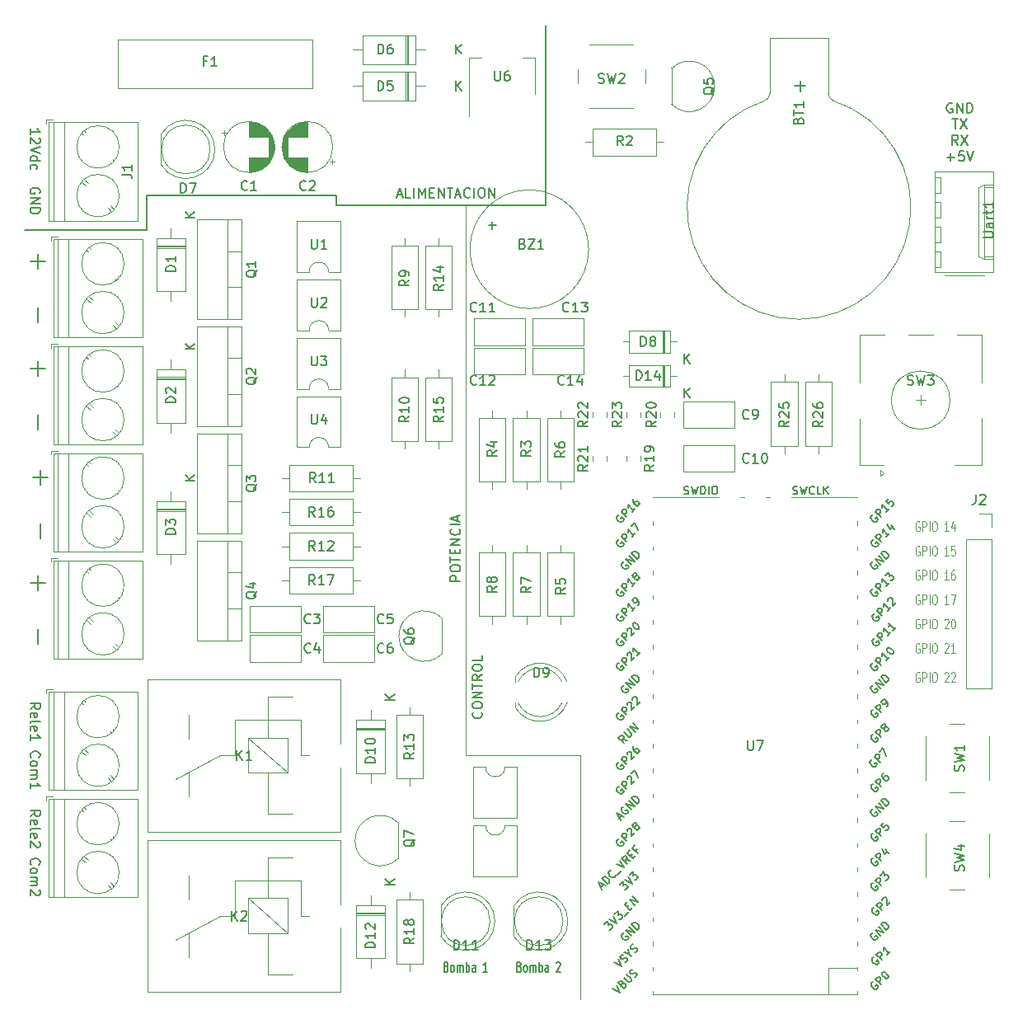
<source format=gbr>
G04 #@! TF.GenerationSoftware,KiCad,Pcbnew,(5.1.4)-1*
G04 #@! TF.CreationDate,2022-02-09T09:31:32-03:00*
G04 #@! TF.ProjectId,P_Inyectores_Rpi_pico,505f496e-7965-4637-946f-7265735f5270,rev?*
G04 #@! TF.SameCoordinates,Original*
G04 #@! TF.FileFunction,Legend,Top*
G04 #@! TF.FilePolarity,Positive*
%FSLAX46Y46*%
G04 Gerber Fmt 4.6, Leading zero omitted, Abs format (unit mm)*
G04 Created by KiCad (PCBNEW (5.1.4)-1) date 2022-02-09 09:31:32*
%MOMM*%
%LPD*%
G04 APERTURE LIST*
%ADD10C,0.175000*%
%ADD11C,0.125000*%
%ADD12C,0.150000*%
%ADD13C,0.120000*%
G04 APERTURE END LIST*
D10*
X150783333Y-146678571D02*
X150883333Y-146726190D01*
X150916666Y-146773809D01*
X150950000Y-146869047D01*
X150950000Y-147011904D01*
X150916666Y-147107142D01*
X150883333Y-147154761D01*
X150816666Y-147202380D01*
X150550000Y-147202380D01*
X150550000Y-146202380D01*
X150783333Y-146202380D01*
X150850000Y-146250000D01*
X150883333Y-146297619D01*
X150916666Y-146392857D01*
X150916666Y-146488095D01*
X150883333Y-146583333D01*
X150850000Y-146630952D01*
X150783333Y-146678571D01*
X150550000Y-146678571D01*
X151350000Y-147202380D02*
X151283333Y-147154761D01*
X151250000Y-147107142D01*
X151216666Y-147011904D01*
X151216666Y-146726190D01*
X151250000Y-146630952D01*
X151283333Y-146583333D01*
X151350000Y-146535714D01*
X151450000Y-146535714D01*
X151516666Y-146583333D01*
X151550000Y-146630952D01*
X151583333Y-146726190D01*
X151583333Y-147011904D01*
X151550000Y-147107142D01*
X151516666Y-147154761D01*
X151450000Y-147202380D01*
X151350000Y-147202380D01*
X151883333Y-147202380D02*
X151883333Y-146535714D01*
X151883333Y-146630952D02*
X151916666Y-146583333D01*
X151983333Y-146535714D01*
X152083333Y-146535714D01*
X152150000Y-146583333D01*
X152183333Y-146678571D01*
X152183333Y-147202380D01*
X152183333Y-146678571D02*
X152216666Y-146583333D01*
X152283333Y-146535714D01*
X152383333Y-146535714D01*
X152450000Y-146583333D01*
X152483333Y-146678571D01*
X152483333Y-147202380D01*
X152816666Y-147202380D02*
X152816666Y-146202380D01*
X152816666Y-146583333D02*
X152883333Y-146535714D01*
X153016666Y-146535714D01*
X153083333Y-146583333D01*
X153116666Y-146630952D01*
X153150000Y-146726190D01*
X153150000Y-147011904D01*
X153116666Y-147107142D01*
X153083333Y-147154761D01*
X153016666Y-147202380D01*
X152883333Y-147202380D01*
X152816666Y-147154761D01*
X153750000Y-147202380D02*
X153750000Y-146678571D01*
X153716666Y-146583333D01*
X153650000Y-146535714D01*
X153516666Y-146535714D01*
X153450000Y-146583333D01*
X153750000Y-147154761D02*
X153683333Y-147202380D01*
X153516666Y-147202380D01*
X153450000Y-147154761D01*
X153416666Y-147059523D01*
X153416666Y-146964285D01*
X153450000Y-146869047D01*
X153516666Y-146821428D01*
X153683333Y-146821428D01*
X153750000Y-146773809D01*
X154583333Y-146297619D02*
X154616666Y-146250000D01*
X154683333Y-146202380D01*
X154850000Y-146202380D01*
X154916666Y-146250000D01*
X154950000Y-146297619D01*
X154983333Y-146392857D01*
X154983333Y-146488095D01*
X154950000Y-146630952D01*
X154550000Y-147202380D01*
X154983333Y-147202380D01*
X143283333Y-146678571D02*
X143383333Y-146726190D01*
X143416666Y-146773809D01*
X143450000Y-146869047D01*
X143450000Y-147011904D01*
X143416666Y-147107142D01*
X143383333Y-147154761D01*
X143316666Y-147202380D01*
X143050000Y-147202380D01*
X143050000Y-146202380D01*
X143283333Y-146202380D01*
X143350000Y-146250000D01*
X143383333Y-146297619D01*
X143416666Y-146392857D01*
X143416666Y-146488095D01*
X143383333Y-146583333D01*
X143350000Y-146630952D01*
X143283333Y-146678571D01*
X143050000Y-146678571D01*
X143850000Y-147202380D02*
X143783333Y-147154761D01*
X143750000Y-147107142D01*
X143716666Y-147011904D01*
X143716666Y-146726190D01*
X143750000Y-146630952D01*
X143783333Y-146583333D01*
X143850000Y-146535714D01*
X143950000Y-146535714D01*
X144016666Y-146583333D01*
X144050000Y-146630952D01*
X144083333Y-146726190D01*
X144083333Y-147011904D01*
X144050000Y-147107142D01*
X144016666Y-147154761D01*
X143950000Y-147202380D01*
X143850000Y-147202380D01*
X144383333Y-147202380D02*
X144383333Y-146535714D01*
X144383333Y-146630952D02*
X144416666Y-146583333D01*
X144483333Y-146535714D01*
X144583333Y-146535714D01*
X144650000Y-146583333D01*
X144683333Y-146678571D01*
X144683333Y-147202380D01*
X144683333Y-146678571D02*
X144716666Y-146583333D01*
X144783333Y-146535714D01*
X144883333Y-146535714D01*
X144950000Y-146583333D01*
X144983333Y-146678571D01*
X144983333Y-147202380D01*
X145316666Y-147202380D02*
X145316666Y-146202380D01*
X145316666Y-146583333D02*
X145383333Y-146535714D01*
X145516666Y-146535714D01*
X145583333Y-146583333D01*
X145616666Y-146630952D01*
X145650000Y-146726190D01*
X145650000Y-147011904D01*
X145616666Y-147107142D01*
X145583333Y-147154761D01*
X145516666Y-147202380D01*
X145383333Y-147202380D01*
X145316666Y-147154761D01*
X146250000Y-147202380D02*
X146250000Y-146678571D01*
X146216666Y-146583333D01*
X146150000Y-146535714D01*
X146016666Y-146535714D01*
X145950000Y-146583333D01*
X146250000Y-147154761D02*
X146183333Y-147202380D01*
X146016666Y-147202380D01*
X145950000Y-147154761D01*
X145916666Y-147059523D01*
X145916666Y-146964285D01*
X145950000Y-146869047D01*
X146016666Y-146821428D01*
X146183333Y-146821428D01*
X146250000Y-146773809D01*
X147483333Y-147202380D02*
X147083333Y-147202380D01*
X147283333Y-147202380D02*
X147283333Y-146202380D01*
X147216666Y-146345238D01*
X147150000Y-146440476D01*
X147083333Y-146488095D01*
D11*
X191866666Y-116500000D02*
X191800000Y-116452380D01*
X191700000Y-116452380D01*
X191600000Y-116500000D01*
X191533333Y-116595238D01*
X191500000Y-116690476D01*
X191466666Y-116880952D01*
X191466666Y-117023809D01*
X191500000Y-117214285D01*
X191533333Y-117309523D01*
X191600000Y-117404761D01*
X191700000Y-117452380D01*
X191766666Y-117452380D01*
X191866666Y-117404761D01*
X191900000Y-117357142D01*
X191900000Y-117023809D01*
X191766666Y-117023809D01*
X192200000Y-117452380D02*
X192200000Y-116452380D01*
X192466666Y-116452380D01*
X192533333Y-116500000D01*
X192566666Y-116547619D01*
X192600000Y-116642857D01*
X192600000Y-116785714D01*
X192566666Y-116880952D01*
X192533333Y-116928571D01*
X192466666Y-116976190D01*
X192200000Y-116976190D01*
X192900000Y-117452380D02*
X192900000Y-116452380D01*
X193366666Y-116452380D02*
X193500000Y-116452380D01*
X193566666Y-116500000D01*
X193633333Y-116595238D01*
X193666666Y-116785714D01*
X193666666Y-117119047D01*
X193633333Y-117309523D01*
X193566666Y-117404761D01*
X193500000Y-117452380D01*
X193366666Y-117452380D01*
X193300000Y-117404761D01*
X193233333Y-117309523D01*
X193200000Y-117119047D01*
X193200000Y-116785714D01*
X193233333Y-116595238D01*
X193300000Y-116500000D01*
X193366666Y-116452380D01*
X194466666Y-116547619D02*
X194500000Y-116500000D01*
X194566666Y-116452380D01*
X194733333Y-116452380D01*
X194800000Y-116500000D01*
X194833333Y-116547619D01*
X194866666Y-116642857D01*
X194866666Y-116738095D01*
X194833333Y-116880952D01*
X194433333Y-117452380D01*
X194866666Y-117452380D01*
X195133333Y-116547619D02*
X195166666Y-116500000D01*
X195233333Y-116452380D01*
X195400000Y-116452380D01*
X195466666Y-116500000D01*
X195500000Y-116547619D01*
X195533333Y-116642857D01*
X195533333Y-116738095D01*
X195500000Y-116880952D01*
X195100000Y-117452380D01*
X195533333Y-117452380D01*
X191866666Y-113500000D02*
X191800000Y-113452380D01*
X191700000Y-113452380D01*
X191600000Y-113500000D01*
X191533333Y-113595238D01*
X191500000Y-113690476D01*
X191466666Y-113880952D01*
X191466666Y-114023809D01*
X191500000Y-114214285D01*
X191533333Y-114309523D01*
X191600000Y-114404761D01*
X191700000Y-114452380D01*
X191766666Y-114452380D01*
X191866666Y-114404761D01*
X191900000Y-114357142D01*
X191900000Y-114023809D01*
X191766666Y-114023809D01*
X192200000Y-114452380D02*
X192200000Y-113452380D01*
X192466666Y-113452380D01*
X192533333Y-113500000D01*
X192566666Y-113547619D01*
X192600000Y-113642857D01*
X192600000Y-113785714D01*
X192566666Y-113880952D01*
X192533333Y-113928571D01*
X192466666Y-113976190D01*
X192200000Y-113976190D01*
X192900000Y-114452380D02*
X192900000Y-113452380D01*
X193366666Y-113452380D02*
X193500000Y-113452380D01*
X193566666Y-113500000D01*
X193633333Y-113595238D01*
X193666666Y-113785714D01*
X193666666Y-114119047D01*
X193633333Y-114309523D01*
X193566666Y-114404761D01*
X193500000Y-114452380D01*
X193366666Y-114452380D01*
X193300000Y-114404761D01*
X193233333Y-114309523D01*
X193200000Y-114119047D01*
X193200000Y-113785714D01*
X193233333Y-113595238D01*
X193300000Y-113500000D01*
X193366666Y-113452380D01*
X194466666Y-113547619D02*
X194500000Y-113500000D01*
X194566666Y-113452380D01*
X194733333Y-113452380D01*
X194800000Y-113500000D01*
X194833333Y-113547619D01*
X194866666Y-113642857D01*
X194866666Y-113738095D01*
X194833333Y-113880952D01*
X194433333Y-114452380D01*
X194866666Y-114452380D01*
X195533333Y-114452380D02*
X195133333Y-114452380D01*
X195333333Y-114452380D02*
X195333333Y-113452380D01*
X195266666Y-113595238D01*
X195200000Y-113690476D01*
X195133333Y-113738095D01*
X191866666Y-111000000D02*
X191800000Y-110952380D01*
X191700000Y-110952380D01*
X191600000Y-111000000D01*
X191533333Y-111095238D01*
X191500000Y-111190476D01*
X191466666Y-111380952D01*
X191466666Y-111523809D01*
X191500000Y-111714285D01*
X191533333Y-111809523D01*
X191600000Y-111904761D01*
X191700000Y-111952380D01*
X191766666Y-111952380D01*
X191866666Y-111904761D01*
X191900000Y-111857142D01*
X191900000Y-111523809D01*
X191766666Y-111523809D01*
X192200000Y-111952380D02*
X192200000Y-110952380D01*
X192466666Y-110952380D01*
X192533333Y-111000000D01*
X192566666Y-111047619D01*
X192600000Y-111142857D01*
X192600000Y-111285714D01*
X192566666Y-111380952D01*
X192533333Y-111428571D01*
X192466666Y-111476190D01*
X192200000Y-111476190D01*
X192900000Y-111952380D02*
X192900000Y-110952380D01*
X193366666Y-110952380D02*
X193500000Y-110952380D01*
X193566666Y-111000000D01*
X193633333Y-111095238D01*
X193666666Y-111285714D01*
X193666666Y-111619047D01*
X193633333Y-111809523D01*
X193566666Y-111904761D01*
X193500000Y-111952380D01*
X193366666Y-111952380D01*
X193300000Y-111904761D01*
X193233333Y-111809523D01*
X193200000Y-111619047D01*
X193200000Y-111285714D01*
X193233333Y-111095238D01*
X193300000Y-111000000D01*
X193366666Y-110952380D01*
X194466666Y-111047619D02*
X194500000Y-111000000D01*
X194566666Y-110952380D01*
X194733333Y-110952380D01*
X194800000Y-111000000D01*
X194833333Y-111047619D01*
X194866666Y-111142857D01*
X194866666Y-111238095D01*
X194833333Y-111380952D01*
X194433333Y-111952380D01*
X194866666Y-111952380D01*
X195300000Y-110952380D02*
X195366666Y-110952380D01*
X195433333Y-111000000D01*
X195466666Y-111047619D01*
X195500000Y-111142857D01*
X195533333Y-111333333D01*
X195533333Y-111571428D01*
X195500000Y-111761904D01*
X195466666Y-111857142D01*
X195433333Y-111904761D01*
X195366666Y-111952380D01*
X195300000Y-111952380D01*
X195233333Y-111904761D01*
X195200000Y-111857142D01*
X195166666Y-111761904D01*
X195133333Y-111571428D01*
X195133333Y-111333333D01*
X195166666Y-111142857D01*
X195200000Y-111047619D01*
X195233333Y-111000000D01*
X195300000Y-110952380D01*
X191866666Y-108500000D02*
X191800000Y-108452380D01*
X191700000Y-108452380D01*
X191600000Y-108500000D01*
X191533333Y-108595238D01*
X191500000Y-108690476D01*
X191466666Y-108880952D01*
X191466666Y-109023809D01*
X191500000Y-109214285D01*
X191533333Y-109309523D01*
X191600000Y-109404761D01*
X191700000Y-109452380D01*
X191766666Y-109452380D01*
X191866666Y-109404761D01*
X191900000Y-109357142D01*
X191900000Y-109023809D01*
X191766666Y-109023809D01*
X192200000Y-109452380D02*
X192200000Y-108452380D01*
X192466666Y-108452380D01*
X192533333Y-108500000D01*
X192566666Y-108547619D01*
X192600000Y-108642857D01*
X192600000Y-108785714D01*
X192566666Y-108880952D01*
X192533333Y-108928571D01*
X192466666Y-108976190D01*
X192200000Y-108976190D01*
X192900000Y-109452380D02*
X192900000Y-108452380D01*
X193366666Y-108452380D02*
X193500000Y-108452380D01*
X193566666Y-108500000D01*
X193633333Y-108595238D01*
X193666666Y-108785714D01*
X193666666Y-109119047D01*
X193633333Y-109309523D01*
X193566666Y-109404761D01*
X193500000Y-109452380D01*
X193366666Y-109452380D01*
X193300000Y-109404761D01*
X193233333Y-109309523D01*
X193200000Y-109119047D01*
X193200000Y-108785714D01*
X193233333Y-108595238D01*
X193300000Y-108500000D01*
X193366666Y-108452380D01*
X194866666Y-109452380D02*
X194466666Y-109452380D01*
X194666666Y-109452380D02*
X194666666Y-108452380D01*
X194600000Y-108595238D01*
X194533333Y-108690476D01*
X194466666Y-108738095D01*
X195100000Y-108452380D02*
X195566666Y-108452380D01*
X195266666Y-109452380D01*
X191866666Y-106000000D02*
X191800000Y-105952380D01*
X191700000Y-105952380D01*
X191600000Y-106000000D01*
X191533333Y-106095238D01*
X191500000Y-106190476D01*
X191466666Y-106380952D01*
X191466666Y-106523809D01*
X191500000Y-106714285D01*
X191533333Y-106809523D01*
X191600000Y-106904761D01*
X191700000Y-106952380D01*
X191766666Y-106952380D01*
X191866666Y-106904761D01*
X191900000Y-106857142D01*
X191900000Y-106523809D01*
X191766666Y-106523809D01*
X192200000Y-106952380D02*
X192200000Y-105952380D01*
X192466666Y-105952380D01*
X192533333Y-106000000D01*
X192566666Y-106047619D01*
X192600000Y-106142857D01*
X192600000Y-106285714D01*
X192566666Y-106380952D01*
X192533333Y-106428571D01*
X192466666Y-106476190D01*
X192200000Y-106476190D01*
X192900000Y-106952380D02*
X192900000Y-105952380D01*
X193366666Y-105952380D02*
X193500000Y-105952380D01*
X193566666Y-106000000D01*
X193633333Y-106095238D01*
X193666666Y-106285714D01*
X193666666Y-106619047D01*
X193633333Y-106809523D01*
X193566666Y-106904761D01*
X193500000Y-106952380D01*
X193366666Y-106952380D01*
X193300000Y-106904761D01*
X193233333Y-106809523D01*
X193200000Y-106619047D01*
X193200000Y-106285714D01*
X193233333Y-106095238D01*
X193300000Y-106000000D01*
X193366666Y-105952380D01*
X194866666Y-106952380D02*
X194466666Y-106952380D01*
X194666666Y-106952380D02*
X194666666Y-105952380D01*
X194600000Y-106095238D01*
X194533333Y-106190476D01*
X194466666Y-106238095D01*
X195466666Y-105952380D02*
X195333333Y-105952380D01*
X195266666Y-106000000D01*
X195233333Y-106047619D01*
X195166666Y-106190476D01*
X195133333Y-106380952D01*
X195133333Y-106761904D01*
X195166666Y-106857142D01*
X195200000Y-106904761D01*
X195266666Y-106952380D01*
X195400000Y-106952380D01*
X195466666Y-106904761D01*
X195500000Y-106857142D01*
X195533333Y-106761904D01*
X195533333Y-106523809D01*
X195500000Y-106428571D01*
X195466666Y-106380952D01*
X195400000Y-106333333D01*
X195266666Y-106333333D01*
X195200000Y-106380952D01*
X195166666Y-106428571D01*
X195133333Y-106523809D01*
X191866666Y-103500000D02*
X191800000Y-103452380D01*
X191700000Y-103452380D01*
X191600000Y-103500000D01*
X191533333Y-103595238D01*
X191500000Y-103690476D01*
X191466666Y-103880952D01*
X191466666Y-104023809D01*
X191500000Y-104214285D01*
X191533333Y-104309523D01*
X191600000Y-104404761D01*
X191700000Y-104452380D01*
X191766666Y-104452380D01*
X191866666Y-104404761D01*
X191900000Y-104357142D01*
X191900000Y-104023809D01*
X191766666Y-104023809D01*
X192200000Y-104452380D02*
X192200000Y-103452380D01*
X192466666Y-103452380D01*
X192533333Y-103500000D01*
X192566666Y-103547619D01*
X192600000Y-103642857D01*
X192600000Y-103785714D01*
X192566666Y-103880952D01*
X192533333Y-103928571D01*
X192466666Y-103976190D01*
X192200000Y-103976190D01*
X192900000Y-104452380D02*
X192900000Y-103452380D01*
X193366666Y-103452380D02*
X193500000Y-103452380D01*
X193566666Y-103500000D01*
X193633333Y-103595238D01*
X193666666Y-103785714D01*
X193666666Y-104119047D01*
X193633333Y-104309523D01*
X193566666Y-104404761D01*
X193500000Y-104452380D01*
X193366666Y-104452380D01*
X193300000Y-104404761D01*
X193233333Y-104309523D01*
X193200000Y-104119047D01*
X193200000Y-103785714D01*
X193233333Y-103595238D01*
X193300000Y-103500000D01*
X193366666Y-103452380D01*
X194866666Y-104452380D02*
X194466666Y-104452380D01*
X194666666Y-104452380D02*
X194666666Y-103452380D01*
X194600000Y-103595238D01*
X194533333Y-103690476D01*
X194466666Y-103738095D01*
X195500000Y-103452380D02*
X195166666Y-103452380D01*
X195133333Y-103928571D01*
X195166666Y-103880952D01*
X195233333Y-103833333D01*
X195400000Y-103833333D01*
X195466666Y-103880952D01*
X195500000Y-103928571D01*
X195533333Y-104023809D01*
X195533333Y-104261904D01*
X195500000Y-104357142D01*
X195466666Y-104404761D01*
X195400000Y-104452380D01*
X195233333Y-104452380D01*
X195166666Y-104404761D01*
X195133333Y-104357142D01*
X191866666Y-101000000D02*
X191800000Y-100952380D01*
X191700000Y-100952380D01*
X191600000Y-101000000D01*
X191533333Y-101095238D01*
X191500000Y-101190476D01*
X191466666Y-101380952D01*
X191466666Y-101523809D01*
X191500000Y-101714285D01*
X191533333Y-101809523D01*
X191600000Y-101904761D01*
X191700000Y-101952380D01*
X191766666Y-101952380D01*
X191866666Y-101904761D01*
X191900000Y-101857142D01*
X191900000Y-101523809D01*
X191766666Y-101523809D01*
X192200000Y-101952380D02*
X192200000Y-100952380D01*
X192466666Y-100952380D01*
X192533333Y-101000000D01*
X192566666Y-101047619D01*
X192600000Y-101142857D01*
X192600000Y-101285714D01*
X192566666Y-101380952D01*
X192533333Y-101428571D01*
X192466666Y-101476190D01*
X192200000Y-101476190D01*
X192900000Y-101952380D02*
X192900000Y-100952380D01*
X193366666Y-100952380D02*
X193500000Y-100952380D01*
X193566666Y-101000000D01*
X193633333Y-101095238D01*
X193666666Y-101285714D01*
X193666666Y-101619047D01*
X193633333Y-101809523D01*
X193566666Y-101904761D01*
X193500000Y-101952380D01*
X193366666Y-101952380D01*
X193300000Y-101904761D01*
X193233333Y-101809523D01*
X193200000Y-101619047D01*
X193200000Y-101285714D01*
X193233333Y-101095238D01*
X193300000Y-101000000D01*
X193366666Y-100952380D01*
X194866666Y-101952380D02*
X194466666Y-101952380D01*
X194666666Y-101952380D02*
X194666666Y-100952380D01*
X194600000Y-101095238D01*
X194533333Y-101190476D01*
X194466666Y-101238095D01*
X195466666Y-101285714D02*
X195466666Y-101952380D01*
X195300000Y-100904761D02*
X195133333Y-101619047D01*
X195566666Y-101619047D01*
D12*
X195238095Y-58025000D02*
X195142857Y-57977380D01*
X195000000Y-57977380D01*
X194857142Y-58025000D01*
X194761904Y-58120238D01*
X194714285Y-58215476D01*
X194666666Y-58405952D01*
X194666666Y-58548809D01*
X194714285Y-58739285D01*
X194761904Y-58834523D01*
X194857142Y-58929761D01*
X195000000Y-58977380D01*
X195095238Y-58977380D01*
X195238095Y-58929761D01*
X195285714Y-58882142D01*
X195285714Y-58548809D01*
X195095238Y-58548809D01*
X195714285Y-58977380D02*
X195714285Y-57977380D01*
X196285714Y-58977380D01*
X196285714Y-57977380D01*
X196761904Y-58977380D02*
X196761904Y-57977380D01*
X197000000Y-57977380D01*
X197142857Y-58025000D01*
X197238095Y-58120238D01*
X197285714Y-58215476D01*
X197333333Y-58405952D01*
X197333333Y-58548809D01*
X197285714Y-58739285D01*
X197238095Y-58834523D01*
X197142857Y-58929761D01*
X197000000Y-58977380D01*
X196761904Y-58977380D01*
X195238095Y-59627380D02*
X195809523Y-59627380D01*
X195523809Y-60627380D02*
X195523809Y-59627380D01*
X196047619Y-59627380D02*
X196714285Y-60627380D01*
X196714285Y-59627380D02*
X196047619Y-60627380D01*
X195833333Y-62277380D02*
X195500000Y-61801190D01*
X195261904Y-62277380D02*
X195261904Y-61277380D01*
X195642857Y-61277380D01*
X195738095Y-61325000D01*
X195785714Y-61372619D01*
X195833333Y-61467857D01*
X195833333Y-61610714D01*
X195785714Y-61705952D01*
X195738095Y-61753571D01*
X195642857Y-61801190D01*
X195261904Y-61801190D01*
X196166666Y-61277380D02*
X196833333Y-62277380D01*
X196833333Y-61277380D02*
X196166666Y-62277380D01*
X194714285Y-63546428D02*
X195476190Y-63546428D01*
X195095238Y-63927380D02*
X195095238Y-63165476D01*
X196428571Y-62927380D02*
X195952380Y-62927380D01*
X195904761Y-63403571D01*
X195952380Y-63355952D01*
X196047619Y-63308333D01*
X196285714Y-63308333D01*
X196380952Y-63355952D01*
X196428571Y-63403571D01*
X196476190Y-63498809D01*
X196476190Y-63736904D01*
X196428571Y-63832142D01*
X196380952Y-63879761D01*
X196285714Y-63927380D01*
X196047619Y-63927380D01*
X195952380Y-63879761D01*
X195904761Y-63832142D01*
X196761904Y-62927380D02*
X197095238Y-63927380D01*
X197428571Y-62927380D01*
X100547619Y-61214285D02*
X100547619Y-60642857D01*
X100547619Y-60928571D02*
X101547619Y-60928571D01*
X101404761Y-60833333D01*
X101309523Y-60738095D01*
X101261904Y-60642857D01*
X101452380Y-61595238D02*
X101500000Y-61642857D01*
X101547619Y-61738095D01*
X101547619Y-61976190D01*
X101500000Y-62071428D01*
X101452380Y-62119047D01*
X101357142Y-62166666D01*
X101261904Y-62166666D01*
X101119047Y-62119047D01*
X100547619Y-61547619D01*
X100547619Y-62166666D01*
X101547619Y-62452380D02*
X100547619Y-62785714D01*
X101547619Y-63119047D01*
X100547619Y-63880952D02*
X101547619Y-63880952D01*
X100595238Y-63880952D02*
X100547619Y-63785714D01*
X100547619Y-63595238D01*
X100595238Y-63500000D01*
X100642857Y-63452380D01*
X100738095Y-63404761D01*
X101023809Y-63404761D01*
X101119047Y-63452380D01*
X101166666Y-63500000D01*
X101214285Y-63595238D01*
X101214285Y-63785714D01*
X101166666Y-63880952D01*
X100595238Y-64785714D02*
X100547619Y-64690476D01*
X100547619Y-64500000D01*
X100595238Y-64404761D01*
X100642857Y-64357142D01*
X100738095Y-64309523D01*
X101023809Y-64309523D01*
X101119047Y-64357142D01*
X101166666Y-64404761D01*
X101214285Y-64500000D01*
X101214285Y-64690476D01*
X101166666Y-64785714D01*
X101500000Y-67261904D02*
X101547619Y-67166666D01*
X101547619Y-67023809D01*
X101500000Y-66880952D01*
X101404761Y-66785714D01*
X101309523Y-66738095D01*
X101119047Y-66690476D01*
X100976190Y-66690476D01*
X100785714Y-66738095D01*
X100690476Y-66785714D01*
X100595238Y-66880952D01*
X100547619Y-67023809D01*
X100547619Y-67119047D01*
X100595238Y-67261904D01*
X100642857Y-67309523D01*
X100976190Y-67309523D01*
X100976190Y-67119047D01*
X100547619Y-67738095D02*
X101547619Y-67738095D01*
X100547619Y-68309523D01*
X101547619Y-68309523D01*
X100547619Y-68785714D02*
X101547619Y-68785714D01*
X101547619Y-69023809D01*
X101500000Y-69166666D01*
X101404761Y-69261904D01*
X101309523Y-69309523D01*
X101119047Y-69357142D01*
X100976190Y-69357142D01*
X100785714Y-69309523D01*
X100690476Y-69261904D01*
X100595238Y-69166666D01*
X100547619Y-69023809D01*
X100547619Y-68785714D01*
X100547619Y-131238095D02*
X101023809Y-130904761D01*
X100547619Y-130666666D02*
X101547619Y-130666666D01*
X101547619Y-131047619D01*
X101500000Y-131142857D01*
X101452380Y-131190476D01*
X101357142Y-131238095D01*
X101214285Y-131238095D01*
X101119047Y-131190476D01*
X101071428Y-131142857D01*
X101023809Y-131047619D01*
X101023809Y-130666666D01*
X100595238Y-132047619D02*
X100547619Y-131952380D01*
X100547619Y-131761904D01*
X100595238Y-131666666D01*
X100690476Y-131619047D01*
X101071428Y-131619047D01*
X101166666Y-131666666D01*
X101214285Y-131761904D01*
X101214285Y-131952380D01*
X101166666Y-132047619D01*
X101071428Y-132095238D01*
X100976190Y-132095238D01*
X100880952Y-131619047D01*
X100547619Y-132666666D02*
X100595238Y-132571428D01*
X100690476Y-132523809D01*
X101547619Y-132523809D01*
X100595238Y-133428571D02*
X100547619Y-133333333D01*
X100547619Y-133142857D01*
X100595238Y-133047619D01*
X100690476Y-133000000D01*
X101071428Y-133000000D01*
X101166666Y-133047619D01*
X101214285Y-133142857D01*
X101214285Y-133333333D01*
X101166666Y-133428571D01*
X101071428Y-133476190D01*
X100976190Y-133476190D01*
X100880952Y-133000000D01*
X101452380Y-133857142D02*
X101500000Y-133904761D01*
X101547619Y-134000000D01*
X101547619Y-134238095D01*
X101500000Y-134333333D01*
X101452380Y-134380952D01*
X101357142Y-134428571D01*
X101261904Y-134428571D01*
X101119047Y-134380952D01*
X100547619Y-133809523D01*
X100547619Y-134428571D01*
X100642857Y-136190476D02*
X100595238Y-136142857D01*
X100547619Y-136000000D01*
X100547619Y-135904761D01*
X100595238Y-135761904D01*
X100690476Y-135666666D01*
X100785714Y-135619047D01*
X100976190Y-135571428D01*
X101119047Y-135571428D01*
X101309523Y-135619047D01*
X101404761Y-135666666D01*
X101500000Y-135761904D01*
X101547619Y-135904761D01*
X101547619Y-136000000D01*
X101500000Y-136142857D01*
X101452380Y-136190476D01*
X100547619Y-136761904D02*
X100595238Y-136666666D01*
X100642857Y-136619047D01*
X100738095Y-136571428D01*
X101023809Y-136571428D01*
X101119047Y-136619047D01*
X101166666Y-136666666D01*
X101214285Y-136761904D01*
X101214285Y-136904761D01*
X101166666Y-137000000D01*
X101119047Y-137047619D01*
X101023809Y-137095238D01*
X100738095Y-137095238D01*
X100642857Y-137047619D01*
X100595238Y-137000000D01*
X100547619Y-136904761D01*
X100547619Y-136761904D01*
X100547619Y-137523809D02*
X101214285Y-137523809D01*
X101119047Y-137523809D02*
X101166666Y-137571428D01*
X101214285Y-137666666D01*
X101214285Y-137809523D01*
X101166666Y-137904761D01*
X101071428Y-137952380D01*
X100547619Y-137952380D01*
X101071428Y-137952380D02*
X101166666Y-138000000D01*
X101214285Y-138095238D01*
X101214285Y-138238095D01*
X101166666Y-138333333D01*
X101071428Y-138380952D01*
X100547619Y-138380952D01*
X101452380Y-138809523D02*
X101500000Y-138857142D01*
X101547619Y-138952380D01*
X101547619Y-139190476D01*
X101500000Y-139285714D01*
X101452380Y-139333333D01*
X101357142Y-139380952D01*
X101261904Y-139380952D01*
X101119047Y-139333333D01*
X100547619Y-138761904D01*
X100547619Y-139380952D01*
X100547619Y-120238095D02*
X101023809Y-119904761D01*
X100547619Y-119666666D02*
X101547619Y-119666666D01*
X101547619Y-120047619D01*
X101500000Y-120142857D01*
X101452380Y-120190476D01*
X101357142Y-120238095D01*
X101214285Y-120238095D01*
X101119047Y-120190476D01*
X101071428Y-120142857D01*
X101023809Y-120047619D01*
X101023809Y-119666666D01*
X100595238Y-121047619D02*
X100547619Y-120952380D01*
X100547619Y-120761904D01*
X100595238Y-120666666D01*
X100690476Y-120619047D01*
X101071428Y-120619047D01*
X101166666Y-120666666D01*
X101214285Y-120761904D01*
X101214285Y-120952380D01*
X101166666Y-121047619D01*
X101071428Y-121095238D01*
X100976190Y-121095238D01*
X100880952Y-120619047D01*
X100547619Y-121666666D02*
X100595238Y-121571428D01*
X100690476Y-121523809D01*
X101547619Y-121523809D01*
X100595238Y-122428571D02*
X100547619Y-122333333D01*
X100547619Y-122142857D01*
X100595238Y-122047619D01*
X100690476Y-122000000D01*
X101071428Y-122000000D01*
X101166666Y-122047619D01*
X101214285Y-122142857D01*
X101214285Y-122333333D01*
X101166666Y-122428571D01*
X101071428Y-122476190D01*
X100976190Y-122476190D01*
X100880952Y-122000000D01*
X100547619Y-123428571D02*
X100547619Y-122857142D01*
X100547619Y-123142857D02*
X101547619Y-123142857D01*
X101404761Y-123047619D01*
X101309523Y-122952380D01*
X101261904Y-122857142D01*
X100642857Y-125190476D02*
X100595238Y-125142857D01*
X100547619Y-125000000D01*
X100547619Y-124904761D01*
X100595238Y-124761904D01*
X100690476Y-124666666D01*
X100785714Y-124619047D01*
X100976190Y-124571428D01*
X101119047Y-124571428D01*
X101309523Y-124619047D01*
X101404761Y-124666666D01*
X101500000Y-124761904D01*
X101547619Y-124904761D01*
X101547619Y-125000000D01*
X101500000Y-125142857D01*
X101452380Y-125190476D01*
X100547619Y-125761904D02*
X100595238Y-125666666D01*
X100642857Y-125619047D01*
X100738095Y-125571428D01*
X101023809Y-125571428D01*
X101119047Y-125619047D01*
X101166666Y-125666666D01*
X101214285Y-125761904D01*
X101214285Y-125904761D01*
X101166666Y-126000000D01*
X101119047Y-126047619D01*
X101023809Y-126095238D01*
X100738095Y-126095238D01*
X100642857Y-126047619D01*
X100595238Y-126000000D01*
X100547619Y-125904761D01*
X100547619Y-125761904D01*
X100547619Y-126523809D02*
X101214285Y-126523809D01*
X101119047Y-126523809D02*
X101166666Y-126571428D01*
X101214285Y-126666666D01*
X101214285Y-126809523D01*
X101166666Y-126904761D01*
X101071428Y-126952380D01*
X100547619Y-126952380D01*
X101071428Y-126952380D02*
X101166666Y-127000000D01*
X101214285Y-127095238D01*
X101214285Y-127238095D01*
X101166666Y-127333333D01*
X101071428Y-127380952D01*
X100547619Y-127380952D01*
X100547619Y-128380952D02*
X100547619Y-127809523D01*
X100547619Y-128095238D02*
X101547619Y-128095238D01*
X101404761Y-128000000D01*
X101309523Y-127904761D01*
X101261904Y-127809523D01*
X101357142Y-106476190D02*
X101357142Y-108000000D01*
X100595238Y-107238095D02*
X102119047Y-107238095D01*
X101357142Y-112000000D02*
X101357142Y-113523809D01*
X101557142Y-95676190D02*
X101557142Y-97200000D01*
X100795238Y-96438095D02*
X102319047Y-96438095D01*
X101557142Y-101200000D02*
X101557142Y-102723809D01*
X101357142Y-84476190D02*
X101357142Y-86000000D01*
X100595238Y-85238095D02*
X102119047Y-85238095D01*
X101357142Y-90000000D02*
X101357142Y-91523809D01*
X101357142Y-73476190D02*
X101357142Y-75000000D01*
X100595238Y-74238095D02*
X102119047Y-74238095D01*
X101357142Y-79000000D02*
X101357142Y-80523809D01*
X146857142Y-120547619D02*
X146904761Y-120595238D01*
X146952380Y-120738095D01*
X146952380Y-120833333D01*
X146904761Y-120976190D01*
X146809523Y-121071428D01*
X146714285Y-121119047D01*
X146523809Y-121166666D01*
X146380952Y-121166666D01*
X146190476Y-121119047D01*
X146095238Y-121071428D01*
X146000000Y-120976190D01*
X145952380Y-120833333D01*
X145952380Y-120738095D01*
X146000000Y-120595238D01*
X146047619Y-120547619D01*
X145952380Y-119928571D02*
X145952380Y-119738095D01*
X146000000Y-119642857D01*
X146095238Y-119547619D01*
X146285714Y-119500000D01*
X146619047Y-119500000D01*
X146809523Y-119547619D01*
X146904761Y-119642857D01*
X146952380Y-119738095D01*
X146952380Y-119928571D01*
X146904761Y-120023809D01*
X146809523Y-120119047D01*
X146619047Y-120166666D01*
X146285714Y-120166666D01*
X146095238Y-120119047D01*
X146000000Y-120023809D01*
X145952380Y-119928571D01*
X146952380Y-119071428D02*
X145952380Y-119071428D01*
X146952380Y-118500000D01*
X145952380Y-118500000D01*
X145952380Y-118166666D02*
X145952380Y-117595238D01*
X146952380Y-117880952D02*
X145952380Y-117880952D01*
X146952380Y-116690476D02*
X146476190Y-117023809D01*
X146952380Y-117261904D02*
X145952380Y-117261904D01*
X145952380Y-116880952D01*
X146000000Y-116785714D01*
X146047619Y-116738095D01*
X146142857Y-116690476D01*
X146285714Y-116690476D01*
X146380952Y-116738095D01*
X146428571Y-116785714D01*
X146476190Y-116880952D01*
X146476190Y-117261904D01*
X145952380Y-116071428D02*
X145952380Y-115880952D01*
X146000000Y-115785714D01*
X146095238Y-115690476D01*
X146285714Y-115642857D01*
X146619047Y-115642857D01*
X146809523Y-115690476D01*
X146904761Y-115785714D01*
X146952380Y-115880952D01*
X146952380Y-116071428D01*
X146904761Y-116166666D01*
X146809523Y-116261904D01*
X146619047Y-116309523D01*
X146285714Y-116309523D01*
X146095238Y-116261904D01*
X146000000Y-116166666D01*
X145952380Y-116071428D01*
X146952380Y-114738095D02*
X146952380Y-115214285D01*
X145952380Y-115214285D01*
X138226190Y-67416666D02*
X138702380Y-67416666D01*
X138130952Y-67702380D02*
X138464285Y-66702380D01*
X138797619Y-67702380D01*
X139607142Y-67702380D02*
X139130952Y-67702380D01*
X139130952Y-66702380D01*
X139940476Y-67702380D02*
X139940476Y-66702380D01*
X140416666Y-67702380D02*
X140416666Y-66702380D01*
X140750000Y-67416666D01*
X141083333Y-66702380D01*
X141083333Y-67702380D01*
X141559523Y-67178571D02*
X141892857Y-67178571D01*
X142035714Y-67702380D02*
X141559523Y-67702380D01*
X141559523Y-66702380D01*
X142035714Y-66702380D01*
X142464285Y-67702380D02*
X142464285Y-66702380D01*
X143035714Y-67702380D01*
X143035714Y-66702380D01*
X143369047Y-66702380D02*
X143940476Y-66702380D01*
X143654761Y-67702380D02*
X143654761Y-66702380D01*
X144226190Y-67416666D02*
X144702380Y-67416666D01*
X144130952Y-67702380D02*
X144464285Y-66702380D01*
X144797619Y-67702380D01*
X145702380Y-67607142D02*
X145654761Y-67654761D01*
X145511904Y-67702380D01*
X145416666Y-67702380D01*
X145273809Y-67654761D01*
X145178571Y-67559523D01*
X145130952Y-67464285D01*
X145083333Y-67273809D01*
X145083333Y-67130952D01*
X145130952Y-66940476D01*
X145178571Y-66845238D01*
X145273809Y-66750000D01*
X145416666Y-66702380D01*
X145511904Y-66702380D01*
X145654761Y-66750000D01*
X145702380Y-66797619D01*
X146130952Y-67702380D02*
X146130952Y-66702380D01*
X146797619Y-66702380D02*
X146988095Y-66702380D01*
X147083333Y-66750000D01*
X147178571Y-66845238D01*
X147226190Y-67035714D01*
X147226190Y-67369047D01*
X147178571Y-67559523D01*
X147083333Y-67654761D01*
X146988095Y-67702380D01*
X146797619Y-67702380D01*
X146702380Y-67654761D01*
X146607142Y-67559523D01*
X146559523Y-67369047D01*
X146559523Y-67035714D01*
X146607142Y-66845238D01*
X146702380Y-66750000D01*
X146797619Y-66702380D01*
X147654761Y-67702380D02*
X147654761Y-66702380D01*
X148226190Y-67702380D01*
X148226190Y-66702380D01*
X144702380Y-107059523D02*
X143702380Y-107059523D01*
X143702380Y-106678571D01*
X143750000Y-106583333D01*
X143797619Y-106535714D01*
X143892857Y-106488095D01*
X144035714Y-106488095D01*
X144130952Y-106535714D01*
X144178571Y-106583333D01*
X144226190Y-106678571D01*
X144226190Y-107059523D01*
X143702380Y-105869047D02*
X143702380Y-105678571D01*
X143750000Y-105583333D01*
X143845238Y-105488095D01*
X144035714Y-105440476D01*
X144369047Y-105440476D01*
X144559523Y-105488095D01*
X144654761Y-105583333D01*
X144702380Y-105678571D01*
X144702380Y-105869047D01*
X144654761Y-105964285D01*
X144559523Y-106059523D01*
X144369047Y-106107142D01*
X144035714Y-106107142D01*
X143845238Y-106059523D01*
X143750000Y-105964285D01*
X143702380Y-105869047D01*
X143702380Y-105154761D02*
X143702380Y-104583333D01*
X144702380Y-104869047D02*
X143702380Y-104869047D01*
X144178571Y-104250000D02*
X144178571Y-103916666D01*
X144702380Y-103773809D02*
X144702380Y-104250000D01*
X143702380Y-104250000D01*
X143702380Y-103773809D01*
X144702380Y-103345238D02*
X143702380Y-103345238D01*
X144702380Y-102773809D01*
X143702380Y-102773809D01*
X144607142Y-101726190D02*
X144654761Y-101773809D01*
X144702380Y-101916666D01*
X144702380Y-102011904D01*
X144654761Y-102154761D01*
X144559523Y-102250000D01*
X144464285Y-102297619D01*
X144273809Y-102345238D01*
X144130952Y-102345238D01*
X143940476Y-102297619D01*
X143845238Y-102250000D01*
X143750000Y-102154761D01*
X143702380Y-102011904D01*
X143702380Y-101916666D01*
X143750000Y-101773809D01*
X143797619Y-101726190D01*
X144702380Y-101297619D02*
X143702380Y-101297619D01*
X144416666Y-100869047D02*
X144416666Y-100392857D01*
X144702380Y-100964285D02*
X143702380Y-100630952D01*
X144702380Y-100297619D01*
D13*
X157000000Y-125000000D02*
X157000000Y-150000000D01*
X145250000Y-125000000D02*
X157000000Y-125000000D01*
X145250000Y-68500000D02*
X145250000Y-125000000D01*
D12*
X153500000Y-68500000D02*
X153500000Y-50000000D01*
X132000000Y-68500000D02*
X153500000Y-68500000D01*
X132000000Y-67500000D02*
X132000000Y-68500000D01*
X112500000Y-67500000D02*
X132000000Y-67500000D01*
X112500000Y-71000000D02*
X112500000Y-67500000D01*
X100000000Y-71000000D02*
X112500000Y-71000000D01*
D13*
X152130000Y-85870000D02*
X152130000Y-83130000D01*
X157370000Y-85870000D02*
X157370000Y-83130000D01*
X157370000Y-83130000D02*
X152130000Y-83130000D01*
X157370000Y-85870000D02*
X152130000Y-85870000D01*
X152130000Y-82870000D02*
X152130000Y-80130000D01*
X157370000Y-82870000D02*
X157370000Y-80130000D01*
X157370000Y-80130000D02*
X152130000Y-80130000D01*
X157370000Y-82870000D02*
X152130000Y-82870000D01*
X151370000Y-83130000D02*
X151370000Y-85870000D01*
X146130000Y-83130000D02*
X146130000Y-85870000D01*
X146130000Y-85870000D02*
X151370000Y-85870000D01*
X146130000Y-83130000D02*
X151370000Y-83130000D01*
X151370000Y-80130000D02*
X151370000Y-82870000D01*
X146130000Y-80130000D02*
X146130000Y-82870000D01*
X146130000Y-82870000D02*
X151370000Y-82870000D01*
X146130000Y-80130000D02*
X151370000Y-80130000D01*
X172870000Y-93130000D02*
X172870000Y-95870000D01*
X167630000Y-93130000D02*
X167630000Y-95870000D01*
X167630000Y-95870000D02*
X172870000Y-95870000D01*
X167630000Y-93130000D02*
X172870000Y-93130000D01*
X172870000Y-88630000D02*
X172870000Y-91370000D01*
X167630000Y-88630000D02*
X167630000Y-91370000D01*
X167630000Y-91370000D02*
X172870000Y-91370000D01*
X167630000Y-88630000D02*
X172870000Y-88630000D01*
X195000000Y-138750000D02*
X196500000Y-138750000D01*
X199000000Y-137500000D02*
X199000000Y-133000000D01*
X196500000Y-131750000D02*
X195000000Y-131750000D01*
X192500000Y-133000000D02*
X192500000Y-137500000D01*
X195000000Y-128750000D02*
X196500000Y-128750000D01*
X199000000Y-127500000D02*
X199000000Y-123000000D01*
X196500000Y-121750000D02*
X195000000Y-121750000D01*
X192500000Y-123000000D02*
X192500000Y-127500000D01*
X181500000Y-85880000D02*
X181500000Y-86650000D01*
X181500000Y-93960000D02*
X181500000Y-93190000D01*
X180130000Y-86650000D02*
X180130000Y-93190000D01*
X182870000Y-86650000D02*
X180130000Y-86650000D01*
X182870000Y-93190000D02*
X182870000Y-86650000D01*
X180130000Y-93190000D02*
X182870000Y-93190000D01*
X178000000Y-85880000D02*
X178000000Y-86650000D01*
X178000000Y-93960000D02*
X178000000Y-93190000D01*
X176630000Y-86650000D02*
X176630000Y-93190000D01*
X179370000Y-86650000D02*
X176630000Y-86650000D01*
X179370000Y-93190000D02*
X179370000Y-86650000D01*
X176630000Y-93190000D02*
X179370000Y-93190000D01*
X163210000Y-90258578D02*
X163210000Y-89741422D01*
X161790000Y-90258578D02*
X161790000Y-89741422D01*
X159710000Y-90258578D02*
X159710000Y-89741422D01*
X158290000Y-90258578D02*
X158290000Y-89741422D01*
X159710000Y-94758578D02*
X159710000Y-94241422D01*
X158290000Y-94758578D02*
X158290000Y-94241422D01*
X166710000Y-90258578D02*
X166710000Y-89741422D01*
X165290000Y-90258578D02*
X165290000Y-89741422D01*
X161790000Y-94241422D02*
X161790000Y-94758578D01*
X163210000Y-94241422D02*
X163210000Y-94758578D01*
X198000000Y-100170000D02*
X199330000Y-100170000D01*
X199330000Y-100170000D02*
X199330000Y-101500000D01*
X199330000Y-102770000D02*
X199330000Y-118070000D01*
X196670000Y-118070000D02*
X199330000Y-118070000D01*
X196670000Y-102770000D02*
X196670000Y-118070000D01*
X196670000Y-102770000D02*
X199330000Y-102770000D01*
X194070000Y-65580000D02*
X193470000Y-65580000D01*
X194070000Y-67180000D02*
X194070000Y-65580000D01*
X193470000Y-67180000D02*
X194070000Y-67180000D01*
X194070000Y-68120000D02*
X193470000Y-68120000D01*
X194070000Y-69720000D02*
X194070000Y-68120000D01*
X193470000Y-69720000D02*
X194070000Y-69720000D01*
X194070000Y-70660000D02*
X193470000Y-70660000D01*
X194070000Y-72260000D02*
X194070000Y-70660000D01*
X193470000Y-72260000D02*
X194070000Y-72260000D01*
X194070000Y-73200000D02*
X193470000Y-73200000D01*
X194070000Y-74800000D02*
X194070000Y-73200000D01*
X193470000Y-74800000D02*
X194070000Y-74800000D01*
X199490000Y-66630000D02*
X198490000Y-66630000D01*
X199490000Y-73750000D02*
X198490000Y-73750000D01*
X197960000Y-66630000D02*
X198490000Y-66380000D01*
X197960000Y-73750000D02*
X197960000Y-66630000D01*
X198490000Y-74000000D02*
X197960000Y-73750000D01*
X198490000Y-66380000D02*
X199490000Y-66380000D01*
X198490000Y-74000000D02*
X198490000Y-66380000D01*
X199490000Y-74000000D02*
X198490000Y-74000000D01*
X194500000Y-75670000D02*
X198500000Y-75670000D01*
X193470000Y-65000000D02*
X193470000Y-75380000D01*
X199490000Y-65000000D02*
X193470000Y-65000000D01*
X199490000Y-75380000D02*
X199490000Y-65000000D01*
X193470000Y-75380000D02*
X199490000Y-75380000D01*
X109500000Y-51500000D02*
X129500000Y-51500000D01*
X109500000Y-56500000D02*
X109500000Y-51500000D01*
X129500000Y-56500000D02*
X109500000Y-56500000D01*
X129500000Y-51500000D02*
X129500000Y-56500000D01*
X176500000Y-51300000D02*
X176500000Y-57000000D01*
X176500000Y-51300000D02*
X182500000Y-51300000D01*
X182500000Y-51300000D02*
X182500000Y-57000000D01*
X183026384Y-57751754D02*
G75*
G02X182500000Y-57000000I273616J751754D01*
G01*
X179454719Y-80195671D02*
G75*
G03X183000000Y-57750000I45281J11495671D01*
G01*
X175973616Y-57751754D02*
G75*
G03X176500000Y-57000000I-273616J751754D01*
G01*
X179545281Y-80195671D02*
G75*
G02X176000000Y-57750000I-45281J11495671D01*
G01*
X165710000Y-87120000D02*
X165710000Y-84880000D01*
X165470000Y-87120000D02*
X165470000Y-84880000D01*
X165590000Y-87120000D02*
X165590000Y-84880000D01*
X161420000Y-86000000D02*
X162070000Y-86000000D01*
X166960000Y-86000000D02*
X166310000Y-86000000D01*
X162070000Y-87120000D02*
X166310000Y-87120000D01*
X162070000Y-84880000D02*
X162070000Y-87120000D01*
X166310000Y-84880000D02*
X162070000Y-84880000D01*
X166310000Y-87120000D02*
X166310000Y-84880000D01*
X139360000Y-53970000D02*
X139360000Y-51030000D01*
X139120000Y-53970000D02*
X139120000Y-51030000D01*
X139240000Y-53970000D02*
X139240000Y-51030000D01*
X133680000Y-52500000D02*
X134700000Y-52500000D01*
X141160000Y-52500000D02*
X140140000Y-52500000D01*
X134700000Y-53970000D02*
X140140000Y-53970000D01*
X134700000Y-51030000D02*
X134700000Y-53970000D01*
X140140000Y-51030000D02*
X134700000Y-51030000D01*
X140140000Y-53970000D02*
X140140000Y-51030000D01*
X139360000Y-57720000D02*
X139360000Y-54780000D01*
X139120000Y-57720000D02*
X139120000Y-54780000D01*
X139240000Y-57720000D02*
X139240000Y-54780000D01*
X133680000Y-56250000D02*
X134700000Y-56250000D01*
X141160000Y-56250000D02*
X140140000Y-56250000D01*
X134700000Y-57720000D02*
X140140000Y-57720000D01*
X134700000Y-54780000D02*
X134700000Y-57720000D01*
X140140000Y-54780000D02*
X134700000Y-54780000D01*
X140140000Y-57720000D02*
X140140000Y-54780000D01*
X116470000Y-99640000D02*
X113530000Y-99640000D01*
X116470000Y-99880000D02*
X113530000Y-99880000D01*
X116470000Y-99760000D02*
X113530000Y-99760000D01*
X115000000Y-105320000D02*
X115000000Y-104300000D01*
X115000000Y-97840000D02*
X115000000Y-98860000D01*
X116470000Y-104300000D02*
X116470000Y-98860000D01*
X113530000Y-104300000D02*
X116470000Y-104300000D01*
X113530000Y-98860000D02*
X113530000Y-104300000D01*
X116470000Y-98860000D02*
X113530000Y-98860000D01*
X116470000Y-86140000D02*
X113530000Y-86140000D01*
X116470000Y-86380000D02*
X113530000Y-86380000D01*
X116470000Y-86260000D02*
X113530000Y-86260000D01*
X115000000Y-91820000D02*
X115000000Y-90800000D01*
X115000000Y-84340000D02*
X115000000Y-85360000D01*
X116470000Y-90800000D02*
X116470000Y-85360000D01*
X113530000Y-90800000D02*
X116470000Y-90800000D01*
X113530000Y-85360000D02*
X113530000Y-90800000D01*
X116470000Y-85360000D02*
X113530000Y-85360000D01*
X116470000Y-72640000D02*
X113530000Y-72640000D01*
X116470000Y-72880000D02*
X113530000Y-72880000D01*
X116470000Y-72760000D02*
X113530000Y-72760000D01*
X115000000Y-78320000D02*
X115000000Y-77300000D01*
X115000000Y-70840000D02*
X115000000Y-71860000D01*
X116470000Y-77300000D02*
X116470000Y-71860000D01*
X113530000Y-77300000D02*
X116470000Y-77300000D01*
X113530000Y-71860000D02*
X113530000Y-77300000D01*
X116470000Y-71860000D02*
X113530000Y-71860000D01*
X150560000Y-132170000D02*
X149310000Y-132170000D01*
X150560000Y-137370000D02*
X150560000Y-132170000D01*
X146060000Y-137370000D02*
X150560000Y-137370000D01*
X146060000Y-132170000D02*
X146060000Y-137370000D01*
X147310000Y-132170000D02*
X146060000Y-132170000D01*
X149310000Y-132170000D02*
G75*
G02X147310000Y-132170000I-1000000J0D01*
G01*
X150560000Y-126170000D02*
X149310000Y-126170000D01*
X150560000Y-131370000D02*
X150560000Y-126170000D01*
X146060000Y-131370000D02*
X150560000Y-131370000D01*
X146060000Y-126170000D02*
X146060000Y-131370000D01*
X147310000Y-126170000D02*
X146060000Y-126170000D01*
X149310000Y-126170000D02*
G75*
G02X147310000Y-126170000I-1000000J0D01*
G01*
X185500000Y-149500000D02*
X164500000Y-149500000D01*
X178700000Y-98500000D02*
X185500000Y-98500000D01*
X185500000Y-146833000D02*
X182493000Y-146833000D01*
X182493000Y-146833000D02*
X182493000Y-149500000D01*
X185500000Y-149500000D02*
X185500000Y-149200000D01*
X185500000Y-147100000D02*
X185500000Y-146700000D01*
X185500000Y-144500000D02*
X185500000Y-144100000D01*
X185500000Y-142000000D02*
X185500000Y-141600000D01*
X185500000Y-139400000D02*
X185500000Y-139000000D01*
X185500000Y-136900000D02*
X185500000Y-136500000D01*
X185500000Y-134400000D02*
X185500000Y-134000000D01*
X185500000Y-131800000D02*
X185500000Y-131400000D01*
X185500000Y-129300000D02*
X185500000Y-128900000D01*
X185500000Y-126700000D02*
X185500000Y-126300000D01*
X185500000Y-124200000D02*
X185500000Y-123800000D01*
X185500000Y-121700000D02*
X185500000Y-121300000D01*
X185500000Y-119100000D02*
X185500000Y-118700000D01*
X185500000Y-116600000D02*
X185500000Y-116200000D01*
X185500000Y-114000000D02*
X185500000Y-113600000D01*
X185500000Y-111500000D02*
X185500000Y-111100000D01*
X185500000Y-108900000D02*
X185500000Y-108500000D01*
X185500000Y-106400000D02*
X185500000Y-106000000D01*
X185500000Y-103900000D02*
X185500000Y-103500000D01*
X185500000Y-101300000D02*
X185500000Y-100900000D01*
X164500000Y-134400000D02*
X164500000Y-134000000D01*
X164500000Y-129300000D02*
X164500000Y-128900000D01*
X164500000Y-121700000D02*
X164500000Y-121300000D01*
X164500000Y-114000000D02*
X164500000Y-113600000D01*
X164500000Y-144500000D02*
X164500000Y-144100000D01*
X164500000Y-147100000D02*
X164500000Y-146700000D01*
X164500000Y-139400000D02*
X164500000Y-139000000D01*
X164500000Y-106400000D02*
X164500000Y-106000000D01*
X164500000Y-101300000D02*
X164500000Y-100900000D01*
X164500000Y-103900000D02*
X164500000Y-103500000D01*
X164500000Y-119100000D02*
X164500000Y-118700000D01*
X164500000Y-124200000D02*
X164500000Y-123800000D01*
X164500000Y-136900000D02*
X164500000Y-136500000D01*
X164500000Y-131800000D02*
X164500000Y-131400000D01*
X164500000Y-111500000D02*
X164500000Y-111100000D01*
X164500000Y-126700000D02*
X164500000Y-126300000D01*
X164500000Y-149500000D02*
X164500000Y-149200000D01*
X164500000Y-142000000D02*
X164500000Y-141600000D01*
X164500000Y-116600000D02*
X164500000Y-116200000D01*
X164500000Y-108900000D02*
X164500000Y-108500000D01*
X164500000Y-98500000D02*
X171300000Y-98500000D01*
X176500000Y-98500000D02*
X176100000Y-98500000D01*
X173900000Y-98500000D02*
X173500000Y-98500000D01*
X145590000Y-59350000D02*
X145590000Y-53340000D01*
X152410000Y-57100000D02*
X152410000Y-53340000D01*
X145590000Y-53340000D02*
X146850000Y-53340000D01*
X152410000Y-53340000D02*
X151150000Y-53340000D01*
X127940000Y-93330000D02*
X129190000Y-93330000D01*
X127940000Y-88130000D02*
X127940000Y-93330000D01*
X132440000Y-88130000D02*
X127940000Y-88130000D01*
X132440000Y-93330000D02*
X132440000Y-88130000D01*
X131190000Y-93330000D02*
X132440000Y-93330000D01*
X129190000Y-93330000D02*
G75*
G02X131190000Y-93330000I1000000J0D01*
G01*
X127940000Y-87330000D02*
X129190000Y-87330000D01*
X127940000Y-82130000D02*
X127940000Y-87330000D01*
X132440000Y-82130000D02*
X127940000Y-82130000D01*
X132440000Y-87330000D02*
X132440000Y-82130000D01*
X131190000Y-87330000D02*
X132440000Y-87330000D01*
X129190000Y-87330000D02*
G75*
G02X131190000Y-87330000I1000000J0D01*
G01*
X127940000Y-81330000D02*
X129190000Y-81330000D01*
X127940000Y-76130000D02*
X127940000Y-81330000D01*
X132440000Y-76130000D02*
X127940000Y-76130000D01*
X132440000Y-81330000D02*
X132440000Y-76130000D01*
X131190000Y-81330000D02*
X132440000Y-81330000D01*
X129190000Y-81330000D02*
G75*
G02X131190000Y-81330000I1000000J0D01*
G01*
X127940000Y-75330000D02*
X129190000Y-75330000D01*
X127940000Y-70130000D02*
X127940000Y-75330000D01*
X132440000Y-70130000D02*
X127940000Y-70130000D01*
X132440000Y-75330000D02*
X132440000Y-70130000D01*
X131190000Y-75330000D02*
X132440000Y-75330000D01*
X129190000Y-75330000D02*
G75*
G02X131190000Y-75330000I1000000J0D01*
G01*
X192000000Y-89000000D02*
X192000000Y-88000000D01*
X191500000Y-88500000D02*
X192500000Y-88500000D01*
X195700000Y-81800000D02*
X198300000Y-81800000D01*
X190700000Y-81800000D02*
X193300000Y-81800000D01*
X185700000Y-81800000D02*
X188300000Y-81800000D01*
X187900000Y-95700000D02*
X188200000Y-96000000D01*
X187900000Y-96300000D02*
X187900000Y-95700000D01*
X188200000Y-96000000D02*
X187900000Y-96300000D01*
X185700000Y-95200000D02*
X188200000Y-95200000D01*
X185700000Y-90400000D02*
X185700000Y-95200000D01*
X198300000Y-95200000D02*
X195500000Y-95200000D01*
X198300000Y-90300000D02*
X198300000Y-95200000D01*
X198300000Y-81800000D02*
X198300000Y-86700000D01*
X185700000Y-86700000D02*
X185700000Y-81800000D01*
X195000000Y-88500000D02*
G75*
G03X195000000Y-88500000I-3000000J0D01*
G01*
X156750000Y-54500000D02*
X156750000Y-56000000D01*
X158000000Y-58500000D02*
X162500000Y-58500000D01*
X163750000Y-56000000D02*
X163750000Y-54500000D01*
X162500000Y-52000000D02*
X158000000Y-52000000D01*
X102700000Y-104700000D02*
X102700000Y-105100000D01*
X103340000Y-104700000D02*
X102700000Y-104700000D01*
X107008000Y-111242000D02*
X106612000Y-110847000D01*
X109654000Y-113888000D02*
X109274000Y-113508000D01*
X106726000Y-111493000D02*
X106346000Y-111113000D01*
X109388000Y-114154000D02*
X108992000Y-113759000D01*
X106719000Y-105952000D02*
X106612000Y-105846000D01*
X109654000Y-108888000D02*
X109547000Y-108781000D01*
X106453000Y-106218000D02*
X106346000Y-106112000D01*
X109388000Y-109154000D02*
X109281000Y-109047000D01*
X112060000Y-115060000D02*
X102940000Y-115060000D01*
X112060000Y-104940000D02*
X102940000Y-104940000D01*
X102940000Y-104940000D02*
X102940000Y-115060000D01*
X112060000Y-104940000D02*
X112060000Y-115060000D01*
X104500000Y-104940000D02*
X104500000Y-115060000D01*
X103400000Y-104940000D02*
X103400000Y-115060000D01*
X110180000Y-112500000D02*
G75*
G03X110180000Y-112500000I-2180000J0D01*
G01*
X110180000Y-107500000D02*
G75*
G03X110180000Y-107500000I-2180000J0D01*
G01*
X102700000Y-93700000D02*
X102700000Y-94100000D01*
X103340000Y-93700000D02*
X102700000Y-93700000D01*
X107008000Y-100242000D02*
X106612000Y-99847000D01*
X109654000Y-102888000D02*
X109274000Y-102508000D01*
X106726000Y-100493000D02*
X106346000Y-100113000D01*
X109388000Y-103154000D02*
X108992000Y-102759000D01*
X106719000Y-94952000D02*
X106612000Y-94846000D01*
X109654000Y-97888000D02*
X109547000Y-97781000D01*
X106453000Y-95218000D02*
X106346000Y-95112000D01*
X109388000Y-98154000D02*
X109281000Y-98047000D01*
X112060000Y-104060000D02*
X102940000Y-104060000D01*
X112060000Y-93940000D02*
X102940000Y-93940000D01*
X102940000Y-93940000D02*
X102940000Y-104060000D01*
X112060000Y-93940000D02*
X112060000Y-104060000D01*
X104500000Y-93940000D02*
X104500000Y-104060000D01*
X103400000Y-93940000D02*
X103400000Y-104060000D01*
X110180000Y-101500000D02*
G75*
G03X110180000Y-101500000I-2180000J0D01*
G01*
X110180000Y-96500000D02*
G75*
G03X110180000Y-96500000I-2180000J0D01*
G01*
X102700000Y-82700000D02*
X102700000Y-83100000D01*
X103340000Y-82700000D02*
X102700000Y-82700000D01*
X107008000Y-89242000D02*
X106612000Y-88847000D01*
X109654000Y-91888000D02*
X109274000Y-91508000D01*
X106726000Y-89493000D02*
X106346000Y-89113000D01*
X109388000Y-92154000D02*
X108992000Y-91759000D01*
X106719000Y-83952000D02*
X106612000Y-83846000D01*
X109654000Y-86888000D02*
X109547000Y-86781000D01*
X106453000Y-84218000D02*
X106346000Y-84112000D01*
X109388000Y-87154000D02*
X109281000Y-87047000D01*
X112060000Y-93060000D02*
X102940000Y-93060000D01*
X112060000Y-82940000D02*
X102940000Y-82940000D01*
X102940000Y-82940000D02*
X102940000Y-93060000D01*
X112060000Y-82940000D02*
X112060000Y-93060000D01*
X104500000Y-82940000D02*
X104500000Y-93060000D01*
X103400000Y-82940000D02*
X103400000Y-93060000D01*
X110180000Y-90500000D02*
G75*
G03X110180000Y-90500000I-2180000J0D01*
G01*
X110180000Y-85500000D02*
G75*
G03X110180000Y-85500000I-2180000J0D01*
G01*
X102700000Y-71700000D02*
X102700000Y-72100000D01*
X103340000Y-71700000D02*
X102700000Y-71700000D01*
X107008000Y-78242000D02*
X106612000Y-77847000D01*
X109654000Y-80888000D02*
X109274000Y-80508000D01*
X106726000Y-78493000D02*
X106346000Y-78113000D01*
X109388000Y-81154000D02*
X108992000Y-80759000D01*
X106719000Y-72952000D02*
X106612000Y-72846000D01*
X109654000Y-75888000D02*
X109547000Y-75781000D01*
X106453000Y-73218000D02*
X106346000Y-73112000D01*
X109388000Y-76154000D02*
X109281000Y-76047000D01*
X112060000Y-82060000D02*
X102940000Y-82060000D01*
X112060000Y-71940000D02*
X102940000Y-71940000D01*
X102940000Y-71940000D02*
X102940000Y-82060000D01*
X112060000Y-71940000D02*
X112060000Y-82060000D01*
X104500000Y-71940000D02*
X104500000Y-82060000D01*
X103400000Y-71940000D02*
X103400000Y-82060000D01*
X110180000Y-79500000D02*
G75*
G03X110180000Y-79500000I-2180000J0D01*
G01*
X110180000Y-74500000D02*
G75*
G03X110180000Y-74500000I-2180000J0D01*
G01*
X139500000Y-147120000D02*
X139500000Y-146350000D01*
X139500000Y-139040000D02*
X139500000Y-139810000D01*
X140870000Y-146350000D02*
X140870000Y-139810000D01*
X138130000Y-146350000D02*
X140870000Y-146350000D01*
X138130000Y-139810000D02*
X138130000Y-146350000D01*
X140870000Y-139810000D02*
X138130000Y-139810000D01*
X126380000Y-107000000D02*
X127150000Y-107000000D01*
X134460000Y-107000000D02*
X133690000Y-107000000D01*
X127150000Y-108370000D02*
X133690000Y-108370000D01*
X127150000Y-105630000D02*
X127150000Y-108370000D01*
X133690000Y-105630000D02*
X127150000Y-105630000D01*
X133690000Y-108370000D02*
X133690000Y-105630000D01*
X126380000Y-100000000D02*
X127150000Y-100000000D01*
X134460000Y-100000000D02*
X133690000Y-100000000D01*
X127150000Y-101370000D02*
X133690000Y-101370000D01*
X127150000Y-98630000D02*
X127150000Y-101370000D01*
X133690000Y-98630000D02*
X127150000Y-98630000D01*
X133690000Y-101370000D02*
X133690000Y-98630000D01*
X142500000Y-85380000D02*
X142500000Y-86150000D01*
X142500000Y-93460000D02*
X142500000Y-92690000D01*
X141130000Y-86150000D02*
X141130000Y-92690000D01*
X143870000Y-86150000D02*
X141130000Y-86150000D01*
X143870000Y-92690000D02*
X143870000Y-86150000D01*
X141130000Y-92690000D02*
X143870000Y-92690000D01*
X142500000Y-71880000D02*
X142500000Y-72650000D01*
X142500000Y-79960000D02*
X142500000Y-79190000D01*
X141130000Y-72650000D02*
X141130000Y-79190000D01*
X143870000Y-72650000D02*
X141130000Y-72650000D01*
X143870000Y-79190000D02*
X143870000Y-72650000D01*
X141130000Y-79190000D02*
X143870000Y-79190000D01*
X139500000Y-128120000D02*
X139500000Y-127350000D01*
X139500000Y-120040000D02*
X139500000Y-120810000D01*
X140870000Y-127350000D02*
X140870000Y-120810000D01*
X138130000Y-127350000D02*
X140870000Y-127350000D01*
X138130000Y-120810000D02*
X138130000Y-127350000D01*
X140870000Y-120810000D02*
X138130000Y-120810000D01*
X126380000Y-103500000D02*
X127150000Y-103500000D01*
X134460000Y-103500000D02*
X133690000Y-103500000D01*
X127150000Y-104870000D02*
X133690000Y-104870000D01*
X127150000Y-102130000D02*
X127150000Y-104870000D01*
X133690000Y-102130000D02*
X127150000Y-102130000D01*
X133690000Y-104870000D02*
X133690000Y-102130000D01*
X126380000Y-96500000D02*
X127150000Y-96500000D01*
X134460000Y-96500000D02*
X133690000Y-96500000D01*
X127150000Y-97870000D02*
X133690000Y-97870000D01*
X127150000Y-95130000D02*
X127150000Y-97870000D01*
X133690000Y-95130000D02*
X127150000Y-95130000D01*
X133690000Y-97870000D02*
X133690000Y-95130000D01*
X139000000Y-85380000D02*
X139000000Y-86150000D01*
X139000000Y-93460000D02*
X139000000Y-92690000D01*
X137630000Y-86150000D02*
X137630000Y-92690000D01*
X140370000Y-86150000D02*
X137630000Y-86150000D01*
X140370000Y-92690000D02*
X140370000Y-86150000D01*
X137630000Y-92690000D02*
X140370000Y-92690000D01*
X139000000Y-71880000D02*
X139000000Y-72650000D01*
X139000000Y-79960000D02*
X139000000Y-79190000D01*
X137630000Y-72650000D02*
X137630000Y-79190000D01*
X140370000Y-72650000D02*
X137630000Y-72650000D01*
X140370000Y-79190000D02*
X140370000Y-72650000D01*
X137630000Y-79190000D02*
X140370000Y-79190000D01*
X148000000Y-103380000D02*
X148000000Y-104150000D01*
X148000000Y-111460000D02*
X148000000Y-110690000D01*
X146630000Y-104150000D02*
X146630000Y-110690000D01*
X149370000Y-104150000D02*
X146630000Y-104150000D01*
X149370000Y-110690000D02*
X149370000Y-104150000D01*
X146630000Y-110690000D02*
X149370000Y-110690000D01*
X151500000Y-103380000D02*
X151500000Y-104150000D01*
X151500000Y-111460000D02*
X151500000Y-110690000D01*
X150130000Y-104150000D02*
X150130000Y-110690000D01*
X152870000Y-104150000D02*
X150130000Y-104150000D01*
X152870000Y-110690000D02*
X152870000Y-104150000D01*
X150130000Y-110690000D02*
X152870000Y-110690000D01*
X155000000Y-97620000D02*
X155000000Y-96850000D01*
X155000000Y-89540000D02*
X155000000Y-90310000D01*
X156370000Y-96850000D02*
X156370000Y-90310000D01*
X153630000Y-96850000D02*
X156370000Y-96850000D01*
X153630000Y-90310000D02*
X153630000Y-96850000D01*
X156370000Y-90310000D02*
X153630000Y-90310000D01*
X155000000Y-103380000D02*
X155000000Y-104150000D01*
X155000000Y-111460000D02*
X155000000Y-110690000D01*
X153630000Y-104150000D02*
X153630000Y-110690000D01*
X156370000Y-104150000D02*
X153630000Y-104150000D01*
X156370000Y-110690000D02*
X156370000Y-104150000D01*
X153630000Y-110690000D02*
X156370000Y-110690000D01*
X148000000Y-97620000D02*
X148000000Y-96850000D01*
X148000000Y-89540000D02*
X148000000Y-90310000D01*
X149370000Y-96850000D02*
X149370000Y-90310000D01*
X146630000Y-96850000D02*
X149370000Y-96850000D01*
X146630000Y-90310000D02*
X146630000Y-96850000D01*
X149370000Y-90310000D02*
X146630000Y-90310000D01*
X151500000Y-97620000D02*
X151500000Y-96850000D01*
X151500000Y-89540000D02*
X151500000Y-90310000D01*
X152870000Y-96850000D02*
X152870000Y-90310000D01*
X150130000Y-96850000D02*
X152870000Y-96850000D01*
X150130000Y-90310000D02*
X150130000Y-96850000D01*
X152870000Y-90310000D02*
X150130000Y-90310000D01*
X165620000Y-62000000D02*
X164850000Y-62000000D01*
X157540000Y-62000000D02*
X158310000Y-62000000D01*
X164850000Y-60630000D02*
X158310000Y-60630000D01*
X164850000Y-63370000D02*
X164850000Y-60630000D01*
X158310000Y-63370000D02*
X164850000Y-63370000D01*
X158310000Y-60630000D02*
X158310000Y-63370000D01*
X138338478Y-131891522D02*
G75*
G03X133900000Y-133730000I-1838478J-1838478D01*
G01*
X138338478Y-135568478D02*
G75*
G02X133900000Y-133730000I-1838478J1838478D01*
G01*
X138350000Y-135530000D02*
X138350000Y-131930000D01*
X142838478Y-110891522D02*
G75*
G03X138400000Y-112730000I-1838478J-1838478D01*
G01*
X142838478Y-114568478D02*
G75*
G02X138400000Y-112730000I-1838478J1838478D01*
G01*
X142850000Y-114530000D02*
X142850000Y-110930000D01*
X166411522Y-58108478D02*
G75*
G03X170850000Y-56270000I1838478J1838478D01*
G01*
X166411522Y-54431522D02*
G75*
G02X170850000Y-56270000I1838478J-1838478D01*
G01*
X166400000Y-54470000D02*
X166400000Y-58070000D01*
X122270000Y-109891000D02*
X120760000Y-109891000D01*
X122270000Y-106190000D02*
X120760000Y-106190000D01*
X120760000Y-102920000D02*
X120760000Y-113160000D01*
X122270000Y-113160000D02*
X117629000Y-113160000D01*
X122270000Y-102920000D02*
X117629000Y-102920000D01*
X117629000Y-102920000D02*
X117629000Y-113160000D01*
X122270000Y-102920000D02*
X122270000Y-113160000D01*
X122270000Y-98891000D02*
X120760000Y-98891000D01*
X122270000Y-95190000D02*
X120760000Y-95190000D01*
X120760000Y-91920000D02*
X120760000Y-102160000D01*
X122270000Y-102160000D02*
X117629000Y-102160000D01*
X122270000Y-91920000D02*
X117629000Y-91920000D01*
X117629000Y-91920000D02*
X117629000Y-102160000D01*
X122270000Y-91920000D02*
X122270000Y-102160000D01*
X122270000Y-87891000D02*
X120760000Y-87891000D01*
X122270000Y-84190000D02*
X120760000Y-84190000D01*
X120760000Y-80920000D02*
X120760000Y-91160000D01*
X122270000Y-91160000D02*
X117629000Y-91160000D01*
X122270000Y-80920000D02*
X117629000Y-80920000D01*
X117629000Y-80920000D02*
X117629000Y-91160000D01*
X122270000Y-80920000D02*
X122270000Y-91160000D01*
X122270000Y-76891000D02*
X120760000Y-76891000D01*
X122270000Y-73190000D02*
X120760000Y-73190000D01*
X120760000Y-69920000D02*
X120760000Y-80160000D01*
X122270000Y-80160000D02*
X117629000Y-80160000D01*
X122270000Y-69920000D02*
X117629000Y-69920000D01*
X117629000Y-69920000D02*
X117629000Y-80160000D01*
X122270000Y-69920000D02*
X122270000Y-80160000D01*
X122950000Y-139650000D02*
X126950000Y-139650000D01*
X122950000Y-143250000D02*
X122950000Y-139650000D01*
X126950000Y-143250000D02*
X122950000Y-143250000D01*
X126950000Y-139650000D02*
X126950000Y-143250000D01*
X122950000Y-139650000D02*
X126950000Y-143250000D01*
X124950000Y-139650000D02*
X124950000Y-135450000D01*
X124950000Y-147450000D02*
X124950000Y-143250000D01*
X128350000Y-141450000D02*
X128350000Y-137850000D01*
X121550000Y-141450000D02*
X121550000Y-137850000D01*
X121550000Y-137850000D02*
X128350000Y-137850000D01*
X120050000Y-141450000D02*
X115450000Y-143950000D01*
X121550000Y-141450000D02*
X120050000Y-141450000D01*
X124950000Y-147450000D02*
X127450000Y-147450000D01*
X128350000Y-141450000D02*
X129150000Y-141450000D01*
X127450000Y-135450000D02*
X124950000Y-135450000D01*
X116850000Y-145700000D02*
X116850000Y-143200000D01*
X116850000Y-137300000D02*
X116850000Y-139750000D01*
X112600000Y-133700000D02*
X132400000Y-133700000D01*
X112600000Y-149300000D02*
X112600000Y-133700000D01*
X132400000Y-149300000D02*
X112600000Y-149300000D01*
X132400000Y-149300000D02*
X132400000Y-142700000D01*
X132400000Y-140300000D02*
X132400000Y-133700000D01*
X122950000Y-123150000D02*
X126950000Y-123150000D01*
X122950000Y-126750000D02*
X122950000Y-123150000D01*
X126950000Y-126750000D02*
X122950000Y-126750000D01*
X126950000Y-123150000D02*
X126950000Y-126750000D01*
X122950000Y-123150000D02*
X126950000Y-126750000D01*
X124950000Y-123150000D02*
X124950000Y-118950000D01*
X124950000Y-130950000D02*
X124950000Y-126750000D01*
X128350000Y-124950000D02*
X128350000Y-121350000D01*
X121550000Y-124950000D02*
X121550000Y-121350000D01*
X121550000Y-121350000D02*
X128350000Y-121350000D01*
X120050000Y-124950000D02*
X115450000Y-127450000D01*
X121550000Y-124950000D02*
X120050000Y-124950000D01*
X124950000Y-130950000D02*
X127450000Y-130950000D01*
X128350000Y-124950000D02*
X129150000Y-124950000D01*
X127450000Y-118950000D02*
X124950000Y-118950000D01*
X116850000Y-129200000D02*
X116850000Y-126700000D01*
X116850000Y-120800000D02*
X116850000Y-123250000D01*
X112600000Y-117200000D02*
X132400000Y-117200000D01*
X112600000Y-132800000D02*
X112600000Y-117200000D01*
X132400000Y-132800000D02*
X112600000Y-132800000D01*
X132400000Y-132800000D02*
X132400000Y-126200000D01*
X132400000Y-123800000D02*
X132400000Y-117200000D01*
X109680000Y-62500000D02*
G75*
G03X109680000Y-62500000I-2180000J0D01*
G01*
X109680000Y-67500000D02*
G75*
G03X109680000Y-67500000I-2180000J0D01*
G01*
X102900000Y-59940000D02*
X102900000Y-70060000D01*
X104000000Y-59940000D02*
X104000000Y-70060000D01*
X111560000Y-59940000D02*
X111560000Y-70060000D01*
X102440000Y-59940000D02*
X102440000Y-70060000D01*
X111560000Y-59940000D02*
X102440000Y-59940000D01*
X111560000Y-70060000D02*
X102440000Y-70060000D01*
X108888000Y-64154000D02*
X108781000Y-64047000D01*
X105953000Y-61218000D02*
X105846000Y-61112000D01*
X109154000Y-63888000D02*
X109047000Y-63781000D01*
X106219000Y-60952000D02*
X106112000Y-60846000D01*
X108888000Y-69154000D02*
X108492000Y-68759000D01*
X106226000Y-66493000D02*
X105846000Y-66113000D01*
X109154000Y-68888000D02*
X108774000Y-68508000D01*
X106508000Y-66242000D02*
X106112000Y-65847000D01*
X102840000Y-59700000D02*
X102200000Y-59700000D01*
X102200000Y-59700000D02*
X102200000Y-60100000D01*
X150210000Y-140455000D02*
X150210000Y-143545000D01*
X155270000Y-142000000D02*
G75*
G03X155270000Y-142000000I-2500000J0D01*
G01*
X155760000Y-141999538D02*
G75*
G02X150210000Y-143544830I-2990000J-462D01*
G01*
X155760000Y-142000462D02*
G75*
G03X150210000Y-140455170I-2990000J462D01*
G01*
X136970000Y-141140000D02*
X134030000Y-141140000D01*
X136970000Y-141380000D02*
X134030000Y-141380000D01*
X136970000Y-141260000D02*
X134030000Y-141260000D01*
X135500000Y-146820000D02*
X135500000Y-145800000D01*
X135500000Y-139340000D02*
X135500000Y-140360000D01*
X136970000Y-145800000D02*
X136970000Y-140360000D01*
X134030000Y-145800000D02*
X136970000Y-145800000D01*
X134030000Y-140360000D02*
X134030000Y-145800000D01*
X136970000Y-140360000D02*
X134030000Y-140360000D01*
X142710000Y-140455000D02*
X142710000Y-143545000D01*
X147770000Y-142000000D02*
G75*
G03X147770000Y-142000000I-2500000J0D01*
G01*
X148260000Y-141999538D02*
G75*
G02X142710000Y-143544830I-2990000J-462D01*
G01*
X148260000Y-142000462D02*
G75*
G03X142710000Y-140455170I-2990000J462D01*
G01*
X136970000Y-122140000D02*
X134030000Y-122140000D01*
X136970000Y-122380000D02*
X134030000Y-122380000D01*
X136970000Y-122260000D02*
X134030000Y-122260000D01*
X135500000Y-127820000D02*
X135500000Y-126800000D01*
X135500000Y-120340000D02*
X135500000Y-121360000D01*
X136970000Y-126800000D02*
X136970000Y-121360000D01*
X134030000Y-126800000D02*
X136970000Y-126800000D01*
X134030000Y-121360000D02*
X134030000Y-126800000D01*
X136970000Y-121360000D02*
X134030000Y-121360000D01*
X150345000Y-119580000D02*
X150345000Y-120045000D01*
X150345000Y-116955000D02*
X150345000Y-117420000D01*
X155159479Y-119580429D02*
G75*
G02X150650316Y-119580000I-2254479J1080429D01*
G01*
X155159479Y-117419571D02*
G75*
G03X150650316Y-117420000I-2254479J-1080429D01*
G01*
X155692815Y-119580827D02*
G75*
G02X150345000Y-120044830I-2787815J1080827D01*
G01*
X155692815Y-117419173D02*
G75*
G03X150345000Y-116955170I-2787815J-1080827D01*
G01*
X165710000Y-83620000D02*
X165710000Y-81380000D01*
X165470000Y-83620000D02*
X165470000Y-81380000D01*
X165590000Y-83620000D02*
X165590000Y-81380000D01*
X161420000Y-82500000D02*
X162070000Y-82500000D01*
X166960000Y-82500000D02*
X166310000Y-82500000D01*
X162070000Y-83620000D02*
X166310000Y-83620000D01*
X162070000Y-81380000D02*
X162070000Y-83620000D01*
X166310000Y-81380000D02*
X162070000Y-81380000D01*
X166310000Y-83620000D02*
X166310000Y-81380000D01*
X113960000Y-61205000D02*
X113960000Y-64295000D01*
X119020000Y-62750000D02*
G75*
G03X119020000Y-62750000I-2500000J0D01*
G01*
X119510000Y-62749538D02*
G75*
G02X113960000Y-64294830I-2990000J-462D01*
G01*
X119510000Y-62750462D02*
G75*
G03X113960000Y-61205170I-2990000J462D01*
G01*
X135870000Y-112630000D02*
X135870000Y-115370000D01*
X130630000Y-112630000D02*
X130630000Y-115370000D01*
X130630000Y-115370000D02*
X135870000Y-115370000D01*
X130630000Y-112630000D02*
X135870000Y-112630000D01*
X135870000Y-109630000D02*
X135870000Y-112370000D01*
X130630000Y-109630000D02*
X130630000Y-112370000D01*
X130630000Y-112370000D02*
X135870000Y-112370000D01*
X130630000Y-109630000D02*
X135870000Y-109630000D01*
X128370000Y-112630000D02*
X128370000Y-115370000D01*
X123130000Y-112630000D02*
X123130000Y-115370000D01*
X123130000Y-115370000D02*
X128370000Y-115370000D01*
X123130000Y-112630000D02*
X128370000Y-112630000D01*
X128370000Y-109630000D02*
X128370000Y-112370000D01*
X123130000Y-109630000D02*
X123130000Y-112370000D01*
X123130000Y-112370000D02*
X128370000Y-112370000D01*
X123130000Y-109630000D02*
X128370000Y-109630000D01*
X131554775Y-64225000D02*
X131554775Y-63725000D01*
X131804775Y-63975000D02*
X131304775Y-63975000D01*
X126399000Y-62784000D02*
X126399000Y-62216000D01*
X126439000Y-63018000D02*
X126439000Y-61982000D01*
X126479000Y-63177000D02*
X126479000Y-61823000D01*
X126519000Y-63305000D02*
X126519000Y-61695000D01*
X126559000Y-63415000D02*
X126559000Y-61585000D01*
X126599000Y-63511000D02*
X126599000Y-61489000D01*
X126639000Y-63598000D02*
X126639000Y-61402000D01*
X126679000Y-63678000D02*
X126679000Y-61322000D01*
X126719000Y-63751000D02*
X126719000Y-61249000D01*
X126759000Y-63819000D02*
X126759000Y-61181000D01*
X126799000Y-63883000D02*
X126799000Y-61117000D01*
X126839000Y-63943000D02*
X126839000Y-61057000D01*
X126879000Y-64000000D02*
X126879000Y-61000000D01*
X126919000Y-64054000D02*
X126919000Y-60946000D01*
X126959000Y-64105000D02*
X126959000Y-60895000D01*
X126999000Y-61460000D02*
X126999000Y-60847000D01*
X126999000Y-64153000D02*
X126999000Y-63540000D01*
X127039000Y-61460000D02*
X127039000Y-60801000D01*
X127039000Y-64199000D02*
X127039000Y-63540000D01*
X127079000Y-61460000D02*
X127079000Y-60757000D01*
X127079000Y-64243000D02*
X127079000Y-63540000D01*
X127119000Y-61460000D02*
X127119000Y-60715000D01*
X127119000Y-64285000D02*
X127119000Y-63540000D01*
X127159000Y-61460000D02*
X127159000Y-60674000D01*
X127159000Y-64326000D02*
X127159000Y-63540000D01*
X127199000Y-61460000D02*
X127199000Y-60636000D01*
X127199000Y-64364000D02*
X127199000Y-63540000D01*
X127239000Y-61460000D02*
X127239000Y-60599000D01*
X127239000Y-64401000D02*
X127239000Y-63540000D01*
X127279000Y-61460000D02*
X127279000Y-60563000D01*
X127279000Y-64437000D02*
X127279000Y-63540000D01*
X127319000Y-61460000D02*
X127319000Y-60529000D01*
X127319000Y-64471000D02*
X127319000Y-63540000D01*
X127359000Y-61460000D02*
X127359000Y-60496000D01*
X127359000Y-64504000D02*
X127359000Y-63540000D01*
X127399000Y-61460000D02*
X127399000Y-60465000D01*
X127399000Y-64535000D02*
X127399000Y-63540000D01*
X127439000Y-61460000D02*
X127439000Y-60435000D01*
X127439000Y-64565000D02*
X127439000Y-63540000D01*
X127479000Y-61460000D02*
X127479000Y-60405000D01*
X127479000Y-64595000D02*
X127479000Y-63540000D01*
X127519000Y-61460000D02*
X127519000Y-60378000D01*
X127519000Y-64622000D02*
X127519000Y-63540000D01*
X127559000Y-61460000D02*
X127559000Y-60351000D01*
X127559000Y-64649000D02*
X127559000Y-63540000D01*
X127599000Y-61460000D02*
X127599000Y-60325000D01*
X127599000Y-64675000D02*
X127599000Y-63540000D01*
X127639000Y-61460000D02*
X127639000Y-60300000D01*
X127639000Y-64700000D02*
X127639000Y-63540000D01*
X127679000Y-61460000D02*
X127679000Y-60276000D01*
X127679000Y-64724000D02*
X127679000Y-63540000D01*
X127719000Y-61460000D02*
X127719000Y-60253000D01*
X127719000Y-64747000D02*
X127719000Y-63540000D01*
X127759000Y-61460000D02*
X127759000Y-60232000D01*
X127759000Y-64768000D02*
X127759000Y-63540000D01*
X127799000Y-61460000D02*
X127799000Y-60210000D01*
X127799000Y-64790000D02*
X127799000Y-63540000D01*
X127839000Y-61460000D02*
X127839000Y-60190000D01*
X127839000Y-64810000D02*
X127839000Y-63540000D01*
X127879000Y-61460000D02*
X127879000Y-60171000D01*
X127879000Y-64829000D02*
X127879000Y-63540000D01*
X127919000Y-61460000D02*
X127919000Y-60152000D01*
X127919000Y-64848000D02*
X127919000Y-63540000D01*
X127959000Y-61460000D02*
X127959000Y-60135000D01*
X127959000Y-64865000D02*
X127959000Y-63540000D01*
X127999000Y-61460000D02*
X127999000Y-60118000D01*
X127999000Y-64882000D02*
X127999000Y-63540000D01*
X128039000Y-61460000D02*
X128039000Y-60102000D01*
X128039000Y-64898000D02*
X128039000Y-63540000D01*
X128079000Y-61460000D02*
X128079000Y-60086000D01*
X128079000Y-64914000D02*
X128079000Y-63540000D01*
X128119000Y-61460000D02*
X128119000Y-60072000D01*
X128119000Y-64928000D02*
X128119000Y-63540000D01*
X128159000Y-61460000D02*
X128159000Y-60058000D01*
X128159000Y-64942000D02*
X128159000Y-63540000D01*
X128199000Y-61460000D02*
X128199000Y-60045000D01*
X128199000Y-64955000D02*
X128199000Y-63540000D01*
X128239000Y-61460000D02*
X128239000Y-60032000D01*
X128239000Y-64968000D02*
X128239000Y-63540000D01*
X128279000Y-61460000D02*
X128279000Y-60020000D01*
X128279000Y-64980000D02*
X128279000Y-63540000D01*
X128320000Y-61460000D02*
X128320000Y-60009000D01*
X128320000Y-64991000D02*
X128320000Y-63540000D01*
X128360000Y-61460000D02*
X128360000Y-59999000D01*
X128360000Y-65001000D02*
X128360000Y-63540000D01*
X128400000Y-61460000D02*
X128400000Y-59989000D01*
X128400000Y-65011000D02*
X128400000Y-63540000D01*
X128440000Y-61460000D02*
X128440000Y-59980000D01*
X128440000Y-65020000D02*
X128440000Y-63540000D01*
X128480000Y-61460000D02*
X128480000Y-59972000D01*
X128480000Y-65028000D02*
X128480000Y-63540000D01*
X128520000Y-61460000D02*
X128520000Y-59964000D01*
X128520000Y-65036000D02*
X128520000Y-63540000D01*
X128560000Y-61460000D02*
X128560000Y-59957000D01*
X128560000Y-65043000D02*
X128560000Y-63540000D01*
X128600000Y-61460000D02*
X128600000Y-59950000D01*
X128600000Y-65050000D02*
X128600000Y-63540000D01*
X128640000Y-61460000D02*
X128640000Y-59944000D01*
X128640000Y-65056000D02*
X128640000Y-63540000D01*
X128680000Y-61460000D02*
X128680000Y-59939000D01*
X128680000Y-65061000D02*
X128680000Y-63540000D01*
X128720000Y-61460000D02*
X128720000Y-59935000D01*
X128720000Y-65065000D02*
X128720000Y-63540000D01*
X128760000Y-61460000D02*
X128760000Y-59931000D01*
X128760000Y-65069000D02*
X128760000Y-63540000D01*
X128800000Y-61460000D02*
X128800000Y-59927000D01*
X128800000Y-65073000D02*
X128800000Y-63540000D01*
X128840000Y-61460000D02*
X128840000Y-59924000D01*
X128840000Y-65076000D02*
X128840000Y-63540000D01*
X128880000Y-61460000D02*
X128880000Y-59922000D01*
X128880000Y-65078000D02*
X128880000Y-63540000D01*
X128920000Y-61460000D02*
X128920000Y-59921000D01*
X128920000Y-65079000D02*
X128920000Y-63540000D01*
X128960000Y-65080000D02*
X128960000Y-63540000D01*
X128960000Y-61460000D02*
X128960000Y-59920000D01*
X129000000Y-65080000D02*
X129000000Y-63540000D01*
X129000000Y-61460000D02*
X129000000Y-59920000D01*
X131620000Y-62500000D02*
G75*
G03X131620000Y-62500000I-2620000J0D01*
G01*
X120445225Y-60775000D02*
X120445225Y-61275000D01*
X120195225Y-61025000D02*
X120695225Y-61025000D01*
X125601000Y-62216000D02*
X125601000Y-62784000D01*
X125561000Y-61982000D02*
X125561000Y-63018000D01*
X125521000Y-61823000D02*
X125521000Y-63177000D01*
X125481000Y-61695000D02*
X125481000Y-63305000D01*
X125441000Y-61585000D02*
X125441000Y-63415000D01*
X125401000Y-61489000D02*
X125401000Y-63511000D01*
X125361000Y-61402000D02*
X125361000Y-63598000D01*
X125321000Y-61322000D02*
X125321000Y-63678000D01*
X125281000Y-61249000D02*
X125281000Y-63751000D01*
X125241000Y-61181000D02*
X125241000Y-63819000D01*
X125201000Y-61117000D02*
X125201000Y-63883000D01*
X125161000Y-61057000D02*
X125161000Y-63943000D01*
X125121000Y-61000000D02*
X125121000Y-64000000D01*
X125081000Y-60946000D02*
X125081000Y-64054000D01*
X125041000Y-60895000D02*
X125041000Y-64105000D01*
X125001000Y-63540000D02*
X125001000Y-64153000D01*
X125001000Y-60847000D02*
X125001000Y-61460000D01*
X124961000Y-63540000D02*
X124961000Y-64199000D01*
X124961000Y-60801000D02*
X124961000Y-61460000D01*
X124921000Y-63540000D02*
X124921000Y-64243000D01*
X124921000Y-60757000D02*
X124921000Y-61460000D01*
X124881000Y-63540000D02*
X124881000Y-64285000D01*
X124881000Y-60715000D02*
X124881000Y-61460000D01*
X124841000Y-63540000D02*
X124841000Y-64326000D01*
X124841000Y-60674000D02*
X124841000Y-61460000D01*
X124801000Y-63540000D02*
X124801000Y-64364000D01*
X124801000Y-60636000D02*
X124801000Y-61460000D01*
X124761000Y-63540000D02*
X124761000Y-64401000D01*
X124761000Y-60599000D02*
X124761000Y-61460000D01*
X124721000Y-63540000D02*
X124721000Y-64437000D01*
X124721000Y-60563000D02*
X124721000Y-61460000D01*
X124681000Y-63540000D02*
X124681000Y-64471000D01*
X124681000Y-60529000D02*
X124681000Y-61460000D01*
X124641000Y-63540000D02*
X124641000Y-64504000D01*
X124641000Y-60496000D02*
X124641000Y-61460000D01*
X124601000Y-63540000D02*
X124601000Y-64535000D01*
X124601000Y-60465000D02*
X124601000Y-61460000D01*
X124561000Y-63540000D02*
X124561000Y-64565000D01*
X124561000Y-60435000D02*
X124561000Y-61460000D01*
X124521000Y-63540000D02*
X124521000Y-64595000D01*
X124521000Y-60405000D02*
X124521000Y-61460000D01*
X124481000Y-63540000D02*
X124481000Y-64622000D01*
X124481000Y-60378000D02*
X124481000Y-61460000D01*
X124441000Y-63540000D02*
X124441000Y-64649000D01*
X124441000Y-60351000D02*
X124441000Y-61460000D01*
X124401000Y-63540000D02*
X124401000Y-64675000D01*
X124401000Y-60325000D02*
X124401000Y-61460000D01*
X124361000Y-63540000D02*
X124361000Y-64700000D01*
X124361000Y-60300000D02*
X124361000Y-61460000D01*
X124321000Y-63540000D02*
X124321000Y-64724000D01*
X124321000Y-60276000D02*
X124321000Y-61460000D01*
X124281000Y-63540000D02*
X124281000Y-64747000D01*
X124281000Y-60253000D02*
X124281000Y-61460000D01*
X124241000Y-63540000D02*
X124241000Y-64768000D01*
X124241000Y-60232000D02*
X124241000Y-61460000D01*
X124201000Y-63540000D02*
X124201000Y-64790000D01*
X124201000Y-60210000D02*
X124201000Y-61460000D01*
X124161000Y-63540000D02*
X124161000Y-64810000D01*
X124161000Y-60190000D02*
X124161000Y-61460000D01*
X124121000Y-63540000D02*
X124121000Y-64829000D01*
X124121000Y-60171000D02*
X124121000Y-61460000D01*
X124081000Y-63540000D02*
X124081000Y-64848000D01*
X124081000Y-60152000D02*
X124081000Y-61460000D01*
X124041000Y-63540000D02*
X124041000Y-64865000D01*
X124041000Y-60135000D02*
X124041000Y-61460000D01*
X124001000Y-63540000D02*
X124001000Y-64882000D01*
X124001000Y-60118000D02*
X124001000Y-61460000D01*
X123961000Y-63540000D02*
X123961000Y-64898000D01*
X123961000Y-60102000D02*
X123961000Y-61460000D01*
X123921000Y-63540000D02*
X123921000Y-64914000D01*
X123921000Y-60086000D02*
X123921000Y-61460000D01*
X123881000Y-63540000D02*
X123881000Y-64928000D01*
X123881000Y-60072000D02*
X123881000Y-61460000D01*
X123841000Y-63540000D02*
X123841000Y-64942000D01*
X123841000Y-60058000D02*
X123841000Y-61460000D01*
X123801000Y-63540000D02*
X123801000Y-64955000D01*
X123801000Y-60045000D02*
X123801000Y-61460000D01*
X123761000Y-63540000D02*
X123761000Y-64968000D01*
X123761000Y-60032000D02*
X123761000Y-61460000D01*
X123721000Y-63540000D02*
X123721000Y-64980000D01*
X123721000Y-60020000D02*
X123721000Y-61460000D01*
X123680000Y-63540000D02*
X123680000Y-64991000D01*
X123680000Y-60009000D02*
X123680000Y-61460000D01*
X123640000Y-63540000D02*
X123640000Y-65001000D01*
X123640000Y-59999000D02*
X123640000Y-61460000D01*
X123600000Y-63540000D02*
X123600000Y-65011000D01*
X123600000Y-59989000D02*
X123600000Y-61460000D01*
X123560000Y-63540000D02*
X123560000Y-65020000D01*
X123560000Y-59980000D02*
X123560000Y-61460000D01*
X123520000Y-63540000D02*
X123520000Y-65028000D01*
X123520000Y-59972000D02*
X123520000Y-61460000D01*
X123480000Y-63540000D02*
X123480000Y-65036000D01*
X123480000Y-59964000D02*
X123480000Y-61460000D01*
X123440000Y-63540000D02*
X123440000Y-65043000D01*
X123440000Y-59957000D02*
X123440000Y-61460000D01*
X123400000Y-63540000D02*
X123400000Y-65050000D01*
X123400000Y-59950000D02*
X123400000Y-61460000D01*
X123360000Y-63540000D02*
X123360000Y-65056000D01*
X123360000Y-59944000D02*
X123360000Y-61460000D01*
X123320000Y-63540000D02*
X123320000Y-65061000D01*
X123320000Y-59939000D02*
X123320000Y-61460000D01*
X123280000Y-63540000D02*
X123280000Y-65065000D01*
X123280000Y-59935000D02*
X123280000Y-61460000D01*
X123240000Y-63540000D02*
X123240000Y-65069000D01*
X123240000Y-59931000D02*
X123240000Y-61460000D01*
X123200000Y-63540000D02*
X123200000Y-65073000D01*
X123200000Y-59927000D02*
X123200000Y-61460000D01*
X123160000Y-63540000D02*
X123160000Y-65076000D01*
X123160000Y-59924000D02*
X123160000Y-61460000D01*
X123120000Y-63540000D02*
X123120000Y-65078000D01*
X123120000Y-59922000D02*
X123120000Y-61460000D01*
X123080000Y-63540000D02*
X123080000Y-65079000D01*
X123080000Y-59921000D02*
X123080000Y-61460000D01*
X123040000Y-59920000D02*
X123040000Y-61460000D01*
X123040000Y-63540000D02*
X123040000Y-65080000D01*
X123000000Y-59920000D02*
X123000000Y-61460000D01*
X123000000Y-63540000D02*
X123000000Y-65080000D01*
X125620000Y-62500000D02*
G75*
G03X125620000Y-62500000I-2620000J0D01*
G01*
X157900000Y-73000000D02*
G75*
G03X157900000Y-73000000I-6100000J0D01*
G01*
X102200000Y-129200000D02*
X102200000Y-129600000D01*
X102840000Y-129200000D02*
X102200000Y-129200000D01*
X106508000Y-135742000D02*
X106112000Y-135347000D01*
X109154000Y-138388000D02*
X108774000Y-138008000D01*
X106226000Y-135993000D02*
X105846000Y-135613000D01*
X108888000Y-138654000D02*
X108492000Y-138259000D01*
X106219000Y-130452000D02*
X106112000Y-130346000D01*
X109154000Y-133388000D02*
X109047000Y-133281000D01*
X105953000Y-130718000D02*
X105846000Y-130612000D01*
X108888000Y-133654000D02*
X108781000Y-133547000D01*
X111560000Y-139560000D02*
X102440000Y-139560000D01*
X111560000Y-129440000D02*
X102440000Y-129440000D01*
X102440000Y-129440000D02*
X102440000Y-139560000D01*
X111560000Y-129440000D02*
X111560000Y-139560000D01*
X104000000Y-129440000D02*
X104000000Y-139560000D01*
X102900000Y-129440000D02*
X102900000Y-139560000D01*
X109680000Y-137000000D02*
G75*
G03X109680000Y-137000000I-2180000J0D01*
G01*
X109680000Y-132000000D02*
G75*
G03X109680000Y-132000000I-2180000J0D01*
G01*
X102200000Y-118200000D02*
X102200000Y-118600000D01*
X102840000Y-118200000D02*
X102200000Y-118200000D01*
X106508000Y-124742000D02*
X106112000Y-124347000D01*
X109154000Y-127388000D02*
X108774000Y-127008000D01*
X106226000Y-124993000D02*
X105846000Y-124613000D01*
X108888000Y-127654000D02*
X108492000Y-127259000D01*
X106219000Y-119452000D02*
X106112000Y-119346000D01*
X109154000Y-122388000D02*
X109047000Y-122281000D01*
X105953000Y-119718000D02*
X105846000Y-119612000D01*
X108888000Y-122654000D02*
X108781000Y-122547000D01*
X111560000Y-128560000D02*
X102440000Y-128560000D01*
X111560000Y-118440000D02*
X102440000Y-118440000D01*
X102440000Y-118440000D02*
X102440000Y-128560000D01*
X111560000Y-118440000D02*
X111560000Y-128560000D01*
X104000000Y-118440000D02*
X104000000Y-128560000D01*
X102900000Y-118440000D02*
X102900000Y-128560000D01*
X109680000Y-126000000D02*
G75*
G03X109680000Y-126000000I-2180000J0D01*
G01*
X109680000Y-121000000D02*
G75*
G03X109680000Y-121000000I-2180000J0D01*
G01*
D12*
X155357142Y-86857142D02*
X155309523Y-86904761D01*
X155166666Y-86952380D01*
X155071428Y-86952380D01*
X154928571Y-86904761D01*
X154833333Y-86809523D01*
X154785714Y-86714285D01*
X154738095Y-86523809D01*
X154738095Y-86380952D01*
X154785714Y-86190476D01*
X154833333Y-86095238D01*
X154928571Y-86000000D01*
X155071428Y-85952380D01*
X155166666Y-85952380D01*
X155309523Y-86000000D01*
X155357142Y-86047619D01*
X156309523Y-86952380D02*
X155738095Y-86952380D01*
X156023809Y-86952380D02*
X156023809Y-85952380D01*
X155928571Y-86095238D01*
X155833333Y-86190476D01*
X155738095Y-86238095D01*
X157166666Y-86285714D02*
X157166666Y-86952380D01*
X156928571Y-85904761D02*
X156690476Y-86619047D01*
X157309523Y-86619047D01*
X155857142Y-79357142D02*
X155809523Y-79404761D01*
X155666666Y-79452380D01*
X155571428Y-79452380D01*
X155428571Y-79404761D01*
X155333333Y-79309523D01*
X155285714Y-79214285D01*
X155238095Y-79023809D01*
X155238095Y-78880952D01*
X155285714Y-78690476D01*
X155333333Y-78595238D01*
X155428571Y-78500000D01*
X155571428Y-78452380D01*
X155666666Y-78452380D01*
X155809523Y-78500000D01*
X155857142Y-78547619D01*
X156809523Y-79452380D02*
X156238095Y-79452380D01*
X156523809Y-79452380D02*
X156523809Y-78452380D01*
X156428571Y-78595238D01*
X156333333Y-78690476D01*
X156238095Y-78738095D01*
X157142857Y-78452380D02*
X157761904Y-78452380D01*
X157428571Y-78833333D01*
X157571428Y-78833333D01*
X157666666Y-78880952D01*
X157714285Y-78928571D01*
X157761904Y-79023809D01*
X157761904Y-79261904D01*
X157714285Y-79357142D01*
X157666666Y-79404761D01*
X157571428Y-79452380D01*
X157285714Y-79452380D01*
X157190476Y-79404761D01*
X157142857Y-79357142D01*
X146357142Y-86857142D02*
X146309523Y-86904761D01*
X146166666Y-86952380D01*
X146071428Y-86952380D01*
X145928571Y-86904761D01*
X145833333Y-86809523D01*
X145785714Y-86714285D01*
X145738095Y-86523809D01*
X145738095Y-86380952D01*
X145785714Y-86190476D01*
X145833333Y-86095238D01*
X145928571Y-86000000D01*
X146071428Y-85952380D01*
X146166666Y-85952380D01*
X146309523Y-86000000D01*
X146357142Y-86047619D01*
X147309523Y-86952380D02*
X146738095Y-86952380D01*
X147023809Y-86952380D02*
X147023809Y-85952380D01*
X146928571Y-86095238D01*
X146833333Y-86190476D01*
X146738095Y-86238095D01*
X147690476Y-86047619D02*
X147738095Y-86000000D01*
X147833333Y-85952380D01*
X148071428Y-85952380D01*
X148166666Y-86000000D01*
X148214285Y-86047619D01*
X148261904Y-86142857D01*
X148261904Y-86238095D01*
X148214285Y-86380952D01*
X147642857Y-86952380D01*
X148261904Y-86952380D01*
X146357142Y-79357142D02*
X146309523Y-79404761D01*
X146166666Y-79452380D01*
X146071428Y-79452380D01*
X145928571Y-79404761D01*
X145833333Y-79309523D01*
X145785714Y-79214285D01*
X145738095Y-79023809D01*
X145738095Y-78880952D01*
X145785714Y-78690476D01*
X145833333Y-78595238D01*
X145928571Y-78500000D01*
X146071428Y-78452380D01*
X146166666Y-78452380D01*
X146309523Y-78500000D01*
X146357142Y-78547619D01*
X147309523Y-79452380D02*
X146738095Y-79452380D01*
X147023809Y-79452380D02*
X147023809Y-78452380D01*
X146928571Y-78595238D01*
X146833333Y-78690476D01*
X146738095Y-78738095D01*
X148261904Y-79452380D02*
X147690476Y-79452380D01*
X147976190Y-79452380D02*
X147976190Y-78452380D01*
X147880952Y-78595238D01*
X147785714Y-78690476D01*
X147690476Y-78738095D01*
X174357142Y-94857142D02*
X174309523Y-94904761D01*
X174166666Y-94952380D01*
X174071428Y-94952380D01*
X173928571Y-94904761D01*
X173833333Y-94809523D01*
X173785714Y-94714285D01*
X173738095Y-94523809D01*
X173738095Y-94380952D01*
X173785714Y-94190476D01*
X173833333Y-94095238D01*
X173928571Y-94000000D01*
X174071428Y-93952380D01*
X174166666Y-93952380D01*
X174309523Y-94000000D01*
X174357142Y-94047619D01*
X175309523Y-94952380D02*
X174738095Y-94952380D01*
X175023809Y-94952380D02*
X175023809Y-93952380D01*
X174928571Y-94095238D01*
X174833333Y-94190476D01*
X174738095Y-94238095D01*
X175928571Y-93952380D02*
X176023809Y-93952380D01*
X176119047Y-94000000D01*
X176166666Y-94047619D01*
X176214285Y-94142857D01*
X176261904Y-94333333D01*
X176261904Y-94571428D01*
X176214285Y-94761904D01*
X176166666Y-94857142D01*
X176119047Y-94904761D01*
X176023809Y-94952380D01*
X175928571Y-94952380D01*
X175833333Y-94904761D01*
X175785714Y-94857142D01*
X175738095Y-94761904D01*
X175690476Y-94571428D01*
X175690476Y-94333333D01*
X175738095Y-94142857D01*
X175785714Y-94047619D01*
X175833333Y-94000000D01*
X175928571Y-93952380D01*
X174333333Y-90357142D02*
X174285714Y-90404761D01*
X174142857Y-90452380D01*
X174047619Y-90452380D01*
X173904761Y-90404761D01*
X173809523Y-90309523D01*
X173761904Y-90214285D01*
X173714285Y-90023809D01*
X173714285Y-89880952D01*
X173761904Y-89690476D01*
X173809523Y-89595238D01*
X173904761Y-89500000D01*
X174047619Y-89452380D01*
X174142857Y-89452380D01*
X174285714Y-89500000D01*
X174333333Y-89547619D01*
X174809523Y-90452380D02*
X175000000Y-90452380D01*
X175095238Y-90404761D01*
X175142857Y-90357142D01*
X175238095Y-90214285D01*
X175285714Y-90023809D01*
X175285714Y-89642857D01*
X175238095Y-89547619D01*
X175190476Y-89500000D01*
X175095238Y-89452380D01*
X174904761Y-89452380D01*
X174809523Y-89500000D01*
X174761904Y-89547619D01*
X174714285Y-89642857D01*
X174714285Y-89880952D01*
X174761904Y-89976190D01*
X174809523Y-90023809D01*
X174904761Y-90071428D01*
X175095238Y-90071428D01*
X175190476Y-90023809D01*
X175238095Y-89976190D01*
X175285714Y-89880952D01*
X196404761Y-136833333D02*
X196452380Y-136690476D01*
X196452380Y-136452380D01*
X196404761Y-136357142D01*
X196357142Y-136309523D01*
X196261904Y-136261904D01*
X196166666Y-136261904D01*
X196071428Y-136309523D01*
X196023809Y-136357142D01*
X195976190Y-136452380D01*
X195928571Y-136642857D01*
X195880952Y-136738095D01*
X195833333Y-136785714D01*
X195738095Y-136833333D01*
X195642857Y-136833333D01*
X195547619Y-136785714D01*
X195500000Y-136738095D01*
X195452380Y-136642857D01*
X195452380Y-136404761D01*
X195500000Y-136261904D01*
X195452380Y-135928571D02*
X196452380Y-135690476D01*
X195738095Y-135500000D01*
X196452380Y-135309523D01*
X195452380Y-135071428D01*
X195785714Y-134261904D02*
X196452380Y-134261904D01*
X195404761Y-134500000D02*
X196119047Y-134738095D01*
X196119047Y-134119047D01*
X196404761Y-126583333D02*
X196452380Y-126440476D01*
X196452380Y-126202380D01*
X196404761Y-126107142D01*
X196357142Y-126059523D01*
X196261904Y-126011904D01*
X196166666Y-126011904D01*
X196071428Y-126059523D01*
X196023809Y-126107142D01*
X195976190Y-126202380D01*
X195928571Y-126392857D01*
X195880952Y-126488095D01*
X195833333Y-126535714D01*
X195738095Y-126583333D01*
X195642857Y-126583333D01*
X195547619Y-126535714D01*
X195500000Y-126488095D01*
X195452380Y-126392857D01*
X195452380Y-126154761D01*
X195500000Y-126011904D01*
X195452380Y-125678571D02*
X196452380Y-125440476D01*
X195738095Y-125250000D01*
X196452380Y-125059523D01*
X195452380Y-124821428D01*
X196452380Y-123916666D02*
X196452380Y-124488095D01*
X196452380Y-124202380D02*
X195452380Y-124202380D01*
X195595238Y-124297619D01*
X195690476Y-124392857D01*
X195738095Y-124488095D01*
X181952380Y-90642857D02*
X181476190Y-90976190D01*
X181952380Y-91214285D02*
X180952380Y-91214285D01*
X180952380Y-90833333D01*
X181000000Y-90738095D01*
X181047619Y-90690476D01*
X181142857Y-90642857D01*
X181285714Y-90642857D01*
X181380952Y-90690476D01*
X181428571Y-90738095D01*
X181476190Y-90833333D01*
X181476190Y-91214285D01*
X181047619Y-90261904D02*
X181000000Y-90214285D01*
X180952380Y-90119047D01*
X180952380Y-89880952D01*
X181000000Y-89785714D01*
X181047619Y-89738095D01*
X181142857Y-89690476D01*
X181238095Y-89690476D01*
X181380952Y-89738095D01*
X181952380Y-90309523D01*
X181952380Y-89690476D01*
X180952380Y-88833333D02*
X180952380Y-89023809D01*
X181000000Y-89119047D01*
X181047619Y-89166666D01*
X181190476Y-89261904D01*
X181380952Y-89309523D01*
X181761904Y-89309523D01*
X181857142Y-89261904D01*
X181904761Y-89214285D01*
X181952380Y-89119047D01*
X181952380Y-88928571D01*
X181904761Y-88833333D01*
X181857142Y-88785714D01*
X181761904Y-88738095D01*
X181523809Y-88738095D01*
X181428571Y-88785714D01*
X181380952Y-88833333D01*
X181333333Y-88928571D01*
X181333333Y-89119047D01*
X181380952Y-89214285D01*
X181428571Y-89261904D01*
X181523809Y-89309523D01*
X178452380Y-90642857D02*
X177976190Y-90976190D01*
X178452380Y-91214285D02*
X177452380Y-91214285D01*
X177452380Y-90833333D01*
X177500000Y-90738095D01*
X177547619Y-90690476D01*
X177642857Y-90642857D01*
X177785714Y-90642857D01*
X177880952Y-90690476D01*
X177928571Y-90738095D01*
X177976190Y-90833333D01*
X177976190Y-91214285D01*
X177547619Y-90261904D02*
X177500000Y-90214285D01*
X177452380Y-90119047D01*
X177452380Y-89880952D01*
X177500000Y-89785714D01*
X177547619Y-89738095D01*
X177642857Y-89690476D01*
X177738095Y-89690476D01*
X177880952Y-89738095D01*
X178452380Y-90309523D01*
X178452380Y-89690476D01*
X177452380Y-88785714D02*
X177452380Y-89261904D01*
X177928571Y-89309523D01*
X177880952Y-89261904D01*
X177833333Y-89166666D01*
X177833333Y-88928571D01*
X177880952Y-88833333D01*
X177928571Y-88785714D01*
X178023809Y-88738095D01*
X178261904Y-88738095D01*
X178357142Y-88785714D01*
X178404761Y-88833333D01*
X178452380Y-88928571D01*
X178452380Y-89166666D01*
X178404761Y-89261904D01*
X178357142Y-89309523D01*
X161302380Y-90642857D02*
X160826190Y-90976190D01*
X161302380Y-91214285D02*
X160302380Y-91214285D01*
X160302380Y-90833333D01*
X160350000Y-90738095D01*
X160397619Y-90690476D01*
X160492857Y-90642857D01*
X160635714Y-90642857D01*
X160730952Y-90690476D01*
X160778571Y-90738095D01*
X160826190Y-90833333D01*
X160826190Y-91214285D01*
X160397619Y-90261904D02*
X160350000Y-90214285D01*
X160302380Y-90119047D01*
X160302380Y-89880952D01*
X160350000Y-89785714D01*
X160397619Y-89738095D01*
X160492857Y-89690476D01*
X160588095Y-89690476D01*
X160730952Y-89738095D01*
X161302380Y-90309523D01*
X161302380Y-89690476D01*
X160302380Y-89357142D02*
X160302380Y-88738095D01*
X160683333Y-89071428D01*
X160683333Y-88928571D01*
X160730952Y-88833333D01*
X160778571Y-88785714D01*
X160873809Y-88738095D01*
X161111904Y-88738095D01*
X161207142Y-88785714D01*
X161254761Y-88833333D01*
X161302380Y-88928571D01*
X161302380Y-89214285D01*
X161254761Y-89309523D01*
X161207142Y-89357142D01*
X157802380Y-90642857D02*
X157326190Y-90976190D01*
X157802380Y-91214285D02*
X156802380Y-91214285D01*
X156802380Y-90833333D01*
X156850000Y-90738095D01*
X156897619Y-90690476D01*
X156992857Y-90642857D01*
X157135714Y-90642857D01*
X157230952Y-90690476D01*
X157278571Y-90738095D01*
X157326190Y-90833333D01*
X157326190Y-91214285D01*
X156897619Y-90261904D02*
X156850000Y-90214285D01*
X156802380Y-90119047D01*
X156802380Y-89880952D01*
X156850000Y-89785714D01*
X156897619Y-89738095D01*
X156992857Y-89690476D01*
X157088095Y-89690476D01*
X157230952Y-89738095D01*
X157802380Y-90309523D01*
X157802380Y-89690476D01*
X156897619Y-89309523D02*
X156850000Y-89261904D01*
X156802380Y-89166666D01*
X156802380Y-88928571D01*
X156850000Y-88833333D01*
X156897619Y-88785714D01*
X156992857Y-88738095D01*
X157088095Y-88738095D01*
X157230952Y-88785714D01*
X157802380Y-89357142D01*
X157802380Y-88738095D01*
X157802380Y-95142857D02*
X157326190Y-95476190D01*
X157802380Y-95714285D02*
X156802380Y-95714285D01*
X156802380Y-95333333D01*
X156850000Y-95238095D01*
X156897619Y-95190476D01*
X156992857Y-95142857D01*
X157135714Y-95142857D01*
X157230952Y-95190476D01*
X157278571Y-95238095D01*
X157326190Y-95333333D01*
X157326190Y-95714285D01*
X156897619Y-94761904D02*
X156850000Y-94714285D01*
X156802380Y-94619047D01*
X156802380Y-94380952D01*
X156850000Y-94285714D01*
X156897619Y-94238095D01*
X156992857Y-94190476D01*
X157088095Y-94190476D01*
X157230952Y-94238095D01*
X157802380Y-94809523D01*
X157802380Y-94190476D01*
X157802380Y-93238095D02*
X157802380Y-93809523D01*
X157802380Y-93523809D02*
X156802380Y-93523809D01*
X156945238Y-93619047D01*
X157040476Y-93714285D01*
X157088095Y-93809523D01*
X164802380Y-90642857D02*
X164326190Y-90976190D01*
X164802380Y-91214285D02*
X163802380Y-91214285D01*
X163802380Y-90833333D01*
X163850000Y-90738095D01*
X163897619Y-90690476D01*
X163992857Y-90642857D01*
X164135714Y-90642857D01*
X164230952Y-90690476D01*
X164278571Y-90738095D01*
X164326190Y-90833333D01*
X164326190Y-91214285D01*
X163897619Y-90261904D02*
X163850000Y-90214285D01*
X163802380Y-90119047D01*
X163802380Y-89880952D01*
X163850000Y-89785714D01*
X163897619Y-89738095D01*
X163992857Y-89690476D01*
X164088095Y-89690476D01*
X164230952Y-89738095D01*
X164802380Y-90309523D01*
X164802380Y-89690476D01*
X163802380Y-89071428D02*
X163802380Y-88976190D01*
X163850000Y-88880952D01*
X163897619Y-88833333D01*
X163992857Y-88785714D01*
X164183333Y-88738095D01*
X164421428Y-88738095D01*
X164611904Y-88785714D01*
X164707142Y-88833333D01*
X164754761Y-88880952D01*
X164802380Y-88976190D01*
X164802380Y-89071428D01*
X164754761Y-89166666D01*
X164707142Y-89214285D01*
X164611904Y-89261904D01*
X164421428Y-89309523D01*
X164183333Y-89309523D01*
X163992857Y-89261904D01*
X163897619Y-89214285D01*
X163850000Y-89166666D01*
X163802380Y-89071428D01*
X164602380Y-95142857D02*
X164126190Y-95476190D01*
X164602380Y-95714285D02*
X163602380Y-95714285D01*
X163602380Y-95333333D01*
X163650000Y-95238095D01*
X163697619Y-95190476D01*
X163792857Y-95142857D01*
X163935714Y-95142857D01*
X164030952Y-95190476D01*
X164078571Y-95238095D01*
X164126190Y-95333333D01*
X164126190Y-95714285D01*
X164602380Y-94190476D02*
X164602380Y-94761904D01*
X164602380Y-94476190D02*
X163602380Y-94476190D01*
X163745238Y-94571428D01*
X163840476Y-94666666D01*
X163888095Y-94761904D01*
X164602380Y-93714285D02*
X164602380Y-93523809D01*
X164554761Y-93428571D01*
X164507142Y-93380952D01*
X164364285Y-93285714D01*
X164173809Y-93238095D01*
X163792857Y-93238095D01*
X163697619Y-93285714D01*
X163650000Y-93333333D01*
X163602380Y-93428571D01*
X163602380Y-93619047D01*
X163650000Y-93714285D01*
X163697619Y-93761904D01*
X163792857Y-93809523D01*
X164030952Y-93809523D01*
X164126190Y-93761904D01*
X164173809Y-93714285D01*
X164221428Y-93619047D01*
X164221428Y-93428571D01*
X164173809Y-93333333D01*
X164126190Y-93285714D01*
X164030952Y-93238095D01*
X197666666Y-98182380D02*
X197666666Y-98896666D01*
X197619047Y-99039523D01*
X197523809Y-99134761D01*
X197380952Y-99182380D01*
X197285714Y-99182380D01*
X198095238Y-98277619D02*
X198142857Y-98230000D01*
X198238095Y-98182380D01*
X198476190Y-98182380D01*
X198571428Y-98230000D01*
X198619047Y-98277619D01*
X198666666Y-98372857D01*
X198666666Y-98468095D01*
X198619047Y-98610952D01*
X198047619Y-99182380D01*
X198666666Y-99182380D01*
X198452380Y-71809523D02*
X199261904Y-71809523D01*
X199357142Y-71761904D01*
X199404761Y-71714285D01*
X199452380Y-71619047D01*
X199452380Y-71428571D01*
X199404761Y-71333333D01*
X199357142Y-71285714D01*
X199261904Y-71238095D01*
X198452380Y-71238095D01*
X199452380Y-70333333D02*
X198928571Y-70333333D01*
X198833333Y-70380952D01*
X198785714Y-70476190D01*
X198785714Y-70666666D01*
X198833333Y-70761904D01*
X199404761Y-70333333D02*
X199452380Y-70428571D01*
X199452380Y-70666666D01*
X199404761Y-70761904D01*
X199309523Y-70809523D01*
X199214285Y-70809523D01*
X199119047Y-70761904D01*
X199071428Y-70666666D01*
X199071428Y-70428571D01*
X199023809Y-70333333D01*
X199452380Y-69857142D02*
X198785714Y-69857142D01*
X198976190Y-69857142D02*
X198880952Y-69809523D01*
X198833333Y-69761904D01*
X198785714Y-69666666D01*
X198785714Y-69571428D01*
X198785714Y-69380952D02*
X198785714Y-69000000D01*
X198452380Y-69238095D02*
X199309523Y-69238095D01*
X199404761Y-69190476D01*
X199452380Y-69095238D01*
X199452380Y-69000000D01*
X199452380Y-68142857D02*
X199452380Y-68714285D01*
X199452380Y-68428571D02*
X198452380Y-68428571D01*
X198595238Y-68523809D01*
X198690476Y-68619047D01*
X198738095Y-68714285D01*
X118666666Y-53678571D02*
X118333333Y-53678571D01*
X118333333Y-54202380D02*
X118333333Y-53202380D01*
X118809523Y-53202380D01*
X119714285Y-54202380D02*
X119142857Y-54202380D01*
X119428571Y-54202380D02*
X119428571Y-53202380D01*
X119333333Y-53345238D01*
X119238095Y-53440476D01*
X119142857Y-53488095D01*
X179428571Y-59785714D02*
X179476190Y-59642857D01*
X179523809Y-59595238D01*
X179619047Y-59547619D01*
X179761904Y-59547619D01*
X179857142Y-59595238D01*
X179904761Y-59642857D01*
X179952380Y-59738095D01*
X179952380Y-60119047D01*
X178952380Y-60119047D01*
X178952380Y-59785714D01*
X179000000Y-59690476D01*
X179047619Y-59642857D01*
X179142857Y-59595238D01*
X179238095Y-59595238D01*
X179333333Y-59642857D01*
X179380952Y-59690476D01*
X179428571Y-59785714D01*
X179428571Y-60119047D01*
X178952380Y-59261904D02*
X178952380Y-58690476D01*
X179952380Y-58976190D02*
X178952380Y-58976190D01*
X179952380Y-57833333D02*
X179952380Y-58404761D01*
X179952380Y-58119047D02*
X178952380Y-58119047D01*
X179095238Y-58214285D01*
X179190476Y-58309523D01*
X179238095Y-58404761D01*
X179607142Y-56821428D02*
X179607142Y-55678571D01*
X180178571Y-56250000D02*
X179035714Y-56250000D01*
X162785714Y-86452380D02*
X162785714Y-85452380D01*
X163023809Y-85452380D01*
X163166666Y-85500000D01*
X163261904Y-85595238D01*
X163309523Y-85690476D01*
X163357142Y-85880952D01*
X163357142Y-86023809D01*
X163309523Y-86214285D01*
X163261904Y-86309523D01*
X163166666Y-86404761D01*
X163023809Y-86452380D01*
X162785714Y-86452380D01*
X164309523Y-86452380D02*
X163738095Y-86452380D01*
X164023809Y-86452380D02*
X164023809Y-85452380D01*
X163928571Y-85595238D01*
X163833333Y-85690476D01*
X163738095Y-85738095D01*
X165166666Y-85785714D02*
X165166666Y-86452380D01*
X164928571Y-85404761D02*
X164690476Y-86119047D01*
X165309523Y-86119047D01*
X167738095Y-88252380D02*
X167738095Y-87252380D01*
X168309523Y-88252380D02*
X167880952Y-87680952D01*
X168309523Y-87252380D02*
X167738095Y-87823809D01*
X136261904Y-52952380D02*
X136261904Y-51952380D01*
X136500000Y-51952380D01*
X136642857Y-52000000D01*
X136738095Y-52095238D01*
X136785714Y-52190476D01*
X136833333Y-52380952D01*
X136833333Y-52523809D01*
X136785714Y-52714285D01*
X136738095Y-52809523D01*
X136642857Y-52904761D01*
X136500000Y-52952380D01*
X136261904Y-52952380D01*
X137690476Y-51952380D02*
X137500000Y-51952380D01*
X137404761Y-52000000D01*
X137357142Y-52047619D01*
X137261904Y-52190476D01*
X137214285Y-52380952D01*
X137214285Y-52761904D01*
X137261904Y-52857142D01*
X137309523Y-52904761D01*
X137404761Y-52952380D01*
X137595238Y-52952380D01*
X137690476Y-52904761D01*
X137738095Y-52857142D01*
X137785714Y-52761904D01*
X137785714Y-52523809D01*
X137738095Y-52428571D01*
X137690476Y-52380952D01*
X137595238Y-52333333D01*
X137404761Y-52333333D01*
X137309523Y-52380952D01*
X137261904Y-52428571D01*
X137214285Y-52523809D01*
X144238095Y-52952380D02*
X144238095Y-51952380D01*
X144809523Y-52952380D02*
X144380952Y-52380952D01*
X144809523Y-51952380D02*
X144238095Y-52523809D01*
X136261904Y-56702380D02*
X136261904Y-55702380D01*
X136500000Y-55702380D01*
X136642857Y-55750000D01*
X136738095Y-55845238D01*
X136785714Y-55940476D01*
X136833333Y-56130952D01*
X136833333Y-56273809D01*
X136785714Y-56464285D01*
X136738095Y-56559523D01*
X136642857Y-56654761D01*
X136500000Y-56702380D01*
X136261904Y-56702380D01*
X137738095Y-55702380D02*
X137261904Y-55702380D01*
X137214285Y-56178571D01*
X137261904Y-56130952D01*
X137357142Y-56083333D01*
X137595238Y-56083333D01*
X137690476Y-56130952D01*
X137738095Y-56178571D01*
X137785714Y-56273809D01*
X137785714Y-56511904D01*
X137738095Y-56607142D01*
X137690476Y-56654761D01*
X137595238Y-56702380D01*
X137357142Y-56702380D01*
X137261904Y-56654761D01*
X137214285Y-56607142D01*
X144238095Y-56702380D02*
X144238095Y-55702380D01*
X144809523Y-56702380D02*
X144380952Y-56130952D01*
X144809523Y-55702380D02*
X144238095Y-56273809D01*
X115452380Y-102238095D02*
X114452380Y-102238095D01*
X114452380Y-102000000D01*
X114500000Y-101857142D01*
X114595238Y-101761904D01*
X114690476Y-101714285D01*
X114880952Y-101666666D01*
X115023809Y-101666666D01*
X115214285Y-101714285D01*
X115309523Y-101761904D01*
X115404761Y-101857142D01*
X115452380Y-102000000D01*
X115452380Y-102238095D01*
X114452380Y-101333333D02*
X114452380Y-100714285D01*
X114833333Y-101047619D01*
X114833333Y-100904761D01*
X114880952Y-100809523D01*
X114928571Y-100761904D01*
X115023809Y-100714285D01*
X115261904Y-100714285D01*
X115357142Y-100761904D01*
X115404761Y-100809523D01*
X115452380Y-100904761D01*
X115452380Y-101190476D01*
X115404761Y-101285714D01*
X115357142Y-101333333D01*
X117452380Y-96761904D02*
X116452380Y-96761904D01*
X117452380Y-96190476D02*
X116880952Y-96619047D01*
X116452380Y-96190476D02*
X117023809Y-96761904D01*
X115452380Y-88738095D02*
X114452380Y-88738095D01*
X114452380Y-88500000D01*
X114500000Y-88357142D01*
X114595238Y-88261904D01*
X114690476Y-88214285D01*
X114880952Y-88166666D01*
X115023809Y-88166666D01*
X115214285Y-88214285D01*
X115309523Y-88261904D01*
X115404761Y-88357142D01*
X115452380Y-88500000D01*
X115452380Y-88738095D01*
X114547619Y-87785714D02*
X114500000Y-87738095D01*
X114452380Y-87642857D01*
X114452380Y-87404761D01*
X114500000Y-87309523D01*
X114547619Y-87261904D01*
X114642857Y-87214285D01*
X114738095Y-87214285D01*
X114880952Y-87261904D01*
X115452380Y-87833333D01*
X115452380Y-87214285D01*
X117452380Y-83261904D02*
X116452380Y-83261904D01*
X117452380Y-82690476D02*
X116880952Y-83119047D01*
X116452380Y-82690476D02*
X117023809Y-83261904D01*
X115452380Y-75238095D02*
X114452380Y-75238095D01*
X114452380Y-75000000D01*
X114500000Y-74857142D01*
X114595238Y-74761904D01*
X114690476Y-74714285D01*
X114880952Y-74666666D01*
X115023809Y-74666666D01*
X115214285Y-74714285D01*
X115309523Y-74761904D01*
X115404761Y-74857142D01*
X115452380Y-75000000D01*
X115452380Y-75238095D01*
X115452380Y-73714285D02*
X115452380Y-74285714D01*
X115452380Y-74000000D02*
X114452380Y-74000000D01*
X114595238Y-74095238D01*
X114690476Y-74190476D01*
X114738095Y-74285714D01*
X117452380Y-69761904D02*
X116452380Y-69761904D01*
X117452380Y-69190476D02*
X116880952Y-69619047D01*
X116452380Y-69190476D02*
X117023809Y-69761904D01*
X174238095Y-123452380D02*
X174238095Y-124261904D01*
X174285714Y-124357142D01*
X174333333Y-124404761D01*
X174428571Y-124452380D01*
X174619047Y-124452380D01*
X174714285Y-124404761D01*
X174761904Y-124357142D01*
X174809523Y-124261904D01*
X174809523Y-123452380D01*
X175190476Y-123452380D02*
X175857142Y-123452380D01*
X175428571Y-124452380D01*
X167704761Y-98123809D02*
X167819047Y-98161904D01*
X168009523Y-98161904D01*
X168085714Y-98123809D01*
X168123809Y-98085714D01*
X168161904Y-98009523D01*
X168161904Y-97933333D01*
X168123809Y-97857142D01*
X168085714Y-97819047D01*
X168009523Y-97780952D01*
X167857142Y-97742857D01*
X167780952Y-97704761D01*
X167742857Y-97666666D01*
X167704761Y-97590476D01*
X167704761Y-97514285D01*
X167742857Y-97438095D01*
X167780952Y-97400000D01*
X167857142Y-97361904D01*
X168047619Y-97361904D01*
X168161904Y-97400000D01*
X168428571Y-97361904D02*
X168619047Y-98161904D01*
X168771428Y-97590476D01*
X168923809Y-98161904D01*
X169114285Y-97361904D01*
X169419047Y-98161904D02*
X169419047Y-97361904D01*
X169609523Y-97361904D01*
X169723809Y-97400000D01*
X169800000Y-97476190D01*
X169838095Y-97552380D01*
X169876190Y-97704761D01*
X169876190Y-97819047D01*
X169838095Y-97971428D01*
X169800000Y-98047619D01*
X169723809Y-98123809D01*
X169609523Y-98161904D01*
X169419047Y-98161904D01*
X170219047Y-98161904D02*
X170219047Y-97361904D01*
X170752380Y-97361904D02*
X170904761Y-97361904D01*
X170980952Y-97400000D01*
X171057142Y-97476190D01*
X171095238Y-97628571D01*
X171095238Y-97895238D01*
X171057142Y-98047619D01*
X170980952Y-98123809D01*
X170904761Y-98161904D01*
X170752380Y-98161904D01*
X170676190Y-98123809D01*
X170600000Y-98047619D01*
X170561904Y-97895238D01*
X170561904Y-97628571D01*
X170600000Y-97476190D01*
X170676190Y-97400000D01*
X170752380Y-97361904D01*
X178890476Y-98123809D02*
X179004761Y-98161904D01*
X179195238Y-98161904D01*
X179271428Y-98123809D01*
X179309523Y-98085714D01*
X179347619Y-98009523D01*
X179347619Y-97933333D01*
X179309523Y-97857142D01*
X179271428Y-97819047D01*
X179195238Y-97780952D01*
X179042857Y-97742857D01*
X178966666Y-97704761D01*
X178928571Y-97666666D01*
X178890476Y-97590476D01*
X178890476Y-97514285D01*
X178928571Y-97438095D01*
X178966666Y-97400000D01*
X179042857Y-97361904D01*
X179233333Y-97361904D01*
X179347619Y-97400000D01*
X179614285Y-97361904D02*
X179804761Y-98161904D01*
X179957142Y-97590476D01*
X180109523Y-98161904D01*
X180300000Y-97361904D01*
X181061904Y-98085714D02*
X181023809Y-98123809D01*
X180909523Y-98161904D01*
X180833333Y-98161904D01*
X180719047Y-98123809D01*
X180642857Y-98047619D01*
X180604761Y-97971428D01*
X180566666Y-97819047D01*
X180566666Y-97704761D01*
X180604761Y-97552380D01*
X180642857Y-97476190D01*
X180719047Y-97400000D01*
X180833333Y-97361904D01*
X180909523Y-97361904D01*
X181023809Y-97400000D01*
X181061904Y-97438095D01*
X181785714Y-98161904D02*
X181404761Y-98161904D01*
X181404761Y-97361904D01*
X182052380Y-98161904D02*
X182052380Y-97361904D01*
X182509523Y-98161904D02*
X182166666Y-97704761D01*
X182509523Y-97361904D02*
X182052380Y-97819047D01*
X161043597Y-131440964D02*
X161312971Y-131171590D01*
X161151346Y-131656463D02*
X160774223Y-130902216D01*
X161528470Y-131279340D01*
X161474595Y-130255719D02*
X161393783Y-130282656D01*
X161312971Y-130363468D01*
X161259096Y-130471218D01*
X161259096Y-130578967D01*
X161286033Y-130659780D01*
X161366845Y-130794467D01*
X161447658Y-130875279D01*
X161582345Y-130956091D01*
X161663157Y-130983028D01*
X161770906Y-130983028D01*
X161878656Y-130929154D01*
X161932531Y-130875279D01*
X161986406Y-130767529D01*
X161986406Y-130713654D01*
X161797844Y-130525093D01*
X161690094Y-130632842D01*
X162282717Y-130525093D02*
X161717032Y-129959407D01*
X162605966Y-130201844D01*
X162040280Y-129636158D01*
X162875340Y-129932470D02*
X162309654Y-129366784D01*
X162444341Y-129232097D01*
X162552091Y-129178223D01*
X162659841Y-129178223D01*
X162740653Y-129205160D01*
X162875340Y-129285972D01*
X162956152Y-129366784D01*
X163036964Y-129501471D01*
X163063902Y-129582284D01*
X163063902Y-129690033D01*
X163010027Y-129797783D01*
X162875340Y-129932470D01*
X161486158Y-143198155D02*
X161405346Y-143225093D01*
X161324534Y-143305905D01*
X161270659Y-143413654D01*
X161270659Y-143521404D01*
X161297597Y-143602216D01*
X161378409Y-143736903D01*
X161459221Y-143817715D01*
X161593908Y-143898528D01*
X161674720Y-143925465D01*
X161782470Y-143925465D01*
X161890219Y-143871590D01*
X161944094Y-143817715D01*
X161997969Y-143709966D01*
X161997969Y-143656091D01*
X161809407Y-143467529D01*
X161701658Y-143575279D01*
X162294280Y-143467529D02*
X161728595Y-142901844D01*
X162617529Y-143144280D01*
X162051844Y-142578595D01*
X162886903Y-142874906D02*
X162321218Y-142309221D01*
X162455905Y-142174534D01*
X162563654Y-142120659D01*
X162671404Y-142120659D01*
X162752216Y-142147597D01*
X162886903Y-142228409D01*
X162967715Y-142309221D01*
X163048528Y-142443908D01*
X163075465Y-142524720D01*
X163075465Y-142632470D01*
X163021590Y-142740219D01*
X162886903Y-142874906D01*
X161486158Y-117798155D02*
X161405346Y-117825093D01*
X161324534Y-117905905D01*
X161270659Y-118013654D01*
X161270659Y-118121404D01*
X161297597Y-118202216D01*
X161378409Y-118336903D01*
X161459221Y-118417715D01*
X161593908Y-118498528D01*
X161674720Y-118525465D01*
X161782470Y-118525465D01*
X161890219Y-118471590D01*
X161944094Y-118417715D01*
X161997969Y-118309966D01*
X161997969Y-118256091D01*
X161809407Y-118067529D01*
X161701658Y-118175279D01*
X162294280Y-118067529D02*
X161728595Y-117501844D01*
X162617529Y-117744280D01*
X162051844Y-117178595D01*
X162886903Y-117474906D02*
X162321218Y-116909221D01*
X162455905Y-116774534D01*
X162563654Y-116720659D01*
X162671404Y-116720659D01*
X162752216Y-116747597D01*
X162886903Y-116828409D01*
X162967715Y-116909221D01*
X163048528Y-117043908D01*
X163075465Y-117124720D01*
X163075465Y-117232470D01*
X163021590Y-117340219D01*
X162886903Y-117474906D01*
X161486158Y-105098155D02*
X161405346Y-105125093D01*
X161324534Y-105205905D01*
X161270659Y-105313654D01*
X161270659Y-105421404D01*
X161297597Y-105502216D01*
X161378409Y-105636903D01*
X161459221Y-105717715D01*
X161593908Y-105798528D01*
X161674720Y-105825465D01*
X161782470Y-105825465D01*
X161890219Y-105771590D01*
X161944094Y-105717715D01*
X161997969Y-105609966D01*
X161997969Y-105556091D01*
X161809407Y-105367529D01*
X161701658Y-105475279D01*
X162294280Y-105367529D02*
X161728595Y-104801844D01*
X162617529Y-105044280D01*
X162051844Y-104478595D01*
X162886903Y-104774906D02*
X162321218Y-104209221D01*
X162455905Y-104074534D01*
X162563654Y-104020659D01*
X162671404Y-104020659D01*
X162752216Y-104047597D01*
X162886903Y-104128409D01*
X162967715Y-104209221D01*
X163048528Y-104343908D01*
X163075465Y-104424720D01*
X163075465Y-104532470D01*
X163021590Y-104640219D01*
X162886903Y-104774906D01*
X187086158Y-105098155D02*
X187005346Y-105125093D01*
X186924534Y-105205905D01*
X186870659Y-105313654D01*
X186870659Y-105421404D01*
X186897597Y-105502216D01*
X186978409Y-105636903D01*
X187059221Y-105717715D01*
X187193908Y-105798528D01*
X187274720Y-105825465D01*
X187382470Y-105825465D01*
X187490219Y-105771590D01*
X187544094Y-105717715D01*
X187597969Y-105609966D01*
X187597969Y-105556091D01*
X187409407Y-105367529D01*
X187301658Y-105475279D01*
X187894280Y-105367529D02*
X187328595Y-104801844D01*
X188217529Y-105044280D01*
X187651844Y-104478595D01*
X188486903Y-104774906D02*
X187921218Y-104209221D01*
X188055905Y-104074534D01*
X188163654Y-104020659D01*
X188271404Y-104020659D01*
X188352216Y-104047597D01*
X188486903Y-104128409D01*
X188567715Y-104209221D01*
X188648528Y-104343908D01*
X188675465Y-104424720D01*
X188675465Y-104532470D01*
X188621590Y-104640219D01*
X188486903Y-104774906D01*
X187086158Y-117798155D02*
X187005346Y-117825093D01*
X186924534Y-117905905D01*
X186870659Y-118013654D01*
X186870659Y-118121404D01*
X186897597Y-118202216D01*
X186978409Y-118336903D01*
X187059221Y-118417715D01*
X187193908Y-118498528D01*
X187274720Y-118525465D01*
X187382470Y-118525465D01*
X187490219Y-118471590D01*
X187544094Y-118417715D01*
X187597969Y-118309966D01*
X187597969Y-118256091D01*
X187409407Y-118067529D01*
X187301658Y-118175279D01*
X187894280Y-118067529D02*
X187328595Y-117501844D01*
X188217529Y-117744280D01*
X187651844Y-117178595D01*
X188486903Y-117474906D02*
X187921218Y-116909221D01*
X188055905Y-116774534D01*
X188163654Y-116720659D01*
X188271404Y-116720659D01*
X188352216Y-116747597D01*
X188486903Y-116828409D01*
X188567715Y-116909221D01*
X188648528Y-117043908D01*
X188675465Y-117124720D01*
X188675465Y-117232470D01*
X188621590Y-117340219D01*
X188486903Y-117474906D01*
X187086158Y-130498155D02*
X187005346Y-130525093D01*
X186924534Y-130605905D01*
X186870659Y-130713654D01*
X186870659Y-130821404D01*
X186897597Y-130902216D01*
X186978409Y-131036903D01*
X187059221Y-131117715D01*
X187193908Y-131198528D01*
X187274720Y-131225465D01*
X187382470Y-131225465D01*
X187490219Y-131171590D01*
X187544094Y-131117715D01*
X187597969Y-131009966D01*
X187597969Y-130956091D01*
X187409407Y-130767529D01*
X187301658Y-130875279D01*
X187894280Y-130767529D02*
X187328595Y-130201844D01*
X188217529Y-130444280D01*
X187651844Y-129878595D01*
X188486903Y-130174906D02*
X187921218Y-129609221D01*
X188055905Y-129474534D01*
X188163654Y-129420659D01*
X188271404Y-129420659D01*
X188352216Y-129447597D01*
X188486903Y-129528409D01*
X188567715Y-129609221D01*
X188648528Y-129743908D01*
X188675465Y-129824720D01*
X188675465Y-129932470D01*
X188621590Y-130040219D01*
X188486903Y-130174906D01*
X187086158Y-143198155D02*
X187005346Y-143225093D01*
X186924534Y-143305905D01*
X186870659Y-143413654D01*
X186870659Y-143521404D01*
X186897597Y-143602216D01*
X186978409Y-143736903D01*
X187059221Y-143817715D01*
X187193908Y-143898528D01*
X187274720Y-143925465D01*
X187382470Y-143925465D01*
X187490219Y-143871590D01*
X187544094Y-143817715D01*
X187597969Y-143709966D01*
X187597969Y-143656091D01*
X187409407Y-143467529D01*
X187301658Y-143575279D01*
X187894280Y-143467529D02*
X187328595Y-142901844D01*
X188217529Y-143144280D01*
X187651844Y-142578595D01*
X188486903Y-142874906D02*
X187921218Y-142309221D01*
X188055905Y-142174534D01*
X188163654Y-142120659D01*
X188271404Y-142120659D01*
X188352216Y-142147597D01*
X188486903Y-142228409D01*
X188567715Y-142309221D01*
X188648528Y-142443908D01*
X188675465Y-142524720D01*
X188675465Y-142632470D01*
X188621590Y-142740219D01*
X188486903Y-142874906D01*
X160353129Y-148927309D02*
X161107377Y-149304433D01*
X160730253Y-148550186D01*
X161376751Y-148442436D02*
X161484500Y-148388561D01*
X161538375Y-148388561D01*
X161619187Y-148415499D01*
X161700000Y-148496311D01*
X161726937Y-148577123D01*
X161726937Y-148630998D01*
X161700000Y-148711810D01*
X161484500Y-148927309D01*
X160918815Y-148361624D01*
X161107377Y-148173062D01*
X161188189Y-148146125D01*
X161242064Y-148146125D01*
X161322876Y-148173062D01*
X161376751Y-148226937D01*
X161403688Y-148307749D01*
X161403688Y-148361624D01*
X161376751Y-148442436D01*
X161188189Y-148630998D01*
X161484500Y-147795938D02*
X161942436Y-148253874D01*
X162023248Y-148280812D01*
X162077123Y-148280812D01*
X162157935Y-148253874D01*
X162265685Y-148146125D01*
X162292622Y-148065312D01*
X162292622Y-148011438D01*
X162265685Y-147930625D01*
X161807749Y-147472690D01*
X162588934Y-147769001D02*
X162696683Y-147715126D01*
X162831370Y-147580439D01*
X162858308Y-147499627D01*
X162858308Y-147445752D01*
X162831370Y-147364940D01*
X162777496Y-147311065D01*
X162696683Y-147284128D01*
X162642809Y-147284128D01*
X162561996Y-147311065D01*
X162427309Y-147391877D01*
X162346497Y-147418815D01*
X162292622Y-147418815D01*
X162211810Y-147391877D01*
X162157935Y-147338003D01*
X162130998Y-147257190D01*
X162130998Y-147203316D01*
X162157935Y-147122503D01*
X162292622Y-146987816D01*
X162400372Y-146933942D01*
X160520473Y-146249966D02*
X161274720Y-146627089D01*
X160897597Y-145872842D01*
X161597969Y-146249966D02*
X161705719Y-146196091D01*
X161840406Y-146061404D01*
X161867343Y-145980592D01*
X161867343Y-145926717D01*
X161840406Y-145845905D01*
X161786531Y-145792030D01*
X161705719Y-145765093D01*
X161651844Y-145765093D01*
X161571032Y-145792030D01*
X161436345Y-145872842D01*
X161355532Y-145899780D01*
X161301658Y-145899780D01*
X161220845Y-145872842D01*
X161166971Y-145818967D01*
X161140033Y-145738155D01*
X161140033Y-145684280D01*
X161166971Y-145603468D01*
X161301658Y-145468781D01*
X161409407Y-145414906D01*
X162028967Y-145334094D02*
X162298341Y-145603468D01*
X161544094Y-145226345D02*
X162028967Y-145334094D01*
X161921218Y-144849221D01*
X162621590Y-145226345D02*
X162729340Y-145172470D01*
X162864027Y-145037783D01*
X162890964Y-144956971D01*
X162890964Y-144903096D01*
X162864027Y-144822284D01*
X162810152Y-144768409D01*
X162729340Y-144741471D01*
X162675465Y-144741471D01*
X162594653Y-144768409D01*
X162459966Y-144849221D01*
X162379154Y-144876158D01*
X162325279Y-144876158D01*
X162244467Y-144849221D01*
X162190592Y-144795346D01*
X162163654Y-144714534D01*
X162163654Y-144660659D01*
X162190592Y-144579847D01*
X162325279Y-144445160D01*
X162433028Y-144391285D01*
X159522131Y-142358308D02*
X159872317Y-142008122D01*
X159899255Y-142412183D01*
X159980067Y-142331370D01*
X160060879Y-142304433D01*
X160114754Y-142304433D01*
X160195566Y-142331370D01*
X160330253Y-142466057D01*
X160357190Y-142546870D01*
X160357190Y-142600744D01*
X160330253Y-142681557D01*
X160168629Y-142843181D01*
X160087816Y-142870118D01*
X160033942Y-142870118D01*
X160033942Y-141846497D02*
X160788189Y-142223621D01*
X160411065Y-141469374D01*
X160545752Y-141334687D02*
X160895938Y-140984500D01*
X160922876Y-141388561D01*
X161003688Y-141307749D01*
X161084500Y-141280812D01*
X161138375Y-141280812D01*
X161219187Y-141307749D01*
X161353874Y-141442436D01*
X161380812Y-141523248D01*
X161380812Y-141577123D01*
X161353874Y-141657935D01*
X161192250Y-141819560D01*
X161111438Y-141846497D01*
X161057563Y-141846497D01*
X161623248Y-141496311D02*
X162054247Y-141065312D01*
X161838748Y-140580439D02*
X162027309Y-140391877D01*
X162404433Y-140607377D02*
X162135059Y-140876751D01*
X161569374Y-140311065D01*
X161838748Y-140041691D01*
X162646870Y-140364940D02*
X162081184Y-139799255D01*
X162970118Y-140041691D01*
X162404433Y-139476006D01*
X161089847Y-138290592D02*
X161440033Y-137940406D01*
X161466971Y-138344467D01*
X161547783Y-138263654D01*
X161628595Y-138236717D01*
X161682470Y-138236717D01*
X161763282Y-138263654D01*
X161897969Y-138398341D01*
X161924906Y-138479154D01*
X161924906Y-138533028D01*
X161897969Y-138613841D01*
X161736345Y-138775465D01*
X161655532Y-138802402D01*
X161601658Y-138802402D01*
X161601658Y-137778781D02*
X162355905Y-138155905D01*
X161978781Y-137401658D01*
X162113468Y-137266971D02*
X162463654Y-136916784D01*
X162490592Y-137320845D01*
X162571404Y-137240033D01*
X162652216Y-137213096D01*
X162706091Y-137213096D01*
X162786903Y-137240033D01*
X162921590Y-137374720D01*
X162948528Y-137455532D01*
X162948528Y-137509407D01*
X162921590Y-137590219D01*
X162759966Y-137751844D01*
X162679154Y-137778781D01*
X162625279Y-137778781D01*
X159154788Y-138533773D02*
X159424162Y-138264399D01*
X159262537Y-138749272D02*
X158885414Y-137995025D01*
X159639661Y-138372149D01*
X159828223Y-138183587D02*
X159262537Y-137617902D01*
X159397224Y-137483215D01*
X159504974Y-137429340D01*
X159612723Y-137429340D01*
X159693536Y-137456277D01*
X159828223Y-137537089D01*
X159909035Y-137617902D01*
X159989847Y-137752589D01*
X160016784Y-137833401D01*
X160016784Y-137941150D01*
X159962910Y-138048900D01*
X159828223Y-138183587D01*
X160663282Y-137240778D02*
X160663282Y-137294653D01*
X160609407Y-137402402D01*
X160555532Y-137456277D01*
X160447783Y-137510152D01*
X160340033Y-137510152D01*
X160259221Y-137483215D01*
X160124534Y-137402402D01*
X160043722Y-137321590D01*
X159962910Y-137186903D01*
X159935972Y-137106091D01*
X159935972Y-136998341D01*
X159989847Y-136890592D01*
X160043722Y-136836717D01*
X160151471Y-136782842D01*
X160205346Y-136782842D01*
X160878781Y-137240778D02*
X161309780Y-136809780D01*
X160744094Y-136136345D02*
X161498341Y-136513468D01*
X161121218Y-135759221D01*
X162198714Y-135813096D02*
X161740778Y-135732284D01*
X161875465Y-136136345D02*
X161309780Y-135570659D01*
X161525279Y-135355160D01*
X161606091Y-135328223D01*
X161659966Y-135328223D01*
X161740778Y-135355160D01*
X161821590Y-135435972D01*
X161848528Y-135516784D01*
X161848528Y-135570659D01*
X161821590Y-135651471D01*
X161606091Y-135866971D01*
X162144839Y-135274348D02*
X162333401Y-135085786D01*
X162710524Y-135301285D02*
X162441150Y-135570659D01*
X161875465Y-135004974D01*
X162144839Y-134735600D01*
X162845211Y-134573975D02*
X162656650Y-134762537D01*
X162952961Y-135058849D02*
X162387276Y-134493163D01*
X162656650Y-134223789D01*
X160989722Y-133534592D02*
X160908910Y-133561529D01*
X160828097Y-133642341D01*
X160774223Y-133750091D01*
X160774223Y-133857841D01*
X160801160Y-133938653D01*
X160881972Y-134073340D01*
X160962784Y-134154152D01*
X161097471Y-134234964D01*
X161178284Y-134261902D01*
X161286033Y-134261902D01*
X161393783Y-134208027D01*
X161447658Y-134154152D01*
X161501532Y-134046402D01*
X161501532Y-133992528D01*
X161312971Y-133803966D01*
X161205221Y-133911715D01*
X161797844Y-133803966D02*
X161232158Y-133238280D01*
X161447658Y-133022781D01*
X161528470Y-132995844D01*
X161582345Y-132995844D01*
X161663157Y-133022781D01*
X161743969Y-133103593D01*
X161770906Y-133184406D01*
X161770906Y-133238280D01*
X161743969Y-133319093D01*
X161528470Y-133534592D01*
X161824781Y-132753407D02*
X161824781Y-132699532D01*
X161851719Y-132618720D01*
X161986406Y-132484033D01*
X162067218Y-132457096D01*
X162121093Y-132457096D01*
X162201905Y-132484033D01*
X162255780Y-132537908D01*
X162309654Y-132645658D01*
X162309654Y-133292155D01*
X162659841Y-132941969D01*
X162659841Y-132295471D02*
X162579028Y-132322409D01*
X162525154Y-132322409D01*
X162444341Y-132295471D01*
X162417404Y-132268534D01*
X162390467Y-132187722D01*
X162390467Y-132133847D01*
X162417404Y-132053035D01*
X162525154Y-131945285D01*
X162605966Y-131918348D01*
X162659841Y-131918348D01*
X162740653Y-131945285D01*
X162767590Y-131972223D01*
X162794528Y-132053035D01*
X162794528Y-132106910D01*
X162767590Y-132187722D01*
X162659841Y-132295471D01*
X162632903Y-132376284D01*
X162632903Y-132430158D01*
X162659841Y-132510971D01*
X162767590Y-132618720D01*
X162848402Y-132645658D01*
X162902277Y-132645658D01*
X162983089Y-132618720D01*
X163090839Y-132510971D01*
X163117776Y-132430158D01*
X163117776Y-132376284D01*
X163090839Y-132295471D01*
X162983089Y-132187722D01*
X162902277Y-132160784D01*
X162848402Y-132160784D01*
X162767590Y-132187722D01*
X160989722Y-128190592D02*
X160908910Y-128217529D01*
X160828097Y-128298341D01*
X160774223Y-128406091D01*
X160774223Y-128513841D01*
X160801160Y-128594653D01*
X160881972Y-128729340D01*
X160962784Y-128810152D01*
X161097471Y-128890964D01*
X161178284Y-128917902D01*
X161286033Y-128917902D01*
X161393783Y-128864027D01*
X161447658Y-128810152D01*
X161501532Y-128702402D01*
X161501532Y-128648528D01*
X161312971Y-128459966D01*
X161205221Y-128567715D01*
X161797844Y-128459966D02*
X161232158Y-127894280D01*
X161447658Y-127678781D01*
X161528470Y-127651844D01*
X161582345Y-127651844D01*
X161663157Y-127678781D01*
X161743969Y-127759593D01*
X161770906Y-127840406D01*
X161770906Y-127894280D01*
X161743969Y-127975093D01*
X161528470Y-128190592D01*
X161824781Y-127409407D02*
X161824781Y-127355532D01*
X161851719Y-127274720D01*
X161986406Y-127140033D01*
X162067218Y-127113096D01*
X162121093Y-127113096D01*
X162201905Y-127140033D01*
X162255780Y-127193908D01*
X162309654Y-127301658D01*
X162309654Y-127948155D01*
X162659841Y-127597969D01*
X162282717Y-126843722D02*
X162659841Y-126466598D01*
X162983089Y-127274720D01*
X160989722Y-125660592D02*
X160908910Y-125687529D01*
X160828097Y-125768341D01*
X160774223Y-125876091D01*
X160774223Y-125983841D01*
X160801160Y-126064653D01*
X160881972Y-126199340D01*
X160962784Y-126280152D01*
X161097471Y-126360964D01*
X161178284Y-126387902D01*
X161286033Y-126387902D01*
X161393783Y-126334027D01*
X161447658Y-126280152D01*
X161501532Y-126172402D01*
X161501532Y-126118528D01*
X161312971Y-125929966D01*
X161205221Y-126037715D01*
X161797844Y-125929966D02*
X161232158Y-125364280D01*
X161447658Y-125148781D01*
X161528470Y-125121844D01*
X161582345Y-125121844D01*
X161663157Y-125148781D01*
X161743969Y-125229593D01*
X161770906Y-125310406D01*
X161770906Y-125364280D01*
X161743969Y-125445093D01*
X161528470Y-125660592D01*
X161824781Y-124879407D02*
X161824781Y-124825532D01*
X161851719Y-124744720D01*
X161986406Y-124610033D01*
X162067218Y-124583096D01*
X162121093Y-124583096D01*
X162201905Y-124610033D01*
X162255780Y-124663908D01*
X162309654Y-124771658D01*
X162309654Y-125418155D01*
X162659841Y-125067969D01*
X162579028Y-124017410D02*
X162471279Y-124125160D01*
X162444341Y-124205972D01*
X162444341Y-124259847D01*
X162471279Y-124394534D01*
X162552091Y-124529221D01*
X162767590Y-124744720D01*
X162848402Y-124771658D01*
X162902277Y-124771658D01*
X162983089Y-124744720D01*
X163090839Y-124636971D01*
X163117776Y-124556158D01*
X163117776Y-124502284D01*
X163090839Y-124421471D01*
X162956152Y-124286784D01*
X162875340Y-124259847D01*
X162821465Y-124259847D01*
X162740653Y-124286784D01*
X162632903Y-124394534D01*
X162605966Y-124475346D01*
X162605966Y-124529221D01*
X162632903Y-124610033D01*
X161838375Y-123403435D02*
X161380439Y-123322622D01*
X161515126Y-123726683D02*
X160949441Y-123160998D01*
X161164940Y-122945499D01*
X161245752Y-122918561D01*
X161299627Y-122918561D01*
X161380439Y-122945499D01*
X161461251Y-123026311D01*
X161488189Y-123107123D01*
X161488189Y-123160998D01*
X161461251Y-123241810D01*
X161245752Y-123457309D01*
X161515126Y-122595312D02*
X161973062Y-123053248D01*
X162053874Y-123080186D01*
X162107749Y-123080186D01*
X162188561Y-123053248D01*
X162296311Y-122945499D01*
X162323248Y-122864687D01*
X162323248Y-122810812D01*
X162296311Y-122729999D01*
X161838375Y-122272064D01*
X162673435Y-122568375D02*
X162107749Y-122002690D01*
X162996683Y-122245126D01*
X162430998Y-121679441D01*
X160989722Y-120580592D02*
X160908910Y-120607529D01*
X160828097Y-120688341D01*
X160774223Y-120796091D01*
X160774223Y-120903841D01*
X160801160Y-120984653D01*
X160881972Y-121119340D01*
X160962784Y-121200152D01*
X161097471Y-121280964D01*
X161178284Y-121307902D01*
X161286033Y-121307902D01*
X161393783Y-121254027D01*
X161447658Y-121200152D01*
X161501532Y-121092402D01*
X161501532Y-121038528D01*
X161312971Y-120849966D01*
X161205221Y-120957715D01*
X161797844Y-120849966D02*
X161232158Y-120284280D01*
X161447658Y-120068781D01*
X161528470Y-120041844D01*
X161582345Y-120041844D01*
X161663157Y-120068781D01*
X161743969Y-120149593D01*
X161770906Y-120230406D01*
X161770906Y-120284280D01*
X161743969Y-120365093D01*
X161528470Y-120580592D01*
X161824781Y-119799407D02*
X161824781Y-119745532D01*
X161851719Y-119664720D01*
X161986406Y-119530033D01*
X162067218Y-119503096D01*
X162121093Y-119503096D01*
X162201905Y-119530033D01*
X162255780Y-119583908D01*
X162309654Y-119691658D01*
X162309654Y-120338155D01*
X162659841Y-119987969D01*
X162363529Y-119260659D02*
X162363529Y-119206784D01*
X162390467Y-119125972D01*
X162525154Y-118991285D01*
X162605966Y-118964348D01*
X162659841Y-118964348D01*
X162740653Y-118991285D01*
X162794528Y-119045160D01*
X162848402Y-119152910D01*
X162848402Y-119799407D01*
X163198589Y-119449221D01*
X160989722Y-115490592D02*
X160908910Y-115517529D01*
X160828097Y-115598341D01*
X160774223Y-115706091D01*
X160774223Y-115813841D01*
X160801160Y-115894653D01*
X160881972Y-116029340D01*
X160962784Y-116110152D01*
X161097471Y-116190964D01*
X161178284Y-116217902D01*
X161286033Y-116217902D01*
X161393783Y-116164027D01*
X161447658Y-116110152D01*
X161501532Y-116002402D01*
X161501532Y-115948528D01*
X161312971Y-115759966D01*
X161205221Y-115867715D01*
X161797844Y-115759966D02*
X161232158Y-115194280D01*
X161447658Y-114978781D01*
X161528470Y-114951844D01*
X161582345Y-114951844D01*
X161663157Y-114978781D01*
X161743969Y-115059593D01*
X161770906Y-115140406D01*
X161770906Y-115194280D01*
X161743969Y-115275093D01*
X161528470Y-115490592D01*
X161824781Y-114709407D02*
X161824781Y-114655532D01*
X161851719Y-114574720D01*
X161986406Y-114440033D01*
X162067218Y-114413096D01*
X162121093Y-114413096D01*
X162201905Y-114440033D01*
X162255780Y-114493908D01*
X162309654Y-114601658D01*
X162309654Y-115248155D01*
X162659841Y-114897969D01*
X163198589Y-114359221D02*
X162875340Y-114682470D01*
X163036964Y-114520845D02*
X162471279Y-113955160D01*
X162498216Y-114089847D01*
X162498216Y-114197597D01*
X162471279Y-114278409D01*
X160989722Y-112960592D02*
X160908910Y-112987529D01*
X160828097Y-113068341D01*
X160774223Y-113176091D01*
X160774223Y-113283841D01*
X160801160Y-113364653D01*
X160881972Y-113499340D01*
X160962784Y-113580152D01*
X161097471Y-113660964D01*
X161178284Y-113687902D01*
X161286033Y-113687902D01*
X161393783Y-113634027D01*
X161447658Y-113580152D01*
X161501532Y-113472402D01*
X161501532Y-113418528D01*
X161312971Y-113229966D01*
X161205221Y-113337715D01*
X161797844Y-113229966D02*
X161232158Y-112664280D01*
X161447658Y-112448781D01*
X161528470Y-112421844D01*
X161582345Y-112421844D01*
X161663157Y-112448781D01*
X161743969Y-112529593D01*
X161770906Y-112610406D01*
X161770906Y-112664280D01*
X161743969Y-112745093D01*
X161528470Y-112960592D01*
X161824781Y-112179407D02*
X161824781Y-112125532D01*
X161851719Y-112044720D01*
X161986406Y-111910033D01*
X162067218Y-111883096D01*
X162121093Y-111883096D01*
X162201905Y-111910033D01*
X162255780Y-111963908D01*
X162309654Y-112071658D01*
X162309654Y-112718155D01*
X162659841Y-112367969D01*
X162444341Y-111452097D02*
X162498216Y-111398223D01*
X162579028Y-111371285D01*
X162632903Y-111371285D01*
X162713715Y-111398223D01*
X162848402Y-111479035D01*
X162983089Y-111613722D01*
X163063902Y-111748409D01*
X163090839Y-111829221D01*
X163090839Y-111883096D01*
X163063902Y-111963908D01*
X163010027Y-112017783D01*
X162929215Y-112044720D01*
X162875340Y-112044720D01*
X162794528Y-112017783D01*
X162659841Y-111936971D01*
X162525154Y-111802284D01*
X162444341Y-111667597D01*
X162417404Y-111586784D01*
X162417404Y-111532910D01*
X162444341Y-111452097D01*
X160989722Y-110420592D02*
X160908910Y-110447529D01*
X160828097Y-110528341D01*
X160774223Y-110636091D01*
X160774223Y-110743841D01*
X160801160Y-110824653D01*
X160881972Y-110959340D01*
X160962784Y-111040152D01*
X161097471Y-111120964D01*
X161178284Y-111147902D01*
X161286033Y-111147902D01*
X161393783Y-111094027D01*
X161447658Y-111040152D01*
X161501532Y-110932402D01*
X161501532Y-110878528D01*
X161312971Y-110689966D01*
X161205221Y-110797715D01*
X161797844Y-110689966D02*
X161232158Y-110124280D01*
X161447658Y-109908781D01*
X161528470Y-109881844D01*
X161582345Y-109881844D01*
X161663157Y-109908781D01*
X161743969Y-109989593D01*
X161770906Y-110070406D01*
X161770906Y-110124280D01*
X161743969Y-110205093D01*
X161528470Y-110420592D01*
X162659841Y-109827969D02*
X162336592Y-110151218D01*
X162498216Y-109989593D02*
X161932531Y-109423908D01*
X161959468Y-109558595D01*
X161959468Y-109666345D01*
X161932531Y-109747157D01*
X162929215Y-109558595D02*
X163036964Y-109450845D01*
X163063902Y-109370033D01*
X163063902Y-109316158D01*
X163036964Y-109181471D01*
X162956152Y-109046784D01*
X162740653Y-108831285D01*
X162659841Y-108804348D01*
X162605966Y-108804348D01*
X162525154Y-108831285D01*
X162417404Y-108939035D01*
X162390467Y-109019847D01*
X162390467Y-109073722D01*
X162417404Y-109154534D01*
X162552091Y-109289221D01*
X162632903Y-109316158D01*
X162686778Y-109316158D01*
X162767590Y-109289221D01*
X162875340Y-109181471D01*
X162902277Y-109100659D01*
X162902277Y-109046784D01*
X162875340Y-108965972D01*
X160989722Y-107880592D02*
X160908910Y-107907529D01*
X160828097Y-107988341D01*
X160774223Y-108096091D01*
X160774223Y-108203841D01*
X160801160Y-108284653D01*
X160881972Y-108419340D01*
X160962784Y-108500152D01*
X161097471Y-108580964D01*
X161178284Y-108607902D01*
X161286033Y-108607902D01*
X161393783Y-108554027D01*
X161447658Y-108500152D01*
X161501532Y-108392402D01*
X161501532Y-108338528D01*
X161312971Y-108149966D01*
X161205221Y-108257715D01*
X161797844Y-108149966D02*
X161232158Y-107584280D01*
X161447658Y-107368781D01*
X161528470Y-107341844D01*
X161582345Y-107341844D01*
X161663157Y-107368781D01*
X161743969Y-107449593D01*
X161770906Y-107530406D01*
X161770906Y-107584280D01*
X161743969Y-107665093D01*
X161528470Y-107880592D01*
X162659841Y-107287969D02*
X162336592Y-107611218D01*
X162498216Y-107449593D02*
X161932531Y-106883908D01*
X161959468Y-107018595D01*
X161959468Y-107126345D01*
X161932531Y-107207157D01*
X162659841Y-106641471D02*
X162579028Y-106668409D01*
X162525154Y-106668409D01*
X162444341Y-106641471D01*
X162417404Y-106614534D01*
X162390467Y-106533722D01*
X162390467Y-106479847D01*
X162417404Y-106399035D01*
X162525154Y-106291285D01*
X162605966Y-106264348D01*
X162659841Y-106264348D01*
X162740653Y-106291285D01*
X162767590Y-106318223D01*
X162794528Y-106399035D01*
X162794528Y-106452910D01*
X162767590Y-106533722D01*
X162659841Y-106641471D01*
X162632903Y-106722284D01*
X162632903Y-106776158D01*
X162659841Y-106856971D01*
X162767590Y-106964720D01*
X162848402Y-106991658D01*
X162902277Y-106991658D01*
X162983089Y-106964720D01*
X163090839Y-106856971D01*
X163117776Y-106776158D01*
X163117776Y-106722284D01*
X163090839Y-106641471D01*
X162983089Y-106533722D01*
X162902277Y-106506784D01*
X162848402Y-106506784D01*
X162767590Y-106533722D01*
X160989722Y-102800592D02*
X160908910Y-102827529D01*
X160828097Y-102908341D01*
X160774223Y-103016091D01*
X160774223Y-103123841D01*
X160801160Y-103204653D01*
X160881972Y-103339340D01*
X160962784Y-103420152D01*
X161097471Y-103500964D01*
X161178284Y-103527902D01*
X161286033Y-103527902D01*
X161393783Y-103474027D01*
X161447658Y-103420152D01*
X161501532Y-103312402D01*
X161501532Y-103258528D01*
X161312971Y-103069966D01*
X161205221Y-103177715D01*
X161797844Y-103069966D02*
X161232158Y-102504280D01*
X161447658Y-102288781D01*
X161528470Y-102261844D01*
X161582345Y-102261844D01*
X161663157Y-102288781D01*
X161743969Y-102369593D01*
X161770906Y-102450406D01*
X161770906Y-102504280D01*
X161743969Y-102585093D01*
X161528470Y-102800592D01*
X162659841Y-102207969D02*
X162336592Y-102531218D01*
X162498216Y-102369593D02*
X161932531Y-101803908D01*
X161959468Y-101938595D01*
X161959468Y-102046345D01*
X161932531Y-102127157D01*
X162282717Y-101453722D02*
X162659841Y-101076598D01*
X162983089Y-101884720D01*
X160989722Y-100260592D02*
X160908910Y-100287529D01*
X160828097Y-100368341D01*
X160774223Y-100476091D01*
X160774223Y-100583841D01*
X160801160Y-100664653D01*
X160881972Y-100799340D01*
X160962784Y-100880152D01*
X161097471Y-100960964D01*
X161178284Y-100987902D01*
X161286033Y-100987902D01*
X161393783Y-100934027D01*
X161447658Y-100880152D01*
X161501532Y-100772402D01*
X161501532Y-100718528D01*
X161312971Y-100529966D01*
X161205221Y-100637715D01*
X161797844Y-100529966D02*
X161232158Y-99964280D01*
X161447658Y-99748781D01*
X161528470Y-99721844D01*
X161582345Y-99721844D01*
X161663157Y-99748781D01*
X161743969Y-99829593D01*
X161770906Y-99910406D01*
X161770906Y-99964280D01*
X161743969Y-100045093D01*
X161528470Y-100260592D01*
X162659841Y-99667969D02*
X162336592Y-99991218D01*
X162498216Y-99829593D02*
X161932531Y-99263908D01*
X161959468Y-99398595D01*
X161959468Y-99506345D01*
X161932531Y-99587157D01*
X162579028Y-98617410D02*
X162471279Y-98725160D01*
X162444341Y-98805972D01*
X162444341Y-98859847D01*
X162471279Y-98994534D01*
X162552091Y-99129221D01*
X162767590Y-99344720D01*
X162848402Y-99371658D01*
X162902277Y-99371658D01*
X162983089Y-99344720D01*
X163090839Y-99236971D01*
X163117776Y-99156158D01*
X163117776Y-99102284D01*
X163090839Y-99021471D01*
X162956152Y-98886784D01*
X162875340Y-98859847D01*
X162821465Y-98859847D01*
X162740653Y-98886784D01*
X162632903Y-98994534D01*
X162605966Y-99075346D01*
X162605966Y-99129221D01*
X162632903Y-99210033D01*
X187097722Y-100260592D02*
X187016910Y-100287529D01*
X186936097Y-100368341D01*
X186882223Y-100476091D01*
X186882223Y-100583841D01*
X186909160Y-100664653D01*
X186989972Y-100799340D01*
X187070784Y-100880152D01*
X187205471Y-100960964D01*
X187286284Y-100987902D01*
X187394033Y-100987902D01*
X187501783Y-100934027D01*
X187555658Y-100880152D01*
X187609532Y-100772402D01*
X187609532Y-100718528D01*
X187420971Y-100529966D01*
X187313221Y-100637715D01*
X187905844Y-100529966D02*
X187340158Y-99964280D01*
X187555658Y-99748781D01*
X187636470Y-99721844D01*
X187690345Y-99721844D01*
X187771157Y-99748781D01*
X187851969Y-99829593D01*
X187878906Y-99910406D01*
X187878906Y-99964280D01*
X187851969Y-100045093D01*
X187636470Y-100260592D01*
X188767841Y-99667969D02*
X188444592Y-99991218D01*
X188606216Y-99829593D02*
X188040531Y-99263908D01*
X188067468Y-99398595D01*
X188067468Y-99506345D01*
X188040531Y-99587157D01*
X188713966Y-98590473D02*
X188444592Y-98859847D01*
X188687028Y-99156158D01*
X188687028Y-99102284D01*
X188713966Y-99021471D01*
X188848653Y-98886784D01*
X188929465Y-98859847D01*
X188983340Y-98859847D01*
X189064152Y-98886784D01*
X189198839Y-99021471D01*
X189225776Y-99102284D01*
X189225776Y-99156158D01*
X189198839Y-99236971D01*
X189064152Y-99371658D01*
X188983340Y-99398595D01*
X188929465Y-99398595D01*
X187143722Y-102800592D02*
X187062910Y-102827529D01*
X186982097Y-102908341D01*
X186928223Y-103016091D01*
X186928223Y-103123841D01*
X186955160Y-103204653D01*
X187035972Y-103339340D01*
X187116784Y-103420152D01*
X187251471Y-103500964D01*
X187332284Y-103527902D01*
X187440033Y-103527902D01*
X187547783Y-103474027D01*
X187601658Y-103420152D01*
X187655532Y-103312402D01*
X187655532Y-103258528D01*
X187466971Y-103069966D01*
X187359221Y-103177715D01*
X187951844Y-103069966D02*
X187386158Y-102504280D01*
X187601658Y-102288781D01*
X187682470Y-102261844D01*
X187736345Y-102261844D01*
X187817157Y-102288781D01*
X187897969Y-102369593D01*
X187924906Y-102450406D01*
X187924906Y-102504280D01*
X187897969Y-102585093D01*
X187682470Y-102800592D01*
X188813841Y-102207969D02*
X188490592Y-102531218D01*
X188652216Y-102369593D02*
X188086531Y-101803908D01*
X188113468Y-101938595D01*
X188113468Y-102046345D01*
X188086531Y-102127157D01*
X188921590Y-101345972D02*
X189298714Y-101723096D01*
X188571404Y-101265160D02*
X188840778Y-101803908D01*
X189190964Y-101453722D01*
X187097722Y-107880592D02*
X187016910Y-107907529D01*
X186936097Y-107988341D01*
X186882223Y-108096091D01*
X186882223Y-108203841D01*
X186909160Y-108284653D01*
X186989972Y-108419340D01*
X187070784Y-108500152D01*
X187205471Y-108580964D01*
X187286284Y-108607902D01*
X187394033Y-108607902D01*
X187501783Y-108554027D01*
X187555658Y-108500152D01*
X187609532Y-108392402D01*
X187609532Y-108338528D01*
X187420971Y-108149966D01*
X187313221Y-108257715D01*
X187905844Y-108149966D02*
X187340158Y-107584280D01*
X187555658Y-107368781D01*
X187636470Y-107341844D01*
X187690345Y-107341844D01*
X187771157Y-107368781D01*
X187851969Y-107449593D01*
X187878906Y-107530406D01*
X187878906Y-107584280D01*
X187851969Y-107665093D01*
X187636470Y-107880592D01*
X188767841Y-107287969D02*
X188444592Y-107611218D01*
X188606216Y-107449593D02*
X188040531Y-106883908D01*
X188067468Y-107018595D01*
X188067468Y-107126345D01*
X188040531Y-107207157D01*
X188390717Y-106533722D02*
X188740903Y-106183536D01*
X188767841Y-106587597D01*
X188848653Y-106506784D01*
X188929465Y-106479847D01*
X188983340Y-106479847D01*
X189064152Y-106506784D01*
X189198839Y-106641471D01*
X189225776Y-106722284D01*
X189225776Y-106776158D01*
X189198839Y-106856971D01*
X189037215Y-107018595D01*
X188956402Y-107045532D01*
X188902528Y-107045532D01*
X187243722Y-110420592D02*
X187162910Y-110447529D01*
X187082097Y-110528341D01*
X187028223Y-110636091D01*
X187028223Y-110743841D01*
X187055160Y-110824653D01*
X187135972Y-110959340D01*
X187216784Y-111040152D01*
X187351471Y-111120964D01*
X187432284Y-111147902D01*
X187540033Y-111147902D01*
X187647783Y-111094027D01*
X187701658Y-111040152D01*
X187755532Y-110932402D01*
X187755532Y-110878528D01*
X187566971Y-110689966D01*
X187459221Y-110797715D01*
X188051844Y-110689966D02*
X187486158Y-110124280D01*
X187701658Y-109908781D01*
X187782470Y-109881844D01*
X187836345Y-109881844D01*
X187917157Y-109908781D01*
X187997969Y-109989593D01*
X188024906Y-110070406D01*
X188024906Y-110124280D01*
X187997969Y-110205093D01*
X187782470Y-110420592D01*
X188913841Y-109827969D02*
X188590592Y-110151218D01*
X188752216Y-109989593D02*
X188186531Y-109423908D01*
X188213468Y-109558595D01*
X188213468Y-109666345D01*
X188186531Y-109747157D01*
X188617529Y-109100659D02*
X188617529Y-109046784D01*
X188644467Y-108965972D01*
X188779154Y-108831285D01*
X188859966Y-108804348D01*
X188913841Y-108804348D01*
X188994653Y-108831285D01*
X189048528Y-108885160D01*
X189102402Y-108992910D01*
X189102402Y-109639407D01*
X189452589Y-109289221D01*
X187243722Y-112960592D02*
X187162910Y-112987529D01*
X187082097Y-113068341D01*
X187028223Y-113176091D01*
X187028223Y-113283841D01*
X187055160Y-113364653D01*
X187135972Y-113499340D01*
X187216784Y-113580152D01*
X187351471Y-113660964D01*
X187432284Y-113687902D01*
X187540033Y-113687902D01*
X187647783Y-113634027D01*
X187701658Y-113580152D01*
X187755532Y-113472402D01*
X187755532Y-113418528D01*
X187566971Y-113229966D01*
X187459221Y-113337715D01*
X188051844Y-113229966D02*
X187486158Y-112664280D01*
X187701658Y-112448781D01*
X187782470Y-112421844D01*
X187836345Y-112421844D01*
X187917157Y-112448781D01*
X187997969Y-112529593D01*
X188024906Y-112610406D01*
X188024906Y-112664280D01*
X187997969Y-112745093D01*
X187782470Y-112960592D01*
X188913841Y-112367969D02*
X188590592Y-112691218D01*
X188752216Y-112529593D02*
X188186531Y-111963908D01*
X188213468Y-112098595D01*
X188213468Y-112206345D01*
X188186531Y-112287157D01*
X189452589Y-111829221D02*
X189129340Y-112152470D01*
X189290964Y-111990845D02*
X188725279Y-111425160D01*
X188752216Y-111559847D01*
X188752216Y-111667597D01*
X188725279Y-111748409D01*
X187097722Y-115500592D02*
X187016910Y-115527529D01*
X186936097Y-115608341D01*
X186882223Y-115716091D01*
X186882223Y-115823841D01*
X186909160Y-115904653D01*
X186989972Y-116039340D01*
X187070784Y-116120152D01*
X187205471Y-116200964D01*
X187286284Y-116227902D01*
X187394033Y-116227902D01*
X187501783Y-116174027D01*
X187555658Y-116120152D01*
X187609532Y-116012402D01*
X187609532Y-115958528D01*
X187420971Y-115769966D01*
X187313221Y-115877715D01*
X187905844Y-115769966D02*
X187340158Y-115204280D01*
X187555658Y-114988781D01*
X187636470Y-114961844D01*
X187690345Y-114961844D01*
X187771157Y-114988781D01*
X187851969Y-115069593D01*
X187878906Y-115150406D01*
X187878906Y-115204280D01*
X187851969Y-115285093D01*
X187636470Y-115500592D01*
X188767841Y-114907969D02*
X188444592Y-115231218D01*
X188606216Y-115069593D02*
X188040531Y-114503908D01*
X188067468Y-114638595D01*
X188067468Y-114746345D01*
X188040531Y-114827157D01*
X188552341Y-113992097D02*
X188606216Y-113938223D01*
X188687028Y-113911285D01*
X188740903Y-113911285D01*
X188821715Y-113938223D01*
X188956402Y-114019035D01*
X189091089Y-114153722D01*
X189171902Y-114288409D01*
X189198839Y-114369221D01*
X189198839Y-114423096D01*
X189171902Y-114503908D01*
X189118027Y-114557783D01*
X189037215Y-114584720D01*
X188983340Y-114584720D01*
X188902528Y-114557783D01*
X188767841Y-114476971D01*
X188633154Y-114342284D01*
X188552341Y-114207597D01*
X188525404Y-114126784D01*
X188525404Y-114072910D01*
X188552341Y-113992097D01*
X187113096Y-120311218D02*
X187032284Y-120338155D01*
X186951471Y-120418967D01*
X186897597Y-120526717D01*
X186897597Y-120634467D01*
X186924534Y-120715279D01*
X187005346Y-120849966D01*
X187086158Y-120930778D01*
X187220845Y-121011590D01*
X187301658Y-121038528D01*
X187409407Y-121038528D01*
X187517157Y-120984653D01*
X187571032Y-120930778D01*
X187624906Y-120823028D01*
X187624906Y-120769154D01*
X187436345Y-120580592D01*
X187328595Y-120688341D01*
X187921218Y-120580592D02*
X187355532Y-120014906D01*
X187571032Y-119799407D01*
X187651844Y-119772470D01*
X187705719Y-119772470D01*
X187786531Y-119799407D01*
X187867343Y-119880219D01*
X187894280Y-119961032D01*
X187894280Y-120014906D01*
X187867343Y-120095719D01*
X187651844Y-120311218D01*
X188513841Y-119987969D02*
X188621590Y-119880219D01*
X188648528Y-119799407D01*
X188648528Y-119745532D01*
X188621590Y-119610845D01*
X188540778Y-119476158D01*
X188325279Y-119260659D01*
X188244467Y-119233722D01*
X188190592Y-119233722D01*
X188109780Y-119260659D01*
X188002030Y-119368409D01*
X187975093Y-119449221D01*
X187975093Y-119503096D01*
X188002030Y-119583908D01*
X188136717Y-119718595D01*
X188217529Y-119745532D01*
X188271404Y-119745532D01*
X188352216Y-119718595D01*
X188459966Y-119610845D01*
X188486903Y-119530033D01*
X188486903Y-119476158D01*
X188459966Y-119395346D01*
X187113096Y-122851218D02*
X187032284Y-122878155D01*
X186951471Y-122958967D01*
X186897597Y-123066717D01*
X186897597Y-123174467D01*
X186924534Y-123255279D01*
X187005346Y-123389966D01*
X187086158Y-123470778D01*
X187220845Y-123551590D01*
X187301658Y-123578528D01*
X187409407Y-123578528D01*
X187517157Y-123524653D01*
X187571032Y-123470778D01*
X187624906Y-123363028D01*
X187624906Y-123309154D01*
X187436345Y-123120592D01*
X187328595Y-123228341D01*
X187921218Y-123120592D02*
X187355532Y-122554906D01*
X187571032Y-122339407D01*
X187651844Y-122312470D01*
X187705719Y-122312470D01*
X187786531Y-122339407D01*
X187867343Y-122420219D01*
X187894280Y-122501032D01*
X187894280Y-122554906D01*
X187867343Y-122635719D01*
X187651844Y-122851218D01*
X188244467Y-122150845D02*
X188163654Y-122177783D01*
X188109780Y-122177783D01*
X188028967Y-122150845D01*
X188002030Y-122123908D01*
X187975093Y-122043096D01*
X187975093Y-121989221D01*
X188002030Y-121908409D01*
X188109780Y-121800659D01*
X188190592Y-121773722D01*
X188244467Y-121773722D01*
X188325279Y-121800659D01*
X188352216Y-121827597D01*
X188379154Y-121908409D01*
X188379154Y-121962284D01*
X188352216Y-122043096D01*
X188244467Y-122150845D01*
X188217529Y-122231658D01*
X188217529Y-122285532D01*
X188244467Y-122366345D01*
X188352216Y-122474094D01*
X188433028Y-122501032D01*
X188486903Y-122501032D01*
X188567715Y-122474094D01*
X188675465Y-122366345D01*
X188702402Y-122285532D01*
X188702402Y-122231658D01*
X188675465Y-122150845D01*
X188567715Y-122043096D01*
X188486903Y-122016158D01*
X188433028Y-122016158D01*
X188352216Y-122043096D01*
X187013096Y-125421218D02*
X186932284Y-125448155D01*
X186851471Y-125528967D01*
X186797597Y-125636717D01*
X186797597Y-125744467D01*
X186824534Y-125825279D01*
X186905346Y-125959966D01*
X186986158Y-126040778D01*
X187120845Y-126121590D01*
X187201658Y-126148528D01*
X187309407Y-126148528D01*
X187417157Y-126094653D01*
X187471032Y-126040778D01*
X187524906Y-125933028D01*
X187524906Y-125879154D01*
X187336345Y-125690592D01*
X187228595Y-125798341D01*
X187821218Y-125690592D02*
X187255532Y-125124906D01*
X187471032Y-124909407D01*
X187551844Y-124882470D01*
X187605719Y-124882470D01*
X187686531Y-124909407D01*
X187767343Y-124990219D01*
X187794280Y-125071032D01*
X187794280Y-125124906D01*
X187767343Y-125205719D01*
X187551844Y-125421218D01*
X187767343Y-124613096D02*
X188144467Y-124235972D01*
X188467715Y-125044094D01*
X187113096Y-127931218D02*
X187032284Y-127958155D01*
X186951471Y-128038967D01*
X186897597Y-128146717D01*
X186897597Y-128254467D01*
X186924534Y-128335279D01*
X187005346Y-128469966D01*
X187086158Y-128550778D01*
X187220845Y-128631590D01*
X187301658Y-128658528D01*
X187409407Y-128658528D01*
X187517157Y-128604653D01*
X187571032Y-128550778D01*
X187624906Y-128443028D01*
X187624906Y-128389154D01*
X187436345Y-128200592D01*
X187328595Y-128308341D01*
X187921218Y-128200592D02*
X187355532Y-127634906D01*
X187571032Y-127419407D01*
X187651844Y-127392470D01*
X187705719Y-127392470D01*
X187786531Y-127419407D01*
X187867343Y-127500219D01*
X187894280Y-127581032D01*
X187894280Y-127634906D01*
X187867343Y-127715719D01*
X187651844Y-127931218D01*
X188163654Y-126826784D02*
X188055905Y-126934534D01*
X188028967Y-127015346D01*
X188028967Y-127069221D01*
X188055905Y-127203908D01*
X188136717Y-127338595D01*
X188352216Y-127554094D01*
X188433028Y-127581032D01*
X188486903Y-127581032D01*
X188567715Y-127554094D01*
X188675465Y-127446345D01*
X188702402Y-127365532D01*
X188702402Y-127311658D01*
X188675465Y-127230845D01*
X188540778Y-127096158D01*
X188459966Y-127069221D01*
X188406091Y-127069221D01*
X188325279Y-127096158D01*
X188217529Y-127203908D01*
X188190592Y-127284720D01*
X188190592Y-127338595D01*
X188217529Y-127419407D01*
X187113096Y-133011218D02*
X187032284Y-133038155D01*
X186951471Y-133118967D01*
X186897597Y-133226717D01*
X186897597Y-133334467D01*
X186924534Y-133415279D01*
X187005346Y-133549966D01*
X187086158Y-133630778D01*
X187220845Y-133711590D01*
X187301658Y-133738528D01*
X187409407Y-133738528D01*
X187517157Y-133684653D01*
X187571032Y-133630778D01*
X187624906Y-133523028D01*
X187624906Y-133469154D01*
X187436345Y-133280592D01*
X187328595Y-133388341D01*
X187921218Y-133280592D02*
X187355532Y-132714906D01*
X187571032Y-132499407D01*
X187651844Y-132472470D01*
X187705719Y-132472470D01*
X187786531Y-132499407D01*
X187867343Y-132580219D01*
X187894280Y-132661032D01*
X187894280Y-132714906D01*
X187867343Y-132795719D01*
X187651844Y-133011218D01*
X188190592Y-131879847D02*
X187921218Y-132149221D01*
X188163654Y-132445532D01*
X188163654Y-132391658D01*
X188190592Y-132310845D01*
X188325279Y-132176158D01*
X188406091Y-132149221D01*
X188459966Y-132149221D01*
X188540778Y-132176158D01*
X188675465Y-132310845D01*
X188702402Y-132391658D01*
X188702402Y-132445532D01*
X188675465Y-132526345D01*
X188540778Y-132661032D01*
X188459966Y-132687969D01*
X188406091Y-132687969D01*
X187113096Y-135551218D02*
X187032284Y-135578155D01*
X186951471Y-135658967D01*
X186897597Y-135766717D01*
X186897597Y-135874467D01*
X186924534Y-135955279D01*
X187005346Y-136089966D01*
X187086158Y-136170778D01*
X187220845Y-136251590D01*
X187301658Y-136278528D01*
X187409407Y-136278528D01*
X187517157Y-136224653D01*
X187571032Y-136170778D01*
X187624906Y-136063028D01*
X187624906Y-136009154D01*
X187436345Y-135820592D01*
X187328595Y-135928341D01*
X187921218Y-135820592D02*
X187355532Y-135254906D01*
X187571032Y-135039407D01*
X187651844Y-135012470D01*
X187705719Y-135012470D01*
X187786531Y-135039407D01*
X187867343Y-135120219D01*
X187894280Y-135201032D01*
X187894280Y-135254906D01*
X187867343Y-135335719D01*
X187651844Y-135551218D01*
X188352216Y-134635346D02*
X188729340Y-135012470D01*
X188002030Y-134554534D02*
X188271404Y-135093282D01*
X188621590Y-134743096D01*
X187113096Y-138091218D02*
X187032284Y-138118155D01*
X186951471Y-138198967D01*
X186897597Y-138306717D01*
X186897597Y-138414467D01*
X186924534Y-138495279D01*
X187005346Y-138629966D01*
X187086158Y-138710778D01*
X187220845Y-138791590D01*
X187301658Y-138818528D01*
X187409407Y-138818528D01*
X187517157Y-138764653D01*
X187571032Y-138710778D01*
X187624906Y-138603028D01*
X187624906Y-138549154D01*
X187436345Y-138360592D01*
X187328595Y-138468341D01*
X187921218Y-138360592D02*
X187355532Y-137794906D01*
X187571032Y-137579407D01*
X187651844Y-137552470D01*
X187705719Y-137552470D01*
X187786531Y-137579407D01*
X187867343Y-137660219D01*
X187894280Y-137741032D01*
X187894280Y-137794906D01*
X187867343Y-137875719D01*
X187651844Y-138091218D01*
X187867343Y-137283096D02*
X188217529Y-136932910D01*
X188244467Y-137336971D01*
X188325279Y-137256158D01*
X188406091Y-137229221D01*
X188459966Y-137229221D01*
X188540778Y-137256158D01*
X188675465Y-137390845D01*
X188702402Y-137471658D01*
X188702402Y-137525532D01*
X188675465Y-137606345D01*
X188513841Y-137767969D01*
X188433028Y-137794906D01*
X188379154Y-137794906D01*
X187113096Y-148251218D02*
X187032284Y-148278155D01*
X186951471Y-148358967D01*
X186897597Y-148466717D01*
X186897597Y-148574467D01*
X186924534Y-148655279D01*
X187005346Y-148789966D01*
X187086158Y-148870778D01*
X187220845Y-148951590D01*
X187301658Y-148978528D01*
X187409407Y-148978528D01*
X187517157Y-148924653D01*
X187571032Y-148870778D01*
X187624906Y-148763028D01*
X187624906Y-148709154D01*
X187436345Y-148520592D01*
X187328595Y-148628341D01*
X187921218Y-148520592D02*
X187355532Y-147954906D01*
X187571032Y-147739407D01*
X187651844Y-147712470D01*
X187705719Y-147712470D01*
X187786531Y-147739407D01*
X187867343Y-147820219D01*
X187894280Y-147901032D01*
X187894280Y-147954906D01*
X187867343Y-148035719D01*
X187651844Y-148251218D01*
X188028967Y-147281471D02*
X188082842Y-147227597D01*
X188163654Y-147200659D01*
X188217529Y-147200659D01*
X188298341Y-147227597D01*
X188433028Y-147308409D01*
X188567715Y-147443096D01*
X188648528Y-147577783D01*
X188675465Y-147658595D01*
X188675465Y-147712470D01*
X188648528Y-147793282D01*
X188594653Y-147847157D01*
X188513841Y-147874094D01*
X188459966Y-147874094D01*
X188379154Y-147847157D01*
X188244467Y-147766345D01*
X188109780Y-147631658D01*
X188028967Y-147496971D01*
X188002030Y-147416158D01*
X188002030Y-147362284D01*
X188028967Y-147281471D01*
X187213096Y-140631218D02*
X187132284Y-140658155D01*
X187051471Y-140738967D01*
X186997597Y-140846717D01*
X186997597Y-140954467D01*
X187024534Y-141035279D01*
X187105346Y-141169966D01*
X187186158Y-141250778D01*
X187320845Y-141331590D01*
X187401658Y-141358528D01*
X187509407Y-141358528D01*
X187617157Y-141304653D01*
X187671032Y-141250778D01*
X187724906Y-141143028D01*
X187724906Y-141089154D01*
X187536345Y-140900592D01*
X187428595Y-141008341D01*
X188021218Y-140900592D02*
X187455532Y-140334906D01*
X187671032Y-140119407D01*
X187751844Y-140092470D01*
X187805719Y-140092470D01*
X187886531Y-140119407D01*
X187967343Y-140200219D01*
X187994280Y-140281032D01*
X187994280Y-140334906D01*
X187967343Y-140415719D01*
X187751844Y-140631218D01*
X188048155Y-139850033D02*
X188048155Y-139796158D01*
X188075093Y-139715346D01*
X188209780Y-139580659D01*
X188290592Y-139553722D01*
X188344467Y-139553722D01*
X188425279Y-139580659D01*
X188479154Y-139634534D01*
X188533028Y-139742284D01*
X188533028Y-140388781D01*
X188883215Y-140038595D01*
X187213096Y-145721218D02*
X187132284Y-145748155D01*
X187051471Y-145828967D01*
X186997597Y-145936717D01*
X186997597Y-146044467D01*
X187024534Y-146125279D01*
X187105346Y-146259966D01*
X187186158Y-146340778D01*
X187320845Y-146421590D01*
X187401658Y-146448528D01*
X187509407Y-146448528D01*
X187617157Y-146394653D01*
X187671032Y-146340778D01*
X187724906Y-146233028D01*
X187724906Y-146179154D01*
X187536345Y-145990592D01*
X187428595Y-146098341D01*
X188021218Y-145990592D02*
X187455532Y-145424906D01*
X187671032Y-145209407D01*
X187751844Y-145182470D01*
X187805719Y-145182470D01*
X187886531Y-145209407D01*
X187967343Y-145290219D01*
X187994280Y-145371032D01*
X187994280Y-145424906D01*
X187967343Y-145505719D01*
X187751844Y-145721218D01*
X188883215Y-145128595D02*
X188559966Y-145451844D01*
X188721590Y-145290219D02*
X188155905Y-144724534D01*
X188182842Y-144859221D01*
X188182842Y-144966971D01*
X188155905Y-145047783D01*
X148238095Y-54702380D02*
X148238095Y-55511904D01*
X148285714Y-55607142D01*
X148333333Y-55654761D01*
X148428571Y-55702380D01*
X148619047Y-55702380D01*
X148714285Y-55654761D01*
X148761904Y-55607142D01*
X148809523Y-55511904D01*
X148809523Y-54702380D01*
X149714285Y-54702380D02*
X149523809Y-54702380D01*
X149428571Y-54750000D01*
X149380952Y-54797619D01*
X149285714Y-54940476D01*
X149238095Y-55130952D01*
X149238095Y-55511904D01*
X149285714Y-55607142D01*
X149333333Y-55654761D01*
X149428571Y-55702380D01*
X149619047Y-55702380D01*
X149714285Y-55654761D01*
X149761904Y-55607142D01*
X149809523Y-55511904D01*
X149809523Y-55273809D01*
X149761904Y-55178571D01*
X149714285Y-55130952D01*
X149619047Y-55083333D01*
X149428571Y-55083333D01*
X149333333Y-55130952D01*
X149285714Y-55178571D01*
X149238095Y-55273809D01*
X129428095Y-89952380D02*
X129428095Y-90761904D01*
X129475714Y-90857142D01*
X129523333Y-90904761D01*
X129618571Y-90952380D01*
X129809047Y-90952380D01*
X129904285Y-90904761D01*
X129951904Y-90857142D01*
X129999523Y-90761904D01*
X129999523Y-89952380D01*
X130904285Y-90285714D02*
X130904285Y-90952380D01*
X130666190Y-89904761D02*
X130428095Y-90619047D01*
X131047142Y-90619047D01*
X129428095Y-83952380D02*
X129428095Y-84761904D01*
X129475714Y-84857142D01*
X129523333Y-84904761D01*
X129618571Y-84952380D01*
X129809047Y-84952380D01*
X129904285Y-84904761D01*
X129951904Y-84857142D01*
X129999523Y-84761904D01*
X129999523Y-83952380D01*
X130380476Y-83952380D02*
X130999523Y-83952380D01*
X130666190Y-84333333D01*
X130809047Y-84333333D01*
X130904285Y-84380952D01*
X130951904Y-84428571D01*
X130999523Y-84523809D01*
X130999523Y-84761904D01*
X130951904Y-84857142D01*
X130904285Y-84904761D01*
X130809047Y-84952380D01*
X130523333Y-84952380D01*
X130428095Y-84904761D01*
X130380476Y-84857142D01*
X129428095Y-77952380D02*
X129428095Y-78761904D01*
X129475714Y-78857142D01*
X129523333Y-78904761D01*
X129618571Y-78952380D01*
X129809047Y-78952380D01*
X129904285Y-78904761D01*
X129951904Y-78857142D01*
X129999523Y-78761904D01*
X129999523Y-77952380D01*
X130428095Y-78047619D02*
X130475714Y-78000000D01*
X130570952Y-77952380D01*
X130809047Y-77952380D01*
X130904285Y-78000000D01*
X130951904Y-78047619D01*
X130999523Y-78142857D01*
X130999523Y-78238095D01*
X130951904Y-78380952D01*
X130380476Y-78952380D01*
X130999523Y-78952380D01*
X129428095Y-71952380D02*
X129428095Y-72761904D01*
X129475714Y-72857142D01*
X129523333Y-72904761D01*
X129618571Y-72952380D01*
X129809047Y-72952380D01*
X129904285Y-72904761D01*
X129951904Y-72857142D01*
X129999523Y-72761904D01*
X129999523Y-71952380D01*
X130999523Y-72952380D02*
X130428095Y-72952380D01*
X130713809Y-72952380D02*
X130713809Y-71952380D01*
X130618571Y-72095238D01*
X130523333Y-72190476D01*
X130428095Y-72238095D01*
X190666666Y-86904761D02*
X190809523Y-86952380D01*
X191047619Y-86952380D01*
X191142857Y-86904761D01*
X191190476Y-86857142D01*
X191238095Y-86761904D01*
X191238095Y-86666666D01*
X191190476Y-86571428D01*
X191142857Y-86523809D01*
X191047619Y-86476190D01*
X190857142Y-86428571D01*
X190761904Y-86380952D01*
X190714285Y-86333333D01*
X190666666Y-86238095D01*
X190666666Y-86142857D01*
X190714285Y-86047619D01*
X190761904Y-86000000D01*
X190857142Y-85952380D01*
X191095238Y-85952380D01*
X191238095Y-86000000D01*
X191571428Y-85952380D02*
X191809523Y-86952380D01*
X192000000Y-86238095D01*
X192190476Y-86952380D01*
X192428571Y-85952380D01*
X192714285Y-85952380D02*
X193333333Y-85952380D01*
X193000000Y-86333333D01*
X193142857Y-86333333D01*
X193238095Y-86380952D01*
X193285714Y-86428571D01*
X193333333Y-86523809D01*
X193333333Y-86761904D01*
X193285714Y-86857142D01*
X193238095Y-86904761D01*
X193142857Y-86952380D01*
X192857142Y-86952380D01*
X192761904Y-86904761D01*
X192714285Y-86857142D01*
X158916666Y-55904761D02*
X159059523Y-55952380D01*
X159297619Y-55952380D01*
X159392857Y-55904761D01*
X159440476Y-55857142D01*
X159488095Y-55761904D01*
X159488095Y-55666666D01*
X159440476Y-55571428D01*
X159392857Y-55523809D01*
X159297619Y-55476190D01*
X159107142Y-55428571D01*
X159011904Y-55380952D01*
X158964285Y-55333333D01*
X158916666Y-55238095D01*
X158916666Y-55142857D01*
X158964285Y-55047619D01*
X159011904Y-55000000D01*
X159107142Y-54952380D01*
X159345238Y-54952380D01*
X159488095Y-55000000D01*
X159821428Y-54952380D02*
X160059523Y-55952380D01*
X160250000Y-55238095D01*
X160440476Y-55952380D01*
X160678571Y-54952380D01*
X161011904Y-55047619D02*
X161059523Y-55000000D01*
X161154761Y-54952380D01*
X161392857Y-54952380D01*
X161488095Y-55000000D01*
X161535714Y-55047619D01*
X161583333Y-55142857D01*
X161583333Y-55238095D01*
X161535714Y-55380952D01*
X160964285Y-55952380D01*
X161583333Y-55952380D01*
X139952380Y-143722857D02*
X139476190Y-144056190D01*
X139952380Y-144294285D02*
X138952380Y-144294285D01*
X138952380Y-143913333D01*
X139000000Y-143818095D01*
X139047619Y-143770476D01*
X139142857Y-143722857D01*
X139285714Y-143722857D01*
X139380952Y-143770476D01*
X139428571Y-143818095D01*
X139476190Y-143913333D01*
X139476190Y-144294285D01*
X139952380Y-142770476D02*
X139952380Y-143341904D01*
X139952380Y-143056190D02*
X138952380Y-143056190D01*
X139095238Y-143151428D01*
X139190476Y-143246666D01*
X139238095Y-143341904D01*
X139380952Y-142199047D02*
X139333333Y-142294285D01*
X139285714Y-142341904D01*
X139190476Y-142389523D01*
X139142857Y-142389523D01*
X139047619Y-142341904D01*
X139000000Y-142294285D01*
X138952380Y-142199047D01*
X138952380Y-142008571D01*
X139000000Y-141913333D01*
X139047619Y-141865714D01*
X139142857Y-141818095D01*
X139190476Y-141818095D01*
X139285714Y-141865714D01*
X139333333Y-141913333D01*
X139380952Y-142008571D01*
X139380952Y-142199047D01*
X139428571Y-142294285D01*
X139476190Y-142341904D01*
X139571428Y-142389523D01*
X139761904Y-142389523D01*
X139857142Y-142341904D01*
X139904761Y-142294285D01*
X139952380Y-142199047D01*
X139952380Y-142008571D01*
X139904761Y-141913333D01*
X139857142Y-141865714D01*
X139761904Y-141818095D01*
X139571428Y-141818095D01*
X139476190Y-141865714D01*
X139428571Y-141913333D01*
X139380952Y-142008571D01*
X129777142Y-107452380D02*
X129443809Y-106976190D01*
X129205714Y-107452380D02*
X129205714Y-106452380D01*
X129586666Y-106452380D01*
X129681904Y-106500000D01*
X129729523Y-106547619D01*
X129777142Y-106642857D01*
X129777142Y-106785714D01*
X129729523Y-106880952D01*
X129681904Y-106928571D01*
X129586666Y-106976190D01*
X129205714Y-106976190D01*
X130729523Y-107452380D02*
X130158095Y-107452380D01*
X130443809Y-107452380D02*
X130443809Y-106452380D01*
X130348571Y-106595238D01*
X130253333Y-106690476D01*
X130158095Y-106738095D01*
X131062857Y-106452380D02*
X131729523Y-106452380D01*
X131300952Y-107452380D01*
X129777142Y-100452380D02*
X129443809Y-99976190D01*
X129205714Y-100452380D02*
X129205714Y-99452380D01*
X129586666Y-99452380D01*
X129681904Y-99500000D01*
X129729523Y-99547619D01*
X129777142Y-99642857D01*
X129777142Y-99785714D01*
X129729523Y-99880952D01*
X129681904Y-99928571D01*
X129586666Y-99976190D01*
X129205714Y-99976190D01*
X130729523Y-100452380D02*
X130158095Y-100452380D01*
X130443809Y-100452380D02*
X130443809Y-99452380D01*
X130348571Y-99595238D01*
X130253333Y-99690476D01*
X130158095Y-99738095D01*
X131586666Y-99452380D02*
X131396190Y-99452380D01*
X131300952Y-99500000D01*
X131253333Y-99547619D01*
X131158095Y-99690476D01*
X131110476Y-99880952D01*
X131110476Y-100261904D01*
X131158095Y-100357142D01*
X131205714Y-100404761D01*
X131300952Y-100452380D01*
X131491428Y-100452380D01*
X131586666Y-100404761D01*
X131634285Y-100357142D01*
X131681904Y-100261904D01*
X131681904Y-100023809D01*
X131634285Y-99928571D01*
X131586666Y-99880952D01*
X131491428Y-99833333D01*
X131300952Y-99833333D01*
X131205714Y-99880952D01*
X131158095Y-99928571D01*
X131110476Y-100023809D01*
X142952380Y-90142857D02*
X142476190Y-90476190D01*
X142952380Y-90714285D02*
X141952380Y-90714285D01*
X141952380Y-90333333D01*
X142000000Y-90238095D01*
X142047619Y-90190476D01*
X142142857Y-90142857D01*
X142285714Y-90142857D01*
X142380952Y-90190476D01*
X142428571Y-90238095D01*
X142476190Y-90333333D01*
X142476190Y-90714285D01*
X142952380Y-89190476D02*
X142952380Y-89761904D01*
X142952380Y-89476190D02*
X141952380Y-89476190D01*
X142095238Y-89571428D01*
X142190476Y-89666666D01*
X142238095Y-89761904D01*
X141952380Y-88285714D02*
X141952380Y-88761904D01*
X142428571Y-88809523D01*
X142380952Y-88761904D01*
X142333333Y-88666666D01*
X142333333Y-88428571D01*
X142380952Y-88333333D01*
X142428571Y-88285714D01*
X142523809Y-88238095D01*
X142761904Y-88238095D01*
X142857142Y-88285714D01*
X142904761Y-88333333D01*
X142952380Y-88428571D01*
X142952380Y-88666666D01*
X142904761Y-88761904D01*
X142857142Y-88809523D01*
X142952380Y-76642857D02*
X142476190Y-76976190D01*
X142952380Y-77214285D02*
X141952380Y-77214285D01*
X141952380Y-76833333D01*
X142000000Y-76738095D01*
X142047619Y-76690476D01*
X142142857Y-76642857D01*
X142285714Y-76642857D01*
X142380952Y-76690476D01*
X142428571Y-76738095D01*
X142476190Y-76833333D01*
X142476190Y-77214285D01*
X142952380Y-75690476D02*
X142952380Y-76261904D01*
X142952380Y-75976190D02*
X141952380Y-75976190D01*
X142095238Y-76071428D01*
X142190476Y-76166666D01*
X142238095Y-76261904D01*
X142285714Y-74833333D02*
X142952380Y-74833333D01*
X141904761Y-75071428D02*
X142619047Y-75309523D01*
X142619047Y-74690476D01*
X139952380Y-124722857D02*
X139476190Y-125056190D01*
X139952380Y-125294285D02*
X138952380Y-125294285D01*
X138952380Y-124913333D01*
X139000000Y-124818095D01*
X139047619Y-124770476D01*
X139142857Y-124722857D01*
X139285714Y-124722857D01*
X139380952Y-124770476D01*
X139428571Y-124818095D01*
X139476190Y-124913333D01*
X139476190Y-125294285D01*
X139952380Y-123770476D02*
X139952380Y-124341904D01*
X139952380Y-124056190D02*
X138952380Y-124056190D01*
X139095238Y-124151428D01*
X139190476Y-124246666D01*
X139238095Y-124341904D01*
X138952380Y-123437142D02*
X138952380Y-122818095D01*
X139333333Y-123151428D01*
X139333333Y-123008571D01*
X139380952Y-122913333D01*
X139428571Y-122865714D01*
X139523809Y-122818095D01*
X139761904Y-122818095D01*
X139857142Y-122865714D01*
X139904761Y-122913333D01*
X139952380Y-123008571D01*
X139952380Y-123294285D01*
X139904761Y-123389523D01*
X139857142Y-123437142D01*
X129777142Y-103952380D02*
X129443809Y-103476190D01*
X129205714Y-103952380D02*
X129205714Y-102952380D01*
X129586666Y-102952380D01*
X129681904Y-103000000D01*
X129729523Y-103047619D01*
X129777142Y-103142857D01*
X129777142Y-103285714D01*
X129729523Y-103380952D01*
X129681904Y-103428571D01*
X129586666Y-103476190D01*
X129205714Y-103476190D01*
X130729523Y-103952380D02*
X130158095Y-103952380D01*
X130443809Y-103952380D02*
X130443809Y-102952380D01*
X130348571Y-103095238D01*
X130253333Y-103190476D01*
X130158095Y-103238095D01*
X131110476Y-103047619D02*
X131158095Y-103000000D01*
X131253333Y-102952380D01*
X131491428Y-102952380D01*
X131586666Y-103000000D01*
X131634285Y-103047619D01*
X131681904Y-103142857D01*
X131681904Y-103238095D01*
X131634285Y-103380952D01*
X131062857Y-103952380D01*
X131681904Y-103952380D01*
X129857142Y-96952380D02*
X129523809Y-96476190D01*
X129285714Y-96952380D02*
X129285714Y-95952380D01*
X129666666Y-95952380D01*
X129761904Y-96000000D01*
X129809523Y-96047619D01*
X129857142Y-96142857D01*
X129857142Y-96285714D01*
X129809523Y-96380952D01*
X129761904Y-96428571D01*
X129666666Y-96476190D01*
X129285714Y-96476190D01*
X130809523Y-96952380D02*
X130238095Y-96952380D01*
X130523809Y-96952380D02*
X130523809Y-95952380D01*
X130428571Y-96095238D01*
X130333333Y-96190476D01*
X130238095Y-96238095D01*
X131761904Y-96952380D02*
X131190476Y-96952380D01*
X131476190Y-96952380D02*
X131476190Y-95952380D01*
X131380952Y-96095238D01*
X131285714Y-96190476D01*
X131190476Y-96238095D01*
X139452380Y-90142857D02*
X138976190Y-90476190D01*
X139452380Y-90714285D02*
X138452380Y-90714285D01*
X138452380Y-90333333D01*
X138500000Y-90238095D01*
X138547619Y-90190476D01*
X138642857Y-90142857D01*
X138785714Y-90142857D01*
X138880952Y-90190476D01*
X138928571Y-90238095D01*
X138976190Y-90333333D01*
X138976190Y-90714285D01*
X139452380Y-89190476D02*
X139452380Y-89761904D01*
X139452380Y-89476190D02*
X138452380Y-89476190D01*
X138595238Y-89571428D01*
X138690476Y-89666666D01*
X138738095Y-89761904D01*
X138452380Y-88571428D02*
X138452380Y-88476190D01*
X138500000Y-88380952D01*
X138547619Y-88333333D01*
X138642857Y-88285714D01*
X138833333Y-88238095D01*
X139071428Y-88238095D01*
X139261904Y-88285714D01*
X139357142Y-88333333D01*
X139404761Y-88380952D01*
X139452380Y-88476190D01*
X139452380Y-88571428D01*
X139404761Y-88666666D01*
X139357142Y-88714285D01*
X139261904Y-88761904D01*
X139071428Y-88809523D01*
X138833333Y-88809523D01*
X138642857Y-88761904D01*
X138547619Y-88714285D01*
X138500000Y-88666666D01*
X138452380Y-88571428D01*
X139452380Y-76166666D02*
X138976190Y-76500000D01*
X139452380Y-76738095D02*
X138452380Y-76738095D01*
X138452380Y-76357142D01*
X138500000Y-76261904D01*
X138547619Y-76214285D01*
X138642857Y-76166666D01*
X138785714Y-76166666D01*
X138880952Y-76214285D01*
X138928571Y-76261904D01*
X138976190Y-76357142D01*
X138976190Y-76738095D01*
X139452380Y-75690476D02*
X139452380Y-75500000D01*
X139404761Y-75404761D01*
X139357142Y-75357142D01*
X139214285Y-75261904D01*
X139023809Y-75214285D01*
X138642857Y-75214285D01*
X138547619Y-75261904D01*
X138500000Y-75309523D01*
X138452380Y-75404761D01*
X138452380Y-75595238D01*
X138500000Y-75690476D01*
X138547619Y-75738095D01*
X138642857Y-75785714D01*
X138880952Y-75785714D01*
X138976190Y-75738095D01*
X139023809Y-75690476D01*
X139071428Y-75595238D01*
X139071428Y-75404761D01*
X139023809Y-75309523D01*
X138976190Y-75261904D01*
X138880952Y-75214285D01*
X148452380Y-107586666D02*
X147976190Y-107920000D01*
X148452380Y-108158095D02*
X147452380Y-108158095D01*
X147452380Y-107777142D01*
X147500000Y-107681904D01*
X147547619Y-107634285D01*
X147642857Y-107586666D01*
X147785714Y-107586666D01*
X147880952Y-107634285D01*
X147928571Y-107681904D01*
X147976190Y-107777142D01*
X147976190Y-108158095D01*
X147880952Y-107015238D02*
X147833333Y-107110476D01*
X147785714Y-107158095D01*
X147690476Y-107205714D01*
X147642857Y-107205714D01*
X147547619Y-107158095D01*
X147500000Y-107110476D01*
X147452380Y-107015238D01*
X147452380Y-106824761D01*
X147500000Y-106729523D01*
X147547619Y-106681904D01*
X147642857Y-106634285D01*
X147690476Y-106634285D01*
X147785714Y-106681904D01*
X147833333Y-106729523D01*
X147880952Y-106824761D01*
X147880952Y-107015238D01*
X147928571Y-107110476D01*
X147976190Y-107158095D01*
X148071428Y-107205714D01*
X148261904Y-107205714D01*
X148357142Y-107158095D01*
X148404761Y-107110476D01*
X148452380Y-107015238D01*
X148452380Y-106824761D01*
X148404761Y-106729523D01*
X148357142Y-106681904D01*
X148261904Y-106634285D01*
X148071428Y-106634285D01*
X147976190Y-106681904D01*
X147928571Y-106729523D01*
X147880952Y-106824761D01*
X151952380Y-107666666D02*
X151476190Y-108000000D01*
X151952380Y-108238095D02*
X150952380Y-108238095D01*
X150952380Y-107857142D01*
X151000000Y-107761904D01*
X151047619Y-107714285D01*
X151142857Y-107666666D01*
X151285714Y-107666666D01*
X151380952Y-107714285D01*
X151428571Y-107761904D01*
X151476190Y-107857142D01*
X151476190Y-108238095D01*
X150952380Y-107333333D02*
X150952380Y-106666666D01*
X151952380Y-107095238D01*
X155452380Y-93746666D02*
X154976190Y-94080000D01*
X155452380Y-94318095D02*
X154452380Y-94318095D01*
X154452380Y-93937142D01*
X154500000Y-93841904D01*
X154547619Y-93794285D01*
X154642857Y-93746666D01*
X154785714Y-93746666D01*
X154880952Y-93794285D01*
X154928571Y-93841904D01*
X154976190Y-93937142D01*
X154976190Y-94318095D01*
X154452380Y-92889523D02*
X154452380Y-93080000D01*
X154500000Y-93175238D01*
X154547619Y-93222857D01*
X154690476Y-93318095D01*
X154880952Y-93365714D01*
X155261904Y-93365714D01*
X155357142Y-93318095D01*
X155404761Y-93270476D01*
X155452380Y-93175238D01*
X155452380Y-92984761D01*
X155404761Y-92889523D01*
X155357142Y-92841904D01*
X155261904Y-92794285D01*
X155023809Y-92794285D01*
X154928571Y-92841904D01*
X154880952Y-92889523D01*
X154833333Y-92984761D01*
X154833333Y-93175238D01*
X154880952Y-93270476D01*
X154928571Y-93318095D01*
X155023809Y-93365714D01*
X155502380Y-107756666D02*
X155026190Y-108090000D01*
X155502380Y-108328095D02*
X154502380Y-108328095D01*
X154502380Y-107947142D01*
X154550000Y-107851904D01*
X154597619Y-107804285D01*
X154692857Y-107756666D01*
X154835714Y-107756666D01*
X154930952Y-107804285D01*
X154978571Y-107851904D01*
X155026190Y-107947142D01*
X155026190Y-108328095D01*
X154502380Y-106851904D02*
X154502380Y-107328095D01*
X154978571Y-107375714D01*
X154930952Y-107328095D01*
X154883333Y-107232857D01*
X154883333Y-106994761D01*
X154930952Y-106899523D01*
X154978571Y-106851904D01*
X155073809Y-106804285D01*
X155311904Y-106804285D01*
X155407142Y-106851904D01*
X155454761Y-106899523D01*
X155502380Y-106994761D01*
X155502380Y-107232857D01*
X155454761Y-107328095D01*
X155407142Y-107375714D01*
X148452380Y-93666666D02*
X147976190Y-94000000D01*
X148452380Y-94238095D02*
X147452380Y-94238095D01*
X147452380Y-93857142D01*
X147500000Y-93761904D01*
X147547619Y-93714285D01*
X147642857Y-93666666D01*
X147785714Y-93666666D01*
X147880952Y-93714285D01*
X147928571Y-93761904D01*
X147976190Y-93857142D01*
X147976190Y-94238095D01*
X147785714Y-92809523D02*
X148452380Y-92809523D01*
X147404761Y-93047619D02*
X148119047Y-93285714D01*
X148119047Y-92666666D01*
X151952380Y-93666666D02*
X151476190Y-94000000D01*
X151952380Y-94238095D02*
X150952380Y-94238095D01*
X150952380Y-93857142D01*
X151000000Y-93761904D01*
X151047619Y-93714285D01*
X151142857Y-93666666D01*
X151285714Y-93666666D01*
X151380952Y-93714285D01*
X151428571Y-93761904D01*
X151476190Y-93857142D01*
X151476190Y-94238095D01*
X150952380Y-93333333D02*
X150952380Y-92714285D01*
X151333333Y-93047619D01*
X151333333Y-92904761D01*
X151380952Y-92809523D01*
X151428571Y-92761904D01*
X151523809Y-92714285D01*
X151761904Y-92714285D01*
X151857142Y-92761904D01*
X151904761Y-92809523D01*
X151952380Y-92904761D01*
X151952380Y-93190476D01*
X151904761Y-93285714D01*
X151857142Y-93333333D01*
X161413333Y-62342380D02*
X161080000Y-61866190D01*
X160841904Y-62342380D02*
X160841904Y-61342380D01*
X161222857Y-61342380D01*
X161318095Y-61390000D01*
X161365714Y-61437619D01*
X161413333Y-61532857D01*
X161413333Y-61675714D01*
X161365714Y-61770952D01*
X161318095Y-61818571D01*
X161222857Y-61866190D01*
X160841904Y-61866190D01*
X161794285Y-61437619D02*
X161841904Y-61390000D01*
X161937142Y-61342380D01*
X162175238Y-61342380D01*
X162270476Y-61390000D01*
X162318095Y-61437619D01*
X162365714Y-61532857D01*
X162365714Y-61628095D01*
X162318095Y-61770952D01*
X161746666Y-62342380D01*
X162365714Y-62342380D01*
X140047619Y-133595238D02*
X140000000Y-133690476D01*
X139904761Y-133785714D01*
X139761904Y-133928571D01*
X139714285Y-134023809D01*
X139714285Y-134119047D01*
X139952380Y-134071428D02*
X139904761Y-134166666D01*
X139809523Y-134261904D01*
X139619047Y-134309523D01*
X139285714Y-134309523D01*
X139095238Y-134261904D01*
X139000000Y-134166666D01*
X138952380Y-134071428D01*
X138952380Y-133880952D01*
X139000000Y-133785714D01*
X139095238Y-133690476D01*
X139285714Y-133642857D01*
X139619047Y-133642857D01*
X139809523Y-133690476D01*
X139904761Y-133785714D01*
X139952380Y-133880952D01*
X139952380Y-134071428D01*
X138952380Y-133309523D02*
X138952380Y-132642857D01*
X139952380Y-133071428D01*
X140047619Y-112825238D02*
X140000000Y-112920476D01*
X139904761Y-113015714D01*
X139761904Y-113158571D01*
X139714285Y-113253809D01*
X139714285Y-113349047D01*
X139952380Y-113301428D02*
X139904761Y-113396666D01*
X139809523Y-113491904D01*
X139619047Y-113539523D01*
X139285714Y-113539523D01*
X139095238Y-113491904D01*
X139000000Y-113396666D01*
X138952380Y-113301428D01*
X138952380Y-113110952D01*
X139000000Y-113015714D01*
X139095238Y-112920476D01*
X139285714Y-112872857D01*
X139619047Y-112872857D01*
X139809523Y-112920476D01*
X139904761Y-113015714D01*
X139952380Y-113110952D01*
X139952380Y-113301428D01*
X138952380Y-112015714D02*
X138952380Y-112206190D01*
X139000000Y-112301428D01*
X139047619Y-112349047D01*
X139190476Y-112444285D01*
X139380952Y-112491904D01*
X139761904Y-112491904D01*
X139857142Y-112444285D01*
X139904761Y-112396666D01*
X139952380Y-112301428D01*
X139952380Y-112110952D01*
X139904761Y-112015714D01*
X139857142Y-111968095D01*
X139761904Y-111920476D01*
X139523809Y-111920476D01*
X139428571Y-111968095D01*
X139380952Y-112015714D01*
X139333333Y-112110952D01*
X139333333Y-112301428D01*
X139380952Y-112396666D01*
X139428571Y-112444285D01*
X139523809Y-112491904D01*
X170797619Y-56365238D02*
X170750000Y-56460476D01*
X170654761Y-56555714D01*
X170511904Y-56698571D01*
X170464285Y-56793809D01*
X170464285Y-56889047D01*
X170702380Y-56841428D02*
X170654761Y-56936666D01*
X170559523Y-57031904D01*
X170369047Y-57079523D01*
X170035714Y-57079523D01*
X169845238Y-57031904D01*
X169750000Y-56936666D01*
X169702380Y-56841428D01*
X169702380Y-56650952D01*
X169750000Y-56555714D01*
X169845238Y-56460476D01*
X170035714Y-56412857D01*
X170369047Y-56412857D01*
X170559523Y-56460476D01*
X170654761Y-56555714D01*
X170702380Y-56650952D01*
X170702380Y-56841428D01*
X169702380Y-55508095D02*
X169702380Y-55984285D01*
X170178571Y-56031904D01*
X170130952Y-55984285D01*
X170083333Y-55889047D01*
X170083333Y-55650952D01*
X170130952Y-55555714D01*
X170178571Y-55508095D01*
X170273809Y-55460476D01*
X170511904Y-55460476D01*
X170607142Y-55508095D01*
X170654761Y-55555714D01*
X170702380Y-55650952D01*
X170702380Y-55889047D01*
X170654761Y-55984285D01*
X170607142Y-56031904D01*
X123817619Y-108135238D02*
X123770000Y-108230476D01*
X123674761Y-108325714D01*
X123531904Y-108468571D01*
X123484285Y-108563809D01*
X123484285Y-108659047D01*
X123722380Y-108611428D02*
X123674761Y-108706666D01*
X123579523Y-108801904D01*
X123389047Y-108849523D01*
X123055714Y-108849523D01*
X122865238Y-108801904D01*
X122770000Y-108706666D01*
X122722380Y-108611428D01*
X122722380Y-108420952D01*
X122770000Y-108325714D01*
X122865238Y-108230476D01*
X123055714Y-108182857D01*
X123389047Y-108182857D01*
X123579523Y-108230476D01*
X123674761Y-108325714D01*
X123722380Y-108420952D01*
X123722380Y-108611428D01*
X123055714Y-107325714D02*
X123722380Y-107325714D01*
X122674761Y-107563809D02*
X123389047Y-107801904D01*
X123389047Y-107182857D01*
X123817619Y-97135238D02*
X123770000Y-97230476D01*
X123674761Y-97325714D01*
X123531904Y-97468571D01*
X123484285Y-97563809D01*
X123484285Y-97659047D01*
X123722380Y-97611428D02*
X123674761Y-97706666D01*
X123579523Y-97801904D01*
X123389047Y-97849523D01*
X123055714Y-97849523D01*
X122865238Y-97801904D01*
X122770000Y-97706666D01*
X122722380Y-97611428D01*
X122722380Y-97420952D01*
X122770000Y-97325714D01*
X122865238Y-97230476D01*
X123055714Y-97182857D01*
X123389047Y-97182857D01*
X123579523Y-97230476D01*
X123674761Y-97325714D01*
X123722380Y-97420952D01*
X123722380Y-97611428D01*
X122722380Y-96849523D02*
X122722380Y-96230476D01*
X123103333Y-96563809D01*
X123103333Y-96420952D01*
X123150952Y-96325714D01*
X123198571Y-96278095D01*
X123293809Y-96230476D01*
X123531904Y-96230476D01*
X123627142Y-96278095D01*
X123674761Y-96325714D01*
X123722380Y-96420952D01*
X123722380Y-96706666D01*
X123674761Y-96801904D01*
X123627142Y-96849523D01*
X123817619Y-86135238D02*
X123770000Y-86230476D01*
X123674761Y-86325714D01*
X123531904Y-86468571D01*
X123484285Y-86563809D01*
X123484285Y-86659047D01*
X123722380Y-86611428D02*
X123674761Y-86706666D01*
X123579523Y-86801904D01*
X123389047Y-86849523D01*
X123055714Y-86849523D01*
X122865238Y-86801904D01*
X122770000Y-86706666D01*
X122722380Y-86611428D01*
X122722380Y-86420952D01*
X122770000Y-86325714D01*
X122865238Y-86230476D01*
X123055714Y-86182857D01*
X123389047Y-86182857D01*
X123579523Y-86230476D01*
X123674761Y-86325714D01*
X123722380Y-86420952D01*
X123722380Y-86611428D01*
X122817619Y-85801904D02*
X122770000Y-85754285D01*
X122722380Y-85659047D01*
X122722380Y-85420952D01*
X122770000Y-85325714D01*
X122817619Y-85278095D01*
X122912857Y-85230476D01*
X123008095Y-85230476D01*
X123150952Y-85278095D01*
X123722380Y-85849523D01*
X123722380Y-85230476D01*
X123817619Y-75135238D02*
X123770000Y-75230476D01*
X123674761Y-75325714D01*
X123531904Y-75468571D01*
X123484285Y-75563809D01*
X123484285Y-75659047D01*
X123722380Y-75611428D02*
X123674761Y-75706666D01*
X123579523Y-75801904D01*
X123389047Y-75849523D01*
X123055714Y-75849523D01*
X122865238Y-75801904D01*
X122770000Y-75706666D01*
X122722380Y-75611428D01*
X122722380Y-75420952D01*
X122770000Y-75325714D01*
X122865238Y-75230476D01*
X123055714Y-75182857D01*
X123389047Y-75182857D01*
X123579523Y-75230476D01*
X123674761Y-75325714D01*
X123722380Y-75420952D01*
X123722380Y-75611428D01*
X123722380Y-74230476D02*
X123722380Y-74801904D01*
X123722380Y-74516190D02*
X122722380Y-74516190D01*
X122865238Y-74611428D01*
X122960476Y-74706666D01*
X123008095Y-74801904D01*
X121261904Y-141952380D02*
X121261904Y-140952380D01*
X121833333Y-141952380D02*
X121404761Y-141380952D01*
X121833333Y-140952380D02*
X121261904Y-141523809D01*
X122214285Y-141047619D02*
X122261904Y-141000000D01*
X122357142Y-140952380D01*
X122595238Y-140952380D01*
X122690476Y-141000000D01*
X122738095Y-141047619D01*
X122785714Y-141142857D01*
X122785714Y-141238095D01*
X122738095Y-141380952D01*
X122166666Y-141952380D01*
X122785714Y-141952380D01*
X121761904Y-125452380D02*
X121761904Y-124452380D01*
X122333333Y-125452380D02*
X121904761Y-124880952D01*
X122333333Y-124452380D02*
X121761904Y-125023809D01*
X123285714Y-125452380D02*
X122714285Y-125452380D01*
X123000000Y-125452380D02*
X123000000Y-124452380D01*
X122904761Y-124595238D01*
X122809523Y-124690476D01*
X122714285Y-124738095D01*
X109952380Y-65333333D02*
X110666666Y-65333333D01*
X110809523Y-65380952D01*
X110904761Y-65476190D01*
X110952380Y-65619047D01*
X110952380Y-65714285D01*
X110952380Y-64333333D02*
X110952380Y-64904761D01*
X110952380Y-64619047D02*
X109952380Y-64619047D01*
X110095238Y-64714285D01*
X110190476Y-64809523D01*
X110238095Y-64904761D01*
X151555714Y-144952380D02*
X151555714Y-143952380D01*
X151793809Y-143952380D01*
X151936666Y-144000000D01*
X152031904Y-144095238D01*
X152079523Y-144190476D01*
X152127142Y-144380952D01*
X152127142Y-144523809D01*
X152079523Y-144714285D01*
X152031904Y-144809523D01*
X151936666Y-144904761D01*
X151793809Y-144952380D01*
X151555714Y-144952380D01*
X153079523Y-144952380D02*
X152508095Y-144952380D01*
X152793809Y-144952380D02*
X152793809Y-143952380D01*
X152698571Y-144095238D01*
X152603333Y-144190476D01*
X152508095Y-144238095D01*
X153412857Y-143952380D02*
X154031904Y-143952380D01*
X153698571Y-144333333D01*
X153841428Y-144333333D01*
X153936666Y-144380952D01*
X153984285Y-144428571D01*
X154031904Y-144523809D01*
X154031904Y-144761904D01*
X153984285Y-144857142D01*
X153936666Y-144904761D01*
X153841428Y-144952380D01*
X153555714Y-144952380D01*
X153460476Y-144904761D01*
X153412857Y-144857142D01*
X135952380Y-144714285D02*
X134952380Y-144714285D01*
X134952380Y-144476190D01*
X135000000Y-144333333D01*
X135095238Y-144238095D01*
X135190476Y-144190476D01*
X135380952Y-144142857D01*
X135523809Y-144142857D01*
X135714285Y-144190476D01*
X135809523Y-144238095D01*
X135904761Y-144333333D01*
X135952380Y-144476190D01*
X135952380Y-144714285D01*
X135952380Y-143190476D02*
X135952380Y-143761904D01*
X135952380Y-143476190D02*
X134952380Y-143476190D01*
X135095238Y-143571428D01*
X135190476Y-143666666D01*
X135238095Y-143761904D01*
X135047619Y-142809523D02*
X135000000Y-142761904D01*
X134952380Y-142666666D01*
X134952380Y-142428571D01*
X135000000Y-142333333D01*
X135047619Y-142285714D01*
X135142857Y-142238095D01*
X135238095Y-142238095D01*
X135380952Y-142285714D01*
X135952380Y-142857142D01*
X135952380Y-142238095D01*
X137952380Y-138261904D02*
X136952380Y-138261904D01*
X137952380Y-137690476D02*
X137380952Y-138119047D01*
X136952380Y-137690476D02*
X137523809Y-138261904D01*
X144055714Y-144952380D02*
X144055714Y-143952380D01*
X144293809Y-143952380D01*
X144436666Y-144000000D01*
X144531904Y-144095238D01*
X144579523Y-144190476D01*
X144627142Y-144380952D01*
X144627142Y-144523809D01*
X144579523Y-144714285D01*
X144531904Y-144809523D01*
X144436666Y-144904761D01*
X144293809Y-144952380D01*
X144055714Y-144952380D01*
X145579523Y-144952380D02*
X145008095Y-144952380D01*
X145293809Y-144952380D02*
X145293809Y-143952380D01*
X145198571Y-144095238D01*
X145103333Y-144190476D01*
X145008095Y-144238095D01*
X146531904Y-144952380D02*
X145960476Y-144952380D01*
X146246190Y-144952380D02*
X146246190Y-143952380D01*
X146150952Y-144095238D01*
X146055714Y-144190476D01*
X145960476Y-144238095D01*
X135952380Y-125714285D02*
X134952380Y-125714285D01*
X134952380Y-125476190D01*
X135000000Y-125333333D01*
X135095238Y-125238095D01*
X135190476Y-125190476D01*
X135380952Y-125142857D01*
X135523809Y-125142857D01*
X135714285Y-125190476D01*
X135809523Y-125238095D01*
X135904761Y-125333333D01*
X135952380Y-125476190D01*
X135952380Y-125714285D01*
X135952380Y-124190476D02*
X135952380Y-124761904D01*
X135952380Y-124476190D02*
X134952380Y-124476190D01*
X135095238Y-124571428D01*
X135190476Y-124666666D01*
X135238095Y-124761904D01*
X134952380Y-123571428D02*
X134952380Y-123476190D01*
X135000000Y-123380952D01*
X135047619Y-123333333D01*
X135142857Y-123285714D01*
X135333333Y-123238095D01*
X135571428Y-123238095D01*
X135761904Y-123285714D01*
X135857142Y-123333333D01*
X135904761Y-123380952D01*
X135952380Y-123476190D01*
X135952380Y-123571428D01*
X135904761Y-123666666D01*
X135857142Y-123714285D01*
X135761904Y-123761904D01*
X135571428Y-123809523D01*
X135333333Y-123809523D01*
X135142857Y-123761904D01*
X135047619Y-123714285D01*
X135000000Y-123666666D01*
X134952380Y-123571428D01*
X137952380Y-119261904D02*
X136952380Y-119261904D01*
X137952380Y-118690476D02*
X137380952Y-119119047D01*
X136952380Y-118690476D02*
X137523809Y-119261904D01*
X152261904Y-116952380D02*
X152261904Y-115952380D01*
X152500000Y-115952380D01*
X152642857Y-116000000D01*
X152738095Y-116095238D01*
X152785714Y-116190476D01*
X152833333Y-116380952D01*
X152833333Y-116523809D01*
X152785714Y-116714285D01*
X152738095Y-116809523D01*
X152642857Y-116904761D01*
X152500000Y-116952380D01*
X152261904Y-116952380D01*
X153309523Y-116952380D02*
X153500000Y-116952380D01*
X153595238Y-116904761D01*
X153642857Y-116857142D01*
X153738095Y-116714285D01*
X153785714Y-116523809D01*
X153785714Y-116142857D01*
X153738095Y-116047619D01*
X153690476Y-116000000D01*
X153595238Y-115952380D01*
X153404761Y-115952380D01*
X153309523Y-116000000D01*
X153261904Y-116047619D01*
X153214285Y-116142857D01*
X153214285Y-116380952D01*
X153261904Y-116476190D01*
X153309523Y-116523809D01*
X153404761Y-116571428D01*
X153595238Y-116571428D01*
X153690476Y-116523809D01*
X153738095Y-116476190D01*
X153785714Y-116380952D01*
X163261904Y-82952380D02*
X163261904Y-81952380D01*
X163500000Y-81952380D01*
X163642857Y-82000000D01*
X163738095Y-82095238D01*
X163785714Y-82190476D01*
X163833333Y-82380952D01*
X163833333Y-82523809D01*
X163785714Y-82714285D01*
X163738095Y-82809523D01*
X163642857Y-82904761D01*
X163500000Y-82952380D01*
X163261904Y-82952380D01*
X164404761Y-82380952D02*
X164309523Y-82333333D01*
X164261904Y-82285714D01*
X164214285Y-82190476D01*
X164214285Y-82142857D01*
X164261904Y-82047619D01*
X164309523Y-82000000D01*
X164404761Y-81952380D01*
X164595238Y-81952380D01*
X164690476Y-82000000D01*
X164738095Y-82047619D01*
X164785714Y-82142857D01*
X164785714Y-82190476D01*
X164738095Y-82285714D01*
X164690476Y-82333333D01*
X164595238Y-82380952D01*
X164404761Y-82380952D01*
X164309523Y-82428571D01*
X164261904Y-82476190D01*
X164214285Y-82571428D01*
X164214285Y-82761904D01*
X164261904Y-82857142D01*
X164309523Y-82904761D01*
X164404761Y-82952380D01*
X164595238Y-82952380D01*
X164690476Y-82904761D01*
X164738095Y-82857142D01*
X164785714Y-82761904D01*
X164785714Y-82571428D01*
X164738095Y-82476190D01*
X164690476Y-82428571D01*
X164595238Y-82380952D01*
X167738095Y-84752380D02*
X167738095Y-83752380D01*
X168309523Y-84752380D02*
X167880952Y-84180952D01*
X168309523Y-83752380D02*
X167738095Y-84323809D01*
X116011904Y-67202380D02*
X116011904Y-66202380D01*
X116250000Y-66202380D01*
X116392857Y-66250000D01*
X116488095Y-66345238D01*
X116535714Y-66440476D01*
X116583333Y-66630952D01*
X116583333Y-66773809D01*
X116535714Y-66964285D01*
X116488095Y-67059523D01*
X116392857Y-67154761D01*
X116250000Y-67202380D01*
X116011904Y-67202380D01*
X116916666Y-66202380D02*
X117583333Y-66202380D01*
X117154761Y-67202380D01*
X136833333Y-114357142D02*
X136785714Y-114404761D01*
X136642857Y-114452380D01*
X136547619Y-114452380D01*
X136404761Y-114404761D01*
X136309523Y-114309523D01*
X136261904Y-114214285D01*
X136214285Y-114023809D01*
X136214285Y-113880952D01*
X136261904Y-113690476D01*
X136309523Y-113595238D01*
X136404761Y-113500000D01*
X136547619Y-113452380D01*
X136642857Y-113452380D01*
X136785714Y-113500000D01*
X136833333Y-113547619D01*
X137690476Y-113452380D02*
X137500000Y-113452380D01*
X137404761Y-113500000D01*
X137357142Y-113547619D01*
X137261904Y-113690476D01*
X137214285Y-113880952D01*
X137214285Y-114261904D01*
X137261904Y-114357142D01*
X137309523Y-114404761D01*
X137404761Y-114452380D01*
X137595238Y-114452380D01*
X137690476Y-114404761D01*
X137738095Y-114357142D01*
X137785714Y-114261904D01*
X137785714Y-114023809D01*
X137738095Y-113928571D01*
X137690476Y-113880952D01*
X137595238Y-113833333D01*
X137404761Y-113833333D01*
X137309523Y-113880952D01*
X137261904Y-113928571D01*
X137214285Y-114023809D01*
X136833333Y-111357142D02*
X136785714Y-111404761D01*
X136642857Y-111452380D01*
X136547619Y-111452380D01*
X136404761Y-111404761D01*
X136309523Y-111309523D01*
X136261904Y-111214285D01*
X136214285Y-111023809D01*
X136214285Y-110880952D01*
X136261904Y-110690476D01*
X136309523Y-110595238D01*
X136404761Y-110500000D01*
X136547619Y-110452380D01*
X136642857Y-110452380D01*
X136785714Y-110500000D01*
X136833333Y-110547619D01*
X137738095Y-110452380D02*
X137261904Y-110452380D01*
X137214285Y-110928571D01*
X137261904Y-110880952D01*
X137357142Y-110833333D01*
X137595238Y-110833333D01*
X137690476Y-110880952D01*
X137738095Y-110928571D01*
X137785714Y-111023809D01*
X137785714Y-111261904D01*
X137738095Y-111357142D01*
X137690476Y-111404761D01*
X137595238Y-111452380D01*
X137357142Y-111452380D01*
X137261904Y-111404761D01*
X137214285Y-111357142D01*
X129333333Y-114357142D02*
X129285714Y-114404761D01*
X129142857Y-114452380D01*
X129047619Y-114452380D01*
X128904761Y-114404761D01*
X128809523Y-114309523D01*
X128761904Y-114214285D01*
X128714285Y-114023809D01*
X128714285Y-113880952D01*
X128761904Y-113690476D01*
X128809523Y-113595238D01*
X128904761Y-113500000D01*
X129047619Y-113452380D01*
X129142857Y-113452380D01*
X129285714Y-113500000D01*
X129333333Y-113547619D01*
X130190476Y-113785714D02*
X130190476Y-114452380D01*
X129952380Y-113404761D02*
X129714285Y-114119047D01*
X130333333Y-114119047D01*
X129333333Y-111357142D02*
X129285714Y-111404761D01*
X129142857Y-111452380D01*
X129047619Y-111452380D01*
X128904761Y-111404761D01*
X128809523Y-111309523D01*
X128761904Y-111214285D01*
X128714285Y-111023809D01*
X128714285Y-110880952D01*
X128761904Y-110690476D01*
X128809523Y-110595238D01*
X128904761Y-110500000D01*
X129047619Y-110452380D01*
X129142857Y-110452380D01*
X129285714Y-110500000D01*
X129333333Y-110547619D01*
X129666666Y-110452380D02*
X130285714Y-110452380D01*
X129952380Y-110833333D01*
X130095238Y-110833333D01*
X130190476Y-110880952D01*
X130238095Y-110928571D01*
X130285714Y-111023809D01*
X130285714Y-111261904D01*
X130238095Y-111357142D01*
X130190476Y-111404761D01*
X130095238Y-111452380D01*
X129809523Y-111452380D01*
X129714285Y-111404761D01*
X129666666Y-111357142D01*
X128833333Y-66857142D02*
X128785714Y-66904761D01*
X128642857Y-66952380D01*
X128547619Y-66952380D01*
X128404761Y-66904761D01*
X128309523Y-66809523D01*
X128261904Y-66714285D01*
X128214285Y-66523809D01*
X128214285Y-66380952D01*
X128261904Y-66190476D01*
X128309523Y-66095238D01*
X128404761Y-66000000D01*
X128547619Y-65952380D01*
X128642857Y-65952380D01*
X128785714Y-66000000D01*
X128833333Y-66047619D01*
X129214285Y-66047619D02*
X129261904Y-66000000D01*
X129357142Y-65952380D01*
X129595238Y-65952380D01*
X129690476Y-66000000D01*
X129738095Y-66047619D01*
X129785714Y-66142857D01*
X129785714Y-66238095D01*
X129738095Y-66380952D01*
X129166666Y-66952380D01*
X129785714Y-66952380D01*
X122833333Y-66857142D02*
X122785714Y-66904761D01*
X122642857Y-66952380D01*
X122547619Y-66952380D01*
X122404761Y-66904761D01*
X122309523Y-66809523D01*
X122261904Y-66714285D01*
X122214285Y-66523809D01*
X122214285Y-66380952D01*
X122261904Y-66190476D01*
X122309523Y-66095238D01*
X122404761Y-66000000D01*
X122547619Y-65952380D01*
X122642857Y-65952380D01*
X122785714Y-66000000D01*
X122833333Y-66047619D01*
X123785714Y-66952380D02*
X123214285Y-66952380D01*
X123500000Y-66952380D02*
X123500000Y-65952380D01*
X123404761Y-66095238D01*
X123309523Y-66190476D01*
X123214285Y-66238095D01*
X151119047Y-72428571D02*
X151261904Y-72476190D01*
X151309523Y-72523809D01*
X151357142Y-72619047D01*
X151357142Y-72761904D01*
X151309523Y-72857142D01*
X151261904Y-72904761D01*
X151166666Y-72952380D01*
X150785714Y-72952380D01*
X150785714Y-71952380D01*
X151119047Y-71952380D01*
X151214285Y-72000000D01*
X151261904Y-72047619D01*
X151309523Y-72142857D01*
X151309523Y-72238095D01*
X151261904Y-72333333D01*
X151214285Y-72380952D01*
X151119047Y-72428571D01*
X150785714Y-72428571D01*
X151690476Y-71952380D02*
X152357142Y-71952380D01*
X151690476Y-72952380D01*
X152357142Y-72952380D01*
X153261904Y-72952380D02*
X152690476Y-72952380D01*
X152976190Y-72952380D02*
X152976190Y-71952380D01*
X152880952Y-72095238D01*
X152785714Y-72190476D01*
X152690476Y-72238095D01*
X147609047Y-70531428D02*
X148370952Y-70531428D01*
X147990000Y-70912380D02*
X147990000Y-70150476D01*
M02*

</source>
